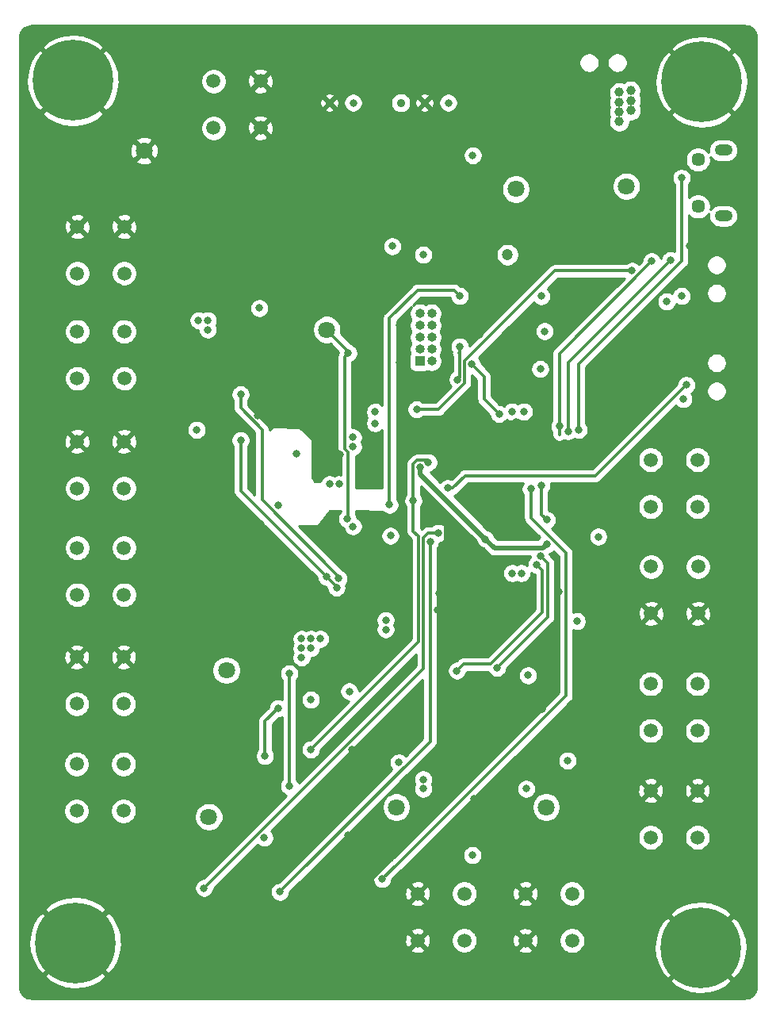
<source format=gbr>
G04 #@! TF.GenerationSoftware,KiCad,Pcbnew,(5.1.5)-3*
G04 #@! TF.CreationDate,2021-02-22T14:13:44+02:00*
G04 #@! TF.ProjectId,Waveform Generator,57617665-666f-4726-9d20-47656e657261,rev?*
G04 #@! TF.SameCoordinates,Original*
G04 #@! TF.FileFunction,Copper,L4,Bot*
G04 #@! TF.FilePolarity,Positive*
%FSLAX46Y46*%
G04 Gerber Fmt 4.6, Leading zero omitted, Abs format (unit mm)*
G04 Created by KiCad (PCBNEW (5.1.5)-3) date 2021-02-22 14:13:44*
%MOMM*%
%LPD*%
G04 APERTURE LIST*
%ADD10C,1.500000*%
%ADD11C,0.800000*%
%ADD12C,0.900000*%
%ADD13C,1.800000*%
%ADD14C,8.600000*%
%ADD15C,1.450000*%
%ADD16O,1.900000X1.200000*%
%ADD17R,1.000000X1.000000*%
%ADD18O,1.000000X1.000000*%
%ADD19C,1.000000*%
%ADD20C,1.200000*%
%ADD21C,0.300000*%
%ADD22C,0.500000*%
%ADD23C,0.254000*%
G04 APERTURE END LIST*
D10*
X22050000Y-36000000D03*
X22050000Y-31000000D03*
X27050000Y-36000000D03*
X27050000Y-31000000D03*
X22039999Y-70300000D03*
X22039999Y-65300000D03*
X27039999Y-70300000D03*
X27039999Y-65300000D03*
D11*
X48991000Y-17780000D03*
X51531000Y-17780000D03*
X61691000Y-17780000D03*
X59151000Y-17780000D03*
D12*
X56611000Y-17780000D03*
D13*
X48700000Y-42000000D03*
D10*
X88300000Y-79800000D03*
X88300000Y-84800000D03*
X83300000Y-79800000D03*
X83300000Y-84800000D03*
X27050000Y-42200000D03*
X27050000Y-47200000D03*
X22050000Y-42200000D03*
X22050000Y-47200000D03*
X63400000Y-107200000D03*
X58400000Y-107200000D03*
X63400000Y-102200000D03*
X58400000Y-102200000D03*
X27039999Y-53930001D03*
X27039999Y-58930001D03*
X22039999Y-53930001D03*
X22039999Y-58930001D03*
X27000000Y-76950000D03*
X27000000Y-81950000D03*
X22000000Y-76950000D03*
X22000000Y-81950000D03*
X88350000Y-67300000D03*
X88350000Y-72300000D03*
X83350000Y-67300000D03*
X83350000Y-72300000D03*
D14*
X21590000Y-15400000D03*
D12*
X24815000Y-15400000D03*
X23870419Y-17680419D03*
X21590000Y-18625000D03*
X19309581Y-17680419D03*
X18365000Y-15400000D03*
X19309581Y-13119581D03*
X21590000Y-12175000D03*
X23870419Y-13119581D03*
X91010419Y-13269581D03*
X88730000Y-12325000D03*
X86449581Y-13269581D03*
X85505000Y-15550000D03*
X86449581Y-17830419D03*
X88730000Y-18775000D03*
X91010419Y-17830419D03*
X91955000Y-15550000D03*
D14*
X88730000Y-15550000D03*
D12*
X24124419Y-105161581D03*
X21844000Y-104217000D03*
X19563581Y-105161581D03*
X18619000Y-107442000D03*
X19563581Y-109722419D03*
X21844000Y-110667000D03*
X24124419Y-109722419D03*
X25069000Y-107442000D03*
D14*
X21844000Y-107442000D03*
D12*
X90926419Y-105669581D03*
X88646000Y-104725000D03*
X86365581Y-105669581D03*
X85421000Y-107950000D03*
X86365581Y-110230419D03*
X88646000Y-111175000D03*
X90926419Y-110230419D03*
X91871000Y-107950000D03*
D14*
X88646000Y-107950000D03*
D15*
X88367500Y-28850000D03*
X88367500Y-23850000D03*
D16*
X91067500Y-29850000D03*
X91067500Y-22850000D03*
D17*
X58630000Y-45360000D03*
D18*
X59900000Y-45360000D03*
X58630000Y-44090000D03*
X59900000Y-44090000D03*
X58630000Y-42820000D03*
X59900000Y-42820000D03*
X58630000Y-41550000D03*
X59900000Y-41550000D03*
X58630000Y-40280000D03*
X59900000Y-40280000D03*
D13*
X36100000Y-94000000D03*
X37973000Y-78359000D03*
X68900000Y-27000000D03*
X80700000Y-26700000D03*
X29200000Y-22900000D03*
X56134000Y-92966000D03*
X72136000Y-92964000D03*
D10*
X83300000Y-96200000D03*
X83300000Y-91200000D03*
X88300000Y-96200000D03*
X88300000Y-91200000D03*
X21989999Y-93360001D03*
X21989999Y-88360001D03*
X26989999Y-93360001D03*
X26989999Y-88360001D03*
X69910001Y-102210001D03*
X74910001Y-102210001D03*
X69910001Y-107210001D03*
X74910001Y-107210001D03*
X41616000Y-20467000D03*
X36616000Y-20467000D03*
X41616000Y-15467000D03*
X36616000Y-15467000D03*
X88300000Y-55900000D03*
X88300000Y-60900000D03*
X83300000Y-55900000D03*
X83300000Y-60900000D03*
D11*
X61560000Y-70180000D03*
X60730993Y-70180000D03*
D19*
X81200000Y-18600000D03*
X81170000Y-17540000D03*
X81160000Y-16470000D03*
X79940000Y-19780000D03*
X79930000Y-16660000D03*
X79940000Y-17700000D03*
D11*
X65300993Y-70050000D03*
X48700000Y-68400000D03*
X53000000Y-68500000D03*
X43500000Y-60750000D03*
X45500000Y-55250000D03*
X29000000Y-109000000D03*
X29000000Y-103000000D03*
X37000000Y-103000000D03*
X38000000Y-109000000D03*
X46000000Y-109000000D03*
X46000000Y-103000000D03*
X51000000Y-96000000D03*
X68233747Y-95318335D03*
X35650000Y-82000000D03*
X43700000Y-84900000D03*
X51430331Y-86830331D03*
X53000000Y-79100000D03*
X63300000Y-81600000D03*
X70400000Y-89600000D03*
X71700000Y-82500000D03*
X68200000Y-81900000D03*
X76262241Y-67083754D03*
X42700000Y-72200000D03*
X53800000Y-71650000D03*
X48700000Y-64700000D03*
X50100000Y-55300000D03*
X53600000Y-49600000D03*
X56500000Y-41542463D03*
X41800000Y-35500000D03*
X44700000Y-43700000D03*
X46200000Y-38100000D03*
X62100000Y-41600000D03*
X41350330Y-51149670D03*
X36800000Y-34000000D03*
X78700000Y-50900000D03*
X79551041Y-45551041D03*
X75989338Y-40500000D03*
X87050001Y-44500000D03*
X87450000Y-33100000D03*
X86000000Y-24100000D03*
X78000000Y-29000000D03*
X78000000Y-27100000D03*
X78300000Y-19200000D03*
X62000000Y-23400000D03*
X58000000Y-23500000D03*
X51600000Y-26400000D03*
X67200000Y-55600000D03*
X71000000Y-51500000D03*
X29900000Y-58900000D03*
X69200000Y-22500000D03*
X63200000Y-56700000D03*
X57500000Y-66100000D03*
X57000000Y-55300000D03*
X66300000Y-62000000D03*
X63800000Y-50000000D03*
X65700000Y-28400000D03*
X24900000Y-33000000D03*
X64300000Y-23400000D03*
X70200000Y-78900000D03*
X51100000Y-80600000D03*
X55700000Y-33100000D03*
X41500000Y-39700000D03*
X34800000Y-52700000D03*
X42030331Y-96230331D03*
X56400000Y-88200000D03*
X64250000Y-98100000D03*
X74400000Y-88000000D03*
X75412241Y-73114323D03*
X77700000Y-64100000D03*
X52400000Y-101800000D03*
X60100000Y-61500000D03*
X43700000Y-102000000D03*
X59750000Y-64613814D03*
D19*
X79940000Y-18750000D03*
D11*
X86800000Y-49400000D03*
X71619669Y-38419669D03*
X71969669Y-42169669D03*
X71500000Y-46200000D03*
X73500000Y-70000000D03*
X48000000Y-79700000D03*
X49600000Y-81800000D03*
X64400000Y-92100000D03*
X40600000Y-74900000D03*
X30300000Y-45600000D03*
X35000000Y-42820010D03*
D20*
X68000000Y-34000000D03*
D11*
X55400000Y-60700000D03*
X62900000Y-38400000D03*
X75600000Y-52700000D03*
X86600000Y-25800000D03*
X72200000Y-64900000D03*
X58700000Y-56700000D03*
X65650000Y-64350000D03*
X72200000Y-62300000D03*
X71619669Y-58619669D03*
X49967302Y-68567302D03*
X39500000Y-48900000D03*
X39500000Y-53800000D03*
X49744694Y-69542213D03*
X48000000Y-13000000D03*
X50000000Y-13000000D03*
X52000000Y-13000000D03*
X54000000Y-13000000D03*
X56000000Y-13000000D03*
X58000000Y-13000000D03*
X60000000Y-13000000D03*
X62000000Y-13000000D03*
X48000000Y-15000000D03*
X50000000Y-15000000D03*
X52000000Y-15000000D03*
X54000000Y-15000000D03*
X56000000Y-15000000D03*
X58000000Y-15000000D03*
X60000000Y-15000000D03*
X62000000Y-15000000D03*
X35000000Y-12000000D03*
X37000000Y-12000000D03*
X39000000Y-12000000D03*
X41000000Y-12000000D03*
X43000000Y-12000000D03*
X35000000Y-14000000D03*
X39000000Y-14000000D03*
X43000000Y-14000000D03*
X43000000Y-18000000D03*
X35000000Y-18000000D03*
X39000000Y-16000000D03*
X39000000Y-18000000D03*
X39000000Y-20000000D03*
X35000000Y-20000000D03*
X35000000Y-22000000D03*
X35000000Y-24000000D03*
X39000000Y-22000000D03*
X39000000Y-24000000D03*
X42000000Y-24000000D03*
X41000000Y-18000000D03*
X54000000Y-17000000D03*
X23250000Y-33000000D03*
X26500000Y-33000000D03*
X23250000Y-56000000D03*
X26500000Y-56000000D03*
X26500000Y-57000000D03*
X23250000Y-57000000D03*
X24900000Y-56000000D03*
X24900000Y-57000000D03*
X24650000Y-62750000D03*
X23000000Y-62750000D03*
X26250000Y-62750000D03*
X24400000Y-68250000D03*
X22750000Y-68250000D03*
X26000000Y-67250000D03*
X26000000Y-68250000D03*
X22750000Y-67250000D03*
X24400000Y-67250000D03*
X23000000Y-74250000D03*
X24650000Y-74250000D03*
X26250000Y-74250000D03*
X26250000Y-79000000D03*
X24650000Y-79000000D03*
X24650000Y-80000000D03*
X23000000Y-79000000D03*
X23000000Y-80000000D03*
X26250000Y-80000000D03*
X24650000Y-85750000D03*
X23000000Y-85750000D03*
X26250000Y-85750000D03*
X24650000Y-91250000D03*
X23000000Y-91250000D03*
X24650000Y-90250000D03*
X26250000Y-91250000D03*
X23000000Y-90250000D03*
X26250000Y-90250000D03*
X61500000Y-104000000D03*
X61500000Y-105000000D03*
X59900000Y-104000000D03*
X58250000Y-104000000D03*
X59900000Y-105000000D03*
X58250000Y-105000000D03*
X71650000Y-105250000D03*
X70000000Y-105250000D03*
X73250000Y-104250000D03*
X73250000Y-105250000D03*
X71650000Y-104250000D03*
X70000000Y-104250000D03*
X66900000Y-105250000D03*
X66900000Y-104250000D03*
X68500000Y-104250000D03*
X68500000Y-105250000D03*
X85900000Y-93250000D03*
X85900000Y-94250000D03*
X87500000Y-93250000D03*
X84250000Y-93250000D03*
X84250000Y-94250000D03*
X87500000Y-94250000D03*
X87500000Y-87280000D03*
X87530000Y-88980000D03*
X84280000Y-88980000D03*
X85900000Y-87280000D03*
X85930000Y-88980000D03*
X84250000Y-87280000D03*
X84000000Y-81750000D03*
X85650000Y-82750000D03*
X87250000Y-82750000D03*
X84000000Y-82750000D03*
X85650000Y-81750000D03*
X85650000Y-74500000D03*
X87250000Y-74500000D03*
X84000000Y-74500000D03*
X85650000Y-77500000D03*
X85650000Y-76500000D03*
X84000000Y-76500000D03*
X87250000Y-76500000D03*
X84000000Y-77500000D03*
X87250000Y-77500000D03*
X85650000Y-69250000D03*
X87250000Y-69250000D03*
X84000000Y-70250000D03*
X84000000Y-69250000D03*
X87250000Y-70250000D03*
X85650000Y-70250000D03*
X87290000Y-65190000D03*
X84050000Y-63590000D03*
X85700000Y-63590000D03*
X87300000Y-63590000D03*
X84040000Y-65190000D03*
X85690000Y-65190000D03*
X85650000Y-58750000D03*
X84000000Y-57750000D03*
X85650000Y-57750000D03*
X87250000Y-57750000D03*
X87250000Y-58750000D03*
X84000000Y-58750000D03*
X24900000Y-48750000D03*
X23250000Y-48750000D03*
X26500000Y-48750000D03*
X23250000Y-49750000D03*
X24900000Y-49750000D03*
X26500000Y-49750000D03*
X26500000Y-52000000D03*
X23250000Y-52000000D03*
X24900000Y-52000000D03*
X24900000Y-51000000D03*
X26500000Y-51000000D03*
X23250000Y-51000000D03*
X68890000Y-51890000D03*
X44700000Y-90700000D03*
X44700000Y-78700000D03*
X58300000Y-50500000D03*
X81319669Y-35719669D03*
X61619669Y-58919669D03*
X87100000Y-47900000D03*
X66900000Y-78100000D03*
X71500000Y-66149999D03*
X62600000Y-78400000D03*
X71128609Y-67078478D03*
X64200000Y-45700000D03*
X67100000Y-51000000D03*
X62900000Y-43800000D03*
X62675262Y-47328387D03*
X42100000Y-87500000D03*
X43500000Y-82400000D03*
X85400000Y-34600000D03*
X74485140Y-52834547D03*
X83400000Y-34700000D03*
X73552543Y-52313824D03*
X60600000Y-63700000D03*
X35600000Y-101600000D03*
X62280000Y-71040000D03*
X61370000Y-71880000D03*
X63020000Y-71880000D03*
X62180000Y-72740000D03*
X63830000Y-72740000D03*
X63000993Y-72740000D03*
X61350993Y-72740000D03*
X61450993Y-71040000D03*
X62190993Y-71880000D03*
X60540993Y-71880000D03*
X85110993Y-40850000D03*
X84290000Y-40850000D03*
X85940000Y-40850000D03*
X85940000Y-41850000D03*
X85110993Y-41850000D03*
X84290000Y-41850000D03*
X83460993Y-41850000D03*
X84290000Y-42850000D03*
X85110993Y-42850000D03*
X85940000Y-42850000D03*
X83460993Y-42850000D03*
X84290000Y-43850000D03*
X85110993Y-43850000D03*
X83460993Y-43850000D03*
X85940000Y-43850000D03*
X85110993Y-44850000D03*
X85940000Y-44850000D03*
X84290000Y-44850000D03*
X83460993Y-44850000D03*
X85940000Y-50850000D03*
X85110993Y-51850000D03*
X85940000Y-51850000D03*
X26250000Y-95250000D03*
X24650000Y-95250000D03*
X23000000Y-95250000D03*
X23000000Y-86750000D03*
X24650000Y-86750000D03*
X26250000Y-86750000D03*
X26250000Y-83750000D03*
X24650000Y-83750000D03*
X23000000Y-83750000D03*
X24650000Y-75250000D03*
X26250000Y-75250000D03*
X23000000Y-75250000D03*
X23000000Y-72250000D03*
X26250000Y-72250000D03*
X24650000Y-72250000D03*
X23000000Y-63750000D03*
X26250000Y-63750000D03*
X24650000Y-63750000D03*
X24650000Y-60750000D03*
X26250000Y-60750000D03*
X23000000Y-60750000D03*
X24900000Y-45500000D03*
X23250000Y-45500000D03*
X26500000Y-45500000D03*
X24900000Y-44500000D03*
X26500000Y-44500000D03*
X23250000Y-44500000D03*
X24900000Y-40500000D03*
X23250000Y-40500000D03*
X26500000Y-40500000D03*
X26500000Y-39500000D03*
X23250000Y-39500000D03*
X24900000Y-39500000D03*
X23250000Y-38500000D03*
X24900000Y-38500000D03*
X26500000Y-38500000D03*
X26500000Y-37500000D03*
X23250000Y-37500000D03*
X24900000Y-37500000D03*
X23250000Y-34000000D03*
X26500000Y-34000000D03*
X24900000Y-34000000D03*
X23250000Y-29000000D03*
X26500000Y-29000000D03*
X24900000Y-29000000D03*
X49000000Y-74000000D03*
X70000000Y-70000000D03*
X70000000Y-71000000D03*
X87250000Y-81750000D03*
X53800000Y-72500000D03*
X54000000Y-41500000D03*
X54000000Y-42500000D03*
X54000000Y-43500000D03*
X54000000Y-44500000D03*
X54000000Y-45500000D03*
X56500000Y-45500000D03*
X65000000Y-42500000D03*
X64000000Y-42500000D03*
X65000000Y-41600000D03*
X64000000Y-41600000D03*
X57500000Y-36000000D03*
X58500000Y-36000000D03*
X59500000Y-36000000D03*
X60500000Y-36000000D03*
X83100000Y-111450000D03*
X83100000Y-112450000D03*
X79850000Y-112450000D03*
X81500000Y-111450000D03*
X81500000Y-112450000D03*
X79850000Y-111450000D03*
X83100000Y-109450000D03*
X81500000Y-110450000D03*
X81500000Y-109450000D03*
X79850000Y-110450000D03*
X83100000Y-110450000D03*
X79850000Y-109450000D03*
X79850000Y-107450000D03*
X81500000Y-108450000D03*
X83100000Y-108450000D03*
X83100000Y-107450000D03*
X79850000Y-108450000D03*
X81500000Y-107450000D03*
X79850000Y-105450000D03*
X81500000Y-105450000D03*
X83100000Y-105450000D03*
X79850000Y-106450000D03*
X83100000Y-106450000D03*
X81500000Y-106450000D03*
X79850000Y-103450000D03*
X79850000Y-104450000D03*
X81500000Y-103450000D03*
X83100000Y-104450000D03*
X81500000Y-104450000D03*
X83100000Y-103450000D03*
X81500000Y-102450000D03*
X83100000Y-102450000D03*
X79850000Y-101450000D03*
X81500000Y-101450000D03*
X79850000Y-102450000D03*
X83100000Y-101450000D03*
X20300000Y-97550000D03*
X18700000Y-98550000D03*
X18700000Y-97550000D03*
X17050000Y-98550000D03*
X20300000Y-98550000D03*
X17050000Y-97550000D03*
X25000000Y-98550000D03*
X21750000Y-98550000D03*
X25000000Y-97550000D03*
X23400000Y-98550000D03*
X21750000Y-97550000D03*
X23400000Y-97550000D03*
X20300000Y-100550000D03*
X18700000Y-100550000D03*
X17050000Y-99550000D03*
X20300000Y-99550000D03*
X18700000Y-99550000D03*
X17050000Y-100550000D03*
X21750000Y-100550000D03*
X25000000Y-99550000D03*
X23400000Y-99550000D03*
X25000000Y-100550000D03*
X21750000Y-99550000D03*
X23400000Y-100550000D03*
X29600000Y-98550000D03*
X28000000Y-98550000D03*
X29600000Y-97550000D03*
X26350000Y-97550000D03*
X26350000Y-98550000D03*
X28000000Y-97550000D03*
X26350000Y-100650000D03*
X29600000Y-99650000D03*
X28000000Y-99650000D03*
X29600000Y-100650000D03*
X28000000Y-100650000D03*
X26350000Y-99650000D03*
X18150000Y-92800000D03*
X18150000Y-94400000D03*
X20150000Y-94400000D03*
X19150000Y-92800000D03*
X20150000Y-92800000D03*
X19150000Y-94400000D03*
X20130000Y-88180000D03*
X20130000Y-89780000D03*
X19130000Y-91430000D03*
X19130000Y-88180000D03*
X19130000Y-89780000D03*
X20130000Y-91430000D03*
X18130000Y-91430000D03*
X18130000Y-89780000D03*
X18130000Y-88180000D03*
X20130000Y-86620000D03*
X19130000Y-86620000D03*
X19130000Y-83370000D03*
X18130000Y-83370000D03*
X20130000Y-83370000D03*
X18130000Y-86620000D03*
X20110000Y-78810000D03*
X20110000Y-80410000D03*
X19110000Y-82060000D03*
X19110000Y-78810000D03*
X19110000Y-80410000D03*
X20110000Y-82060000D03*
X20090000Y-77440000D03*
X19090000Y-77440000D03*
X18090000Y-77440000D03*
X18110000Y-82060000D03*
X18110000Y-80410000D03*
X18110000Y-78810000D03*
X20110000Y-75960000D03*
X18110000Y-74310000D03*
X19110000Y-72710000D03*
X20110000Y-72710000D03*
X18110000Y-72710000D03*
X20090000Y-71340000D03*
X20110000Y-74310000D03*
X19110000Y-75960000D03*
X18110000Y-75960000D03*
X19110000Y-74310000D03*
X18090000Y-71340000D03*
X19090000Y-71340000D03*
X19060000Y-68160000D03*
X20040000Y-65190000D03*
X20060000Y-69810000D03*
X18060000Y-66560000D03*
X18060000Y-68160000D03*
X19060000Y-66560000D03*
X20060000Y-66560000D03*
X20060000Y-68160000D03*
X18060000Y-69810000D03*
X19040000Y-65190000D03*
X18040000Y-65190000D03*
X19060000Y-69810000D03*
X18060000Y-60570000D03*
X20060000Y-60570000D03*
X19040000Y-59200000D03*
X18040000Y-59200000D03*
X20040000Y-59200000D03*
X20060000Y-63820000D03*
X19060000Y-63820000D03*
X18060000Y-63820000D03*
X19060000Y-60570000D03*
X20010000Y-56070000D03*
X18990000Y-53100000D03*
X19990000Y-53100000D03*
X19010000Y-56070000D03*
X19010000Y-54470000D03*
X20010000Y-54470000D03*
X18010000Y-54470000D03*
X18010000Y-57720000D03*
X17990000Y-53100000D03*
X19010000Y-57720000D03*
X18010000Y-56070000D03*
X20010000Y-57720000D03*
X19010000Y-48380000D03*
X17990000Y-47010000D03*
X19010000Y-51630000D03*
X18010000Y-48380000D03*
X19990000Y-47010000D03*
X20010000Y-48380000D03*
X18990000Y-47010000D03*
X20010000Y-51630000D03*
X18010000Y-51630000D03*
X20010000Y-45630000D03*
X20010000Y-42380000D03*
X20010000Y-43980000D03*
X19010000Y-43980000D03*
X18990000Y-41010000D03*
X18010000Y-45630000D03*
X19010000Y-42380000D03*
X17990000Y-41010000D03*
X19010000Y-45630000D03*
X18010000Y-43980000D03*
X18010000Y-42380000D03*
X19990000Y-41010000D03*
X19010000Y-39740000D03*
X20010000Y-39740000D03*
X19010000Y-38090000D03*
X18010000Y-39740000D03*
X18010000Y-38090000D03*
X18990000Y-35120000D03*
X19010000Y-36490000D03*
X20010000Y-36490000D03*
X17990000Y-35120000D03*
X19990000Y-35120000D03*
X18010000Y-36490000D03*
X20010000Y-38090000D03*
X19010000Y-33810000D03*
X20010000Y-33810000D03*
X19990000Y-30840000D03*
X18010000Y-33810000D03*
X20010000Y-32210000D03*
X17990000Y-30840000D03*
X18990000Y-30840000D03*
X19010000Y-32210000D03*
X18010000Y-32210000D03*
X16990000Y-26620000D03*
X18010000Y-29590000D03*
X17990000Y-26620000D03*
X19010000Y-29590000D03*
X20010000Y-29590000D03*
X19990000Y-26620000D03*
X18990000Y-26620000D03*
X17010000Y-25250000D03*
X16990000Y-22280000D03*
X18010000Y-25250000D03*
X20010000Y-25250000D03*
X17010000Y-23650000D03*
X20010000Y-23650000D03*
X19010000Y-25250000D03*
X19990000Y-22280000D03*
X18010000Y-23650000D03*
X19010000Y-23650000D03*
X18990000Y-22280000D03*
X17990000Y-22280000D03*
X22170000Y-25250000D03*
X23170000Y-25250000D03*
X21150000Y-22280000D03*
X24150000Y-22280000D03*
X21170000Y-25250000D03*
X23150000Y-22280000D03*
X22170000Y-23650000D03*
X22150000Y-22280000D03*
X24170000Y-25250000D03*
X21170000Y-23650000D03*
X24170000Y-23650000D03*
X23170000Y-23650000D03*
X31360000Y-14310000D03*
X31340000Y-11340000D03*
X31360000Y-12710000D03*
X28340000Y-11340000D03*
X30340000Y-11340000D03*
X28360000Y-14310000D03*
X30360000Y-14310000D03*
X29360000Y-12710000D03*
X28360000Y-12710000D03*
X29340000Y-11340000D03*
X29360000Y-14310000D03*
X30360000Y-12710000D03*
X31340000Y-15680000D03*
X29360000Y-17050000D03*
X29340000Y-15680000D03*
X30360000Y-17050000D03*
X31360000Y-17050000D03*
X30340000Y-15680000D03*
X28340000Y-15680000D03*
X31360000Y-18650000D03*
X28360000Y-17050000D03*
X30360000Y-18650000D03*
X29360000Y-18650000D03*
X28360000Y-18650000D03*
X31060000Y-25140000D03*
X33060000Y-25140000D03*
X30080000Y-26510000D03*
X31080000Y-26510000D03*
X32080000Y-26510000D03*
X32060000Y-25140000D03*
X33080000Y-26510000D03*
X33080000Y-28110000D03*
X31080000Y-32390000D03*
X33080000Y-30790000D03*
X30080000Y-32390000D03*
X30080000Y-30790000D03*
X30060000Y-29420000D03*
X31080000Y-30790000D03*
X33060000Y-29420000D03*
X31060000Y-29420000D03*
X33080000Y-32390000D03*
X29460000Y-38280000D03*
X29480000Y-41250000D03*
X31480000Y-39650000D03*
X30480000Y-41250000D03*
X29480000Y-39650000D03*
X30460000Y-38280000D03*
X32480000Y-39650000D03*
X31460000Y-38280000D03*
X30480000Y-39650000D03*
X31480000Y-41250000D03*
X32460000Y-38280000D03*
X32480000Y-41250000D03*
X30080000Y-48900000D03*
X33060000Y-47530000D03*
X31060000Y-47530000D03*
X33080000Y-48900000D03*
X30060000Y-47530000D03*
X31080000Y-48900000D03*
X32600000Y-66400000D03*
X32620000Y-67770000D03*
X30600000Y-66400000D03*
X33620000Y-67770000D03*
X32620000Y-69370000D03*
X33600000Y-66400000D03*
X30620000Y-67770000D03*
X33620000Y-69370000D03*
X30620000Y-69370000D03*
X31620000Y-67770000D03*
X31600000Y-66400000D03*
X31620000Y-69370000D03*
X30600000Y-70680000D03*
X33620000Y-72050000D03*
X32620000Y-72050000D03*
X32620000Y-73650000D03*
X33600000Y-70680000D03*
X33620000Y-73650000D03*
X31600000Y-70680000D03*
X30620000Y-72050000D03*
X32600000Y-70680000D03*
X31620000Y-72050000D03*
X69750000Y-50750000D03*
X70500000Y-59000000D03*
X54630331Y-100630331D03*
X35000000Y-41000000D03*
X36000000Y-41000000D03*
X36000000Y-42000000D03*
X53870000Y-50760008D03*
X53870000Y-52000000D03*
X51500000Y-54500000D03*
X51500000Y-53500000D03*
X55500000Y-64000000D03*
X55000000Y-73000000D03*
X46000000Y-75000000D03*
X47000000Y-75000000D03*
X48000000Y-75000000D03*
X46000000Y-76000000D03*
X47000000Y-76000000D03*
X46000000Y-77000000D03*
X47000000Y-81500000D03*
X59000000Y-90000000D03*
X59000000Y-91000000D03*
X70000000Y-91000000D03*
X68500000Y-50750000D03*
X86600000Y-38400000D03*
X85000000Y-39000000D03*
X50000000Y-58500000D03*
X49000000Y-58500000D03*
X68500000Y-68000000D03*
X69500000Y-68000000D03*
X55000000Y-74000000D03*
X51500000Y-63000000D03*
X59000000Y-34000000D03*
X51000000Y-44500000D03*
X50890379Y-62207305D03*
X47000000Y-86800000D03*
X59548000Y-56170000D03*
X57949999Y-60250001D03*
D21*
X52400000Y-101800000D02*
X61350001Y-92849999D01*
X61350001Y-62750001D02*
X60100000Y-61500000D01*
X61350001Y-92849999D02*
X61350001Y-62750001D01*
X43700000Y-102000000D02*
X59750000Y-85950000D01*
X59750000Y-85950000D02*
X59750000Y-64613814D01*
X55400000Y-60700000D02*
X55400000Y-40800000D01*
X55400000Y-40800000D02*
X58400000Y-37800000D01*
X58400000Y-37800000D02*
X61500000Y-37800000D01*
X61500000Y-37800000D02*
X62300000Y-37800000D01*
X62300000Y-37800000D02*
X62900000Y-38400000D01*
X75600000Y-52700000D02*
X75600000Y-47100000D01*
X75600000Y-47100000D02*
X75600000Y-45800000D01*
X75600000Y-45800000D02*
X75600000Y-45700000D01*
X75600000Y-45700000D02*
X86600000Y-34700000D01*
X86600000Y-34700000D02*
X86600000Y-25800000D01*
D22*
X71800001Y-65299999D02*
X66599999Y-65299999D01*
X72200000Y-64900000D02*
X71800001Y-65299999D01*
X66599999Y-65299999D02*
X65650000Y-64350000D01*
X58700000Y-57400000D02*
X58700000Y-56700000D01*
X65650000Y-64350000D02*
X58700000Y-57400000D01*
D21*
X72200000Y-62300000D02*
X71619669Y-61719669D01*
X71619669Y-61719669D02*
X71619669Y-58619669D01*
X41800000Y-52660002D02*
X41800000Y-60160002D01*
X49967302Y-68327304D02*
X49967302Y-68567302D01*
X41800000Y-60160002D02*
X49967302Y-68327304D01*
X39500000Y-50360002D02*
X41800000Y-52660002D01*
X39500000Y-48900000D02*
X39500000Y-50360002D01*
X49744694Y-69454696D02*
X49744694Y-69542213D01*
X39500000Y-53800000D02*
X39500000Y-59210002D01*
X39500000Y-59210002D02*
X49744694Y-69454696D01*
X44700000Y-90700000D02*
X44700000Y-78700000D01*
X58300000Y-50500000D02*
X60613651Y-50500000D01*
X63425263Y-47688388D02*
X63425263Y-45374737D01*
X60613651Y-50500000D02*
X63425263Y-47688388D01*
X73080331Y-35719669D02*
X81319669Y-35719669D01*
X63425263Y-45374737D02*
X73080331Y-35719669D01*
X62185354Y-58919669D02*
X63505023Y-57600000D01*
X61619669Y-58919669D02*
X62185354Y-58919669D01*
X63505023Y-57600000D02*
X77400000Y-57600000D01*
X77400000Y-57600000D02*
X87100000Y-47900000D01*
X66900000Y-78100000D02*
X72300000Y-72700000D01*
X72300000Y-72700000D02*
X72300000Y-66949999D01*
X72300000Y-66949999D02*
X71500000Y-66149999D01*
X62600000Y-78400000D02*
X63300000Y-77700000D01*
X63300000Y-77700000D02*
X66200000Y-77700000D01*
X66200000Y-77700000D02*
X71700000Y-72200000D01*
X71700000Y-72200000D02*
X71700000Y-67649869D01*
X71700000Y-67649869D02*
X71128609Y-67078478D01*
X64200000Y-45700000D02*
X65500000Y-47000000D01*
X65500000Y-47000000D02*
X65500000Y-49400000D01*
X65500000Y-49400000D02*
X67100000Y-51000000D01*
X62900000Y-44365685D02*
X62800000Y-44465685D01*
X62900000Y-43800000D02*
X62900000Y-44365685D01*
X62900000Y-44365685D02*
X62900000Y-47103649D01*
X62900000Y-47103649D02*
X62675262Y-47328387D01*
X42100000Y-87500000D02*
X42100000Y-86934315D01*
X42100000Y-86934315D02*
X42100000Y-83800000D01*
X42100000Y-83800000D02*
X43500000Y-82400000D01*
X74485140Y-45514860D02*
X85400000Y-34600000D01*
X74485140Y-52834547D02*
X74485140Y-45514860D01*
X73542323Y-44557677D02*
X83400000Y-34700000D01*
X73542323Y-53167863D02*
X73542323Y-44557677D01*
X60034315Y-63700000D02*
X60600000Y-63700000D01*
X59553812Y-63700000D02*
X60034315Y-63700000D01*
X58999999Y-64253813D02*
X59553812Y-63700000D01*
X58999999Y-78200001D02*
X58999999Y-64253813D01*
X35600000Y-101600000D02*
X58999999Y-78200001D01*
X85650000Y-57184315D02*
X85500000Y-57034315D01*
X85650000Y-57750000D02*
X85650000Y-57184315D01*
X86534315Y-57034315D02*
X87250000Y-57750000D01*
X85500000Y-57034315D02*
X86534315Y-57034315D01*
X74250001Y-65839999D02*
X74250001Y-81060001D01*
X74250001Y-81060001D02*
X56310002Y-99000000D01*
X70500000Y-59000000D02*
X70500000Y-62089998D01*
X70500000Y-62089998D02*
X74250001Y-65839999D01*
X56310002Y-99000000D02*
X56260662Y-99000000D01*
X56260662Y-99000000D02*
X54630331Y-100630331D01*
X51000000Y-44300000D02*
X48700000Y-42000000D01*
X51000000Y-55110002D02*
X51000000Y-62100000D01*
X50600001Y-54710003D02*
X51000000Y-55110002D01*
X51000000Y-44500000D02*
X50600001Y-44899999D01*
X50600001Y-44899999D02*
X50600001Y-54710003D01*
X51000000Y-62100000D02*
X51000000Y-61500000D01*
X47000000Y-86800000D02*
X58499989Y-75300011D01*
X58499989Y-64046703D02*
X58500000Y-64046692D01*
X58499989Y-75300011D02*
X58499989Y-64046703D01*
X57949999Y-63496691D02*
X57949999Y-60250001D01*
X58339999Y-55949999D02*
X59327999Y-55949999D01*
X57949999Y-56339999D02*
X58339999Y-55949999D01*
X58500000Y-64046692D02*
X57949999Y-63496691D01*
X59327999Y-55949999D02*
X59548000Y-56170000D01*
X57949999Y-60250001D02*
X57949999Y-56339999D01*
D23*
G36*
X93586204Y-9576815D02*
G01*
X93818226Y-9646867D01*
X94032222Y-9760650D01*
X94220041Y-9913832D01*
X94374530Y-10100577D01*
X94489801Y-10313769D01*
X94561472Y-10545300D01*
X94590000Y-10816725D01*
X94590001Y-110457572D01*
X94590000Y-110457582D01*
X94590001Y-112108713D01*
X94563185Y-112382205D01*
X94493133Y-112614226D01*
X94379350Y-112828222D01*
X94226169Y-113016039D01*
X94039424Y-113170529D01*
X93826231Y-113285802D01*
X93594701Y-113357472D01*
X93323276Y-113386000D01*
X17177277Y-113386000D01*
X16903795Y-113359185D01*
X16671774Y-113289133D01*
X16457778Y-113175350D01*
X16269961Y-113022169D01*
X16115471Y-112835424D01*
X16000198Y-112622231D01*
X15928528Y-112390701D01*
X15900000Y-112119276D01*
X15900000Y-110924818D01*
X18540787Y-110924818D01*
X19032946Y-111527149D01*
X19883933Y-111997063D01*
X20810243Y-112291929D01*
X21776281Y-112400414D01*
X22744921Y-112318351D01*
X23678938Y-112048893D01*
X24542440Y-111602394D01*
X24655054Y-111527149D01*
X24732130Y-111432818D01*
X85342787Y-111432818D01*
X85834946Y-112035149D01*
X86685933Y-112505063D01*
X87612243Y-112799929D01*
X88578281Y-112908414D01*
X89546921Y-112826351D01*
X90480938Y-112556893D01*
X91344440Y-112110394D01*
X91457054Y-112035149D01*
X91949213Y-111432818D01*
X88646000Y-108129605D01*
X85342787Y-111432818D01*
X24732130Y-111432818D01*
X25147213Y-110924818D01*
X21844000Y-107621605D01*
X18540787Y-110924818D01*
X15900000Y-110924818D01*
X15900000Y-107374281D01*
X16885586Y-107374281D01*
X16967649Y-108342921D01*
X17237107Y-109276938D01*
X17683606Y-110140440D01*
X17758851Y-110253054D01*
X18361182Y-110745213D01*
X21664395Y-107442000D01*
X22023605Y-107442000D01*
X25326818Y-110745213D01*
X25929149Y-110253054D01*
X26399063Y-109402067D01*
X26693929Y-108475757D01*
X26729725Y-108156993D01*
X57622612Y-108156993D01*
X57688137Y-108395860D01*
X57935116Y-108511760D01*
X58199960Y-108577250D01*
X58472492Y-108589812D01*
X58742238Y-108548965D01*
X58998832Y-108456277D01*
X59111863Y-108395860D01*
X59177388Y-108156993D01*
X58400000Y-107379605D01*
X57622612Y-108156993D01*
X26729725Y-108156993D01*
X26802414Y-107509719D01*
X26782317Y-107272492D01*
X57010188Y-107272492D01*
X57051035Y-107542238D01*
X57143723Y-107798832D01*
X57204140Y-107911863D01*
X57443007Y-107977388D01*
X58220395Y-107200000D01*
X58579605Y-107200000D01*
X59356993Y-107977388D01*
X59595860Y-107911863D01*
X59711760Y-107664884D01*
X59777250Y-107400040D01*
X59789812Y-107127508D01*
X59780133Y-107063589D01*
X62015000Y-107063589D01*
X62015000Y-107336411D01*
X62068225Y-107603989D01*
X62172629Y-107856043D01*
X62324201Y-108082886D01*
X62517114Y-108275799D01*
X62743957Y-108427371D01*
X62996011Y-108531775D01*
X63263589Y-108585000D01*
X63536411Y-108585000D01*
X63803989Y-108531775D01*
X64056043Y-108427371D01*
X64282886Y-108275799D01*
X64391691Y-108166994D01*
X69132613Y-108166994D01*
X69198138Y-108405861D01*
X69445117Y-108521761D01*
X69709961Y-108587251D01*
X69982493Y-108599813D01*
X70252239Y-108558966D01*
X70508833Y-108466278D01*
X70621864Y-108405861D01*
X70687389Y-108166994D01*
X69910001Y-107389606D01*
X69132613Y-108166994D01*
X64391691Y-108166994D01*
X64475799Y-108082886D01*
X64627371Y-107856043D01*
X64731775Y-107603989D01*
X64785000Y-107336411D01*
X64785000Y-107282493D01*
X68520189Y-107282493D01*
X68561036Y-107552239D01*
X68653724Y-107808833D01*
X68714141Y-107921864D01*
X68953008Y-107987389D01*
X69730396Y-107210001D01*
X70089606Y-107210001D01*
X70866994Y-107987389D01*
X71105861Y-107921864D01*
X71221761Y-107674885D01*
X71287251Y-107410041D01*
X71299813Y-107137509D01*
X71290134Y-107073590D01*
X73525001Y-107073590D01*
X73525001Y-107346412D01*
X73578226Y-107613990D01*
X73682630Y-107866044D01*
X73834202Y-108092887D01*
X74027115Y-108285800D01*
X74253958Y-108437372D01*
X74506012Y-108541776D01*
X74773590Y-108595001D01*
X75046412Y-108595001D01*
X75313990Y-108541776D01*
X75566044Y-108437372D01*
X75792887Y-108285800D01*
X75985800Y-108092887D01*
X76126522Y-107882281D01*
X83687586Y-107882281D01*
X83769649Y-108850921D01*
X84039107Y-109784938D01*
X84485606Y-110648440D01*
X84560851Y-110761054D01*
X85163182Y-111253213D01*
X88466395Y-107950000D01*
X88825605Y-107950000D01*
X92128818Y-111253213D01*
X92731149Y-110761054D01*
X93201063Y-109910067D01*
X93495929Y-108983757D01*
X93604414Y-108017719D01*
X93522351Y-107049079D01*
X93252893Y-106115062D01*
X92806394Y-105251560D01*
X92731149Y-105138946D01*
X92128818Y-104646787D01*
X88825605Y-107950000D01*
X88466395Y-107950000D01*
X85163182Y-104646787D01*
X84560851Y-105138946D01*
X84090937Y-105989933D01*
X83796071Y-106916243D01*
X83687586Y-107882281D01*
X76126522Y-107882281D01*
X76137372Y-107866044D01*
X76241776Y-107613990D01*
X76295001Y-107346412D01*
X76295001Y-107073590D01*
X76241776Y-106806012D01*
X76137372Y-106553958D01*
X75985800Y-106327115D01*
X75792887Y-106134202D01*
X75566044Y-105982630D01*
X75313990Y-105878226D01*
X75046412Y-105825001D01*
X74773590Y-105825001D01*
X74506012Y-105878226D01*
X74253958Y-105982630D01*
X74027115Y-106134202D01*
X73834202Y-106327115D01*
X73682630Y-106553958D01*
X73578226Y-106806012D01*
X73525001Y-107073590D01*
X71290134Y-107073590D01*
X71258966Y-106867763D01*
X71166278Y-106611169D01*
X71105861Y-106498138D01*
X70866994Y-106432613D01*
X70089606Y-107210001D01*
X69730396Y-107210001D01*
X68953008Y-106432613D01*
X68714141Y-106498138D01*
X68598241Y-106745117D01*
X68532751Y-107009961D01*
X68520189Y-107282493D01*
X64785000Y-107282493D01*
X64785000Y-107063589D01*
X64731775Y-106796011D01*
X64627371Y-106543957D01*
X64475799Y-106317114D01*
X64411693Y-106253008D01*
X69132613Y-106253008D01*
X69910001Y-107030396D01*
X70687389Y-106253008D01*
X70621864Y-106014141D01*
X70374885Y-105898241D01*
X70110041Y-105832751D01*
X69837509Y-105820189D01*
X69567763Y-105861036D01*
X69311169Y-105953724D01*
X69198138Y-106014141D01*
X69132613Y-106253008D01*
X64411693Y-106253008D01*
X64282886Y-106124201D01*
X64056043Y-105972629D01*
X63803989Y-105868225D01*
X63536411Y-105815000D01*
X63263589Y-105815000D01*
X62996011Y-105868225D01*
X62743957Y-105972629D01*
X62517114Y-106124201D01*
X62324201Y-106317114D01*
X62172629Y-106543957D01*
X62068225Y-106796011D01*
X62015000Y-107063589D01*
X59780133Y-107063589D01*
X59748965Y-106857762D01*
X59656277Y-106601168D01*
X59595860Y-106488137D01*
X59356993Y-106422612D01*
X58579605Y-107200000D01*
X58220395Y-107200000D01*
X57443007Y-106422612D01*
X57204140Y-106488137D01*
X57088240Y-106735116D01*
X57022750Y-106999960D01*
X57010188Y-107272492D01*
X26782317Y-107272492D01*
X26720351Y-106541079D01*
X26634360Y-106243007D01*
X57622612Y-106243007D01*
X58400000Y-107020395D01*
X59177388Y-106243007D01*
X59111863Y-106004140D01*
X58864884Y-105888240D01*
X58600040Y-105822750D01*
X58327508Y-105810188D01*
X58057762Y-105851035D01*
X57801168Y-105943723D01*
X57688137Y-106004140D01*
X57622612Y-106243007D01*
X26634360Y-106243007D01*
X26450893Y-105607062D01*
X26004394Y-104743560D01*
X25929149Y-104630946D01*
X25728726Y-104467182D01*
X85342787Y-104467182D01*
X88646000Y-107770395D01*
X91949213Y-104467182D01*
X91457054Y-103864851D01*
X90606067Y-103394937D01*
X89679757Y-103100071D01*
X88713719Y-102991586D01*
X87745079Y-103073649D01*
X86811062Y-103343107D01*
X85947560Y-103789606D01*
X85834946Y-103864851D01*
X85342787Y-104467182D01*
X25728726Y-104467182D01*
X25326818Y-104138787D01*
X22023605Y-107442000D01*
X21664395Y-107442000D01*
X18361182Y-104138787D01*
X17758851Y-104630946D01*
X17288937Y-105481933D01*
X16994071Y-106408243D01*
X16885586Y-107374281D01*
X15900000Y-107374281D01*
X15900000Y-103959182D01*
X18540787Y-103959182D01*
X21844000Y-107262395D01*
X25147213Y-103959182D01*
X24655054Y-103356851D01*
X24293123Y-103156993D01*
X57622612Y-103156993D01*
X57688137Y-103395860D01*
X57935116Y-103511760D01*
X58199960Y-103577250D01*
X58472492Y-103589812D01*
X58742238Y-103548965D01*
X58998832Y-103456277D01*
X59111863Y-103395860D01*
X59177388Y-103156993D01*
X58400000Y-102379605D01*
X57622612Y-103156993D01*
X24293123Y-103156993D01*
X23804067Y-102886937D01*
X22877757Y-102592071D01*
X21911719Y-102483586D01*
X20943079Y-102565649D01*
X20009062Y-102835107D01*
X19145560Y-103281606D01*
X19032946Y-103356851D01*
X18540787Y-103959182D01*
X15900000Y-103959182D01*
X15900000Y-101498061D01*
X34565000Y-101498061D01*
X34565000Y-101701939D01*
X34604774Y-101901898D01*
X34682795Y-102090256D01*
X34796063Y-102259774D01*
X34940226Y-102403937D01*
X35109744Y-102517205D01*
X35298102Y-102595226D01*
X35498061Y-102635000D01*
X35701939Y-102635000D01*
X35901898Y-102595226D01*
X36090256Y-102517205D01*
X36259774Y-102403937D01*
X36403937Y-102259774D01*
X36517205Y-102090256D01*
X36595226Y-101901898D01*
X36635000Y-101701939D01*
X36635000Y-101675157D01*
X41323223Y-96986934D01*
X41370557Y-97034268D01*
X41540075Y-97147536D01*
X41728433Y-97225557D01*
X41928392Y-97265331D01*
X42132270Y-97265331D01*
X42332229Y-97225557D01*
X42520587Y-97147536D01*
X42690105Y-97034268D01*
X42834268Y-96890105D01*
X42947536Y-96720587D01*
X43025557Y-96532229D01*
X43065331Y-96332270D01*
X43065331Y-96128392D01*
X43025557Y-95928433D01*
X42947536Y-95740075D01*
X42834268Y-95570557D01*
X42786934Y-95523223D01*
X58965000Y-79345158D01*
X58965000Y-85624843D01*
X57126777Y-87463066D01*
X57059774Y-87396063D01*
X56890256Y-87282795D01*
X56701898Y-87204774D01*
X56501939Y-87165000D01*
X56298061Y-87165000D01*
X56098102Y-87204774D01*
X55909744Y-87282795D01*
X55740226Y-87396063D01*
X55596063Y-87540226D01*
X55482795Y-87709744D01*
X55404774Y-87898102D01*
X55365000Y-88098061D01*
X55365000Y-88301939D01*
X55404774Y-88501898D01*
X55482795Y-88690256D01*
X55596063Y-88859774D01*
X55663066Y-88926777D01*
X43624843Y-100965000D01*
X43598061Y-100965000D01*
X43398102Y-101004774D01*
X43209744Y-101082795D01*
X43040226Y-101196063D01*
X42896063Y-101340226D01*
X42782795Y-101509744D01*
X42704774Y-101698102D01*
X42665000Y-101898061D01*
X42665000Y-102101939D01*
X42704774Y-102301898D01*
X42782795Y-102490256D01*
X42896063Y-102659774D01*
X43040226Y-102803937D01*
X43209744Y-102917205D01*
X43398102Y-102995226D01*
X43598061Y-103035000D01*
X43801939Y-103035000D01*
X44001898Y-102995226D01*
X44190256Y-102917205D01*
X44359774Y-102803937D01*
X44503937Y-102659774D01*
X44617205Y-102490256D01*
X44695226Y-102301898D01*
X44701075Y-102272492D01*
X57010188Y-102272492D01*
X57051035Y-102542238D01*
X57143723Y-102798832D01*
X57204140Y-102911863D01*
X57443007Y-102977388D01*
X58220395Y-102200000D01*
X58579605Y-102200000D01*
X59356993Y-102977388D01*
X59595860Y-102911863D01*
X59711760Y-102664884D01*
X59777250Y-102400040D01*
X59789812Y-102127508D01*
X59780133Y-102063589D01*
X62015000Y-102063589D01*
X62015000Y-102336411D01*
X62068225Y-102603989D01*
X62172629Y-102856043D01*
X62324201Y-103082886D01*
X62517114Y-103275799D01*
X62743957Y-103427371D01*
X62996011Y-103531775D01*
X63263589Y-103585000D01*
X63536411Y-103585000D01*
X63803989Y-103531775D01*
X64056043Y-103427371D01*
X64282886Y-103275799D01*
X64391691Y-103166994D01*
X69132613Y-103166994D01*
X69198138Y-103405861D01*
X69445117Y-103521761D01*
X69709961Y-103587251D01*
X69982493Y-103599813D01*
X70252239Y-103558966D01*
X70508833Y-103466278D01*
X70621864Y-103405861D01*
X70687389Y-103166994D01*
X69910001Y-102389606D01*
X69132613Y-103166994D01*
X64391691Y-103166994D01*
X64475799Y-103082886D01*
X64627371Y-102856043D01*
X64731775Y-102603989D01*
X64785000Y-102336411D01*
X64785000Y-102282493D01*
X68520189Y-102282493D01*
X68561036Y-102552239D01*
X68653724Y-102808833D01*
X68714141Y-102921864D01*
X68953008Y-102987389D01*
X69730396Y-102210001D01*
X70089606Y-102210001D01*
X70866994Y-102987389D01*
X71105861Y-102921864D01*
X71221761Y-102674885D01*
X71287251Y-102410041D01*
X71299813Y-102137509D01*
X71290134Y-102073590D01*
X73525001Y-102073590D01*
X73525001Y-102346412D01*
X73578226Y-102613990D01*
X73682630Y-102866044D01*
X73834202Y-103092887D01*
X74027115Y-103285800D01*
X74253958Y-103437372D01*
X74506012Y-103541776D01*
X74773590Y-103595001D01*
X75046412Y-103595001D01*
X75313990Y-103541776D01*
X75566044Y-103437372D01*
X75792887Y-103285800D01*
X75985800Y-103092887D01*
X76137372Y-102866044D01*
X76241776Y-102613990D01*
X76295001Y-102346412D01*
X76295001Y-102073590D01*
X76241776Y-101806012D01*
X76137372Y-101553958D01*
X75985800Y-101327115D01*
X75792887Y-101134202D01*
X75566044Y-100982630D01*
X75313990Y-100878226D01*
X75046412Y-100825001D01*
X74773590Y-100825001D01*
X74506012Y-100878226D01*
X74253958Y-100982630D01*
X74027115Y-101134202D01*
X73834202Y-101327115D01*
X73682630Y-101553958D01*
X73578226Y-101806012D01*
X73525001Y-102073590D01*
X71290134Y-102073590D01*
X71258966Y-101867763D01*
X71166278Y-101611169D01*
X71105861Y-101498138D01*
X70866994Y-101432613D01*
X70089606Y-102210001D01*
X69730396Y-102210001D01*
X68953008Y-101432613D01*
X68714141Y-101498138D01*
X68598241Y-101745117D01*
X68532751Y-102009961D01*
X68520189Y-102282493D01*
X64785000Y-102282493D01*
X64785000Y-102063589D01*
X64731775Y-101796011D01*
X64627371Y-101543957D01*
X64475799Y-101317114D01*
X64411693Y-101253008D01*
X69132613Y-101253008D01*
X69910001Y-102030396D01*
X70687389Y-101253008D01*
X70621864Y-101014141D01*
X70374885Y-100898241D01*
X70110041Y-100832751D01*
X69837509Y-100820189D01*
X69567763Y-100861036D01*
X69311169Y-100953724D01*
X69198138Y-101014141D01*
X69132613Y-101253008D01*
X64411693Y-101253008D01*
X64282886Y-101124201D01*
X64056043Y-100972629D01*
X63803989Y-100868225D01*
X63536411Y-100815000D01*
X63263589Y-100815000D01*
X62996011Y-100868225D01*
X62743957Y-100972629D01*
X62517114Y-101124201D01*
X62324201Y-101317114D01*
X62172629Y-101543957D01*
X62068225Y-101796011D01*
X62015000Y-102063589D01*
X59780133Y-102063589D01*
X59748965Y-101857762D01*
X59656277Y-101601168D01*
X59595860Y-101488137D01*
X59356993Y-101422612D01*
X58579605Y-102200000D01*
X58220395Y-102200000D01*
X57443007Y-101422612D01*
X57204140Y-101488137D01*
X57088240Y-101735116D01*
X57022750Y-101999960D01*
X57010188Y-102272492D01*
X44701075Y-102272492D01*
X44735000Y-102101939D01*
X44735000Y-102075157D01*
X53995341Y-92814816D01*
X54599000Y-92814816D01*
X54599000Y-93117184D01*
X54657989Y-93413743D01*
X54773701Y-93693095D01*
X54941688Y-93944505D01*
X55155495Y-94158312D01*
X55406905Y-94326299D01*
X55686257Y-94442011D01*
X55982816Y-94501000D01*
X56285184Y-94501000D01*
X56581743Y-94442011D01*
X56861095Y-94326299D01*
X57112505Y-94158312D01*
X57326312Y-93944505D01*
X57494299Y-93693095D01*
X57610011Y-93413743D01*
X57669000Y-93117184D01*
X57669000Y-92814816D01*
X57610011Y-92518257D01*
X57494299Y-92238905D01*
X57326312Y-91987495D01*
X57112505Y-91773688D01*
X56861095Y-91605701D01*
X56581743Y-91489989D01*
X56285184Y-91431000D01*
X55982816Y-91431000D01*
X55686257Y-91489989D01*
X55406905Y-91605701D01*
X55155495Y-91773688D01*
X54941688Y-91987495D01*
X54773701Y-92238905D01*
X54657989Y-92518257D01*
X54599000Y-92814816D01*
X53995341Y-92814816D01*
X56912096Y-89898061D01*
X57965000Y-89898061D01*
X57965000Y-90101939D01*
X58004774Y-90301898D01*
X58082795Y-90490256D01*
X58089306Y-90500000D01*
X58082795Y-90509744D01*
X58004774Y-90698102D01*
X57965000Y-90898061D01*
X57965000Y-91101939D01*
X58004774Y-91301898D01*
X58082795Y-91490256D01*
X58196063Y-91659774D01*
X58340226Y-91803937D01*
X58509744Y-91917205D01*
X58698102Y-91995226D01*
X58898061Y-92035000D01*
X59101939Y-92035000D01*
X59301898Y-91995226D01*
X59490256Y-91917205D01*
X59659774Y-91803937D01*
X59803937Y-91659774D01*
X59917205Y-91490256D01*
X59995226Y-91301898D01*
X60035000Y-91101939D01*
X60035000Y-90898061D01*
X59995226Y-90698102D01*
X59917205Y-90509744D01*
X59910694Y-90500000D01*
X59917205Y-90490256D01*
X59995226Y-90301898D01*
X60035000Y-90101939D01*
X60035000Y-89898061D01*
X59995226Y-89698102D01*
X59917205Y-89509744D01*
X59803937Y-89340226D01*
X59659774Y-89196063D01*
X59490256Y-89082795D01*
X59301898Y-89004774D01*
X59101939Y-88965000D01*
X58898061Y-88965000D01*
X58698102Y-89004774D01*
X58509744Y-89082795D01*
X58340226Y-89196063D01*
X58196063Y-89340226D01*
X58082795Y-89509744D01*
X58004774Y-89698102D01*
X57965000Y-89898061D01*
X56912096Y-89898061D01*
X60277811Y-86532346D01*
X60307764Y-86507764D01*
X60405862Y-86388233D01*
X60478754Y-86251860D01*
X60499036Y-86185000D01*
X60523642Y-86103887D01*
X60534261Y-85996063D01*
X60535000Y-85988561D01*
X60535000Y-85988556D01*
X60538797Y-85950000D01*
X60535000Y-85911444D01*
X60535000Y-65292525D01*
X60553937Y-65273588D01*
X60667205Y-65104070D01*
X60745226Y-64915712D01*
X60784436Y-64718591D01*
X60901898Y-64695226D01*
X61090256Y-64617205D01*
X61259774Y-64503937D01*
X61403937Y-64359774D01*
X61517205Y-64190256D01*
X61595226Y-64001898D01*
X61635000Y-63801939D01*
X61635000Y-63598061D01*
X61595226Y-63398102D01*
X61517205Y-63209744D01*
X61403937Y-63040226D01*
X61259774Y-62896063D01*
X61090256Y-62782795D01*
X60901898Y-62704774D01*
X60701939Y-62665000D01*
X60498061Y-62665000D01*
X60298102Y-62704774D01*
X60109744Y-62782795D01*
X59940226Y-62896063D01*
X59921289Y-62915000D01*
X59592368Y-62915000D01*
X59553812Y-62911203D01*
X59515256Y-62915000D01*
X59515251Y-62915000D01*
X59474838Y-62918980D01*
X59399925Y-62926358D01*
X59272542Y-62965000D01*
X59251952Y-62971246D01*
X59115579Y-63044138D01*
X58996048Y-63142236D01*
X58971465Y-63172190D01*
X58853560Y-63290095D01*
X58734999Y-63171534D01*
X58734999Y-60928712D01*
X58753936Y-60909775D01*
X58867204Y-60740257D01*
X58945225Y-60551899D01*
X58984999Y-60351940D01*
X58984999Y-60148062D01*
X58945225Y-59948103D01*
X58867204Y-59759745D01*
X58753936Y-59590227D01*
X58734999Y-59571290D01*
X58734999Y-58686577D01*
X64643465Y-64595044D01*
X64654774Y-64651898D01*
X64732795Y-64840256D01*
X64846063Y-65009774D01*
X64990226Y-65153937D01*
X65159744Y-65267205D01*
X65348102Y-65345226D01*
X65404957Y-65356535D01*
X65943469Y-65895048D01*
X65971182Y-65928816D01*
X66004950Y-65956529D01*
X66004952Y-65956531D01*
X66050468Y-65993885D01*
X66105940Y-66039410D01*
X66259686Y-66121588D01*
X66426509Y-66172194D01*
X66556522Y-66184999D01*
X66556532Y-66184999D01*
X66599998Y-66189280D01*
X66643464Y-66184999D01*
X70465000Y-66184999D01*
X70465000Y-66251938D01*
X70469418Y-66274151D01*
X70468835Y-66274541D01*
X70324672Y-66418704D01*
X70211404Y-66588222D01*
X70133383Y-66776580D01*
X70093609Y-66976539D01*
X70093609Y-67151853D01*
X69990256Y-67082795D01*
X69801898Y-67004774D01*
X69601939Y-66965000D01*
X69398061Y-66965000D01*
X69198102Y-67004774D01*
X69009744Y-67082795D01*
X69000000Y-67089306D01*
X68990256Y-67082795D01*
X68801898Y-67004774D01*
X68601939Y-66965000D01*
X68398061Y-66965000D01*
X68198102Y-67004774D01*
X68009744Y-67082795D01*
X67840226Y-67196063D01*
X67696063Y-67340226D01*
X67582795Y-67509744D01*
X67504774Y-67698102D01*
X67465000Y-67898061D01*
X67465000Y-68101939D01*
X67504774Y-68301898D01*
X67582795Y-68490256D01*
X67696063Y-68659774D01*
X67840226Y-68803937D01*
X68009744Y-68917205D01*
X68198102Y-68995226D01*
X68398061Y-69035000D01*
X68601939Y-69035000D01*
X68801898Y-68995226D01*
X68990256Y-68917205D01*
X69000000Y-68910694D01*
X69009744Y-68917205D01*
X69198102Y-68995226D01*
X69398061Y-69035000D01*
X69601939Y-69035000D01*
X69801898Y-68995226D01*
X69990256Y-68917205D01*
X70159774Y-68803937D01*
X70303937Y-68659774D01*
X70417205Y-68490256D01*
X70495226Y-68301898D01*
X70535000Y-68101939D01*
X70535000Y-67926625D01*
X70638353Y-67995683D01*
X70826711Y-68073704D01*
X70915001Y-68091266D01*
X70915000Y-71874843D01*
X65874843Y-76915000D01*
X63338552Y-76915000D01*
X63299999Y-76911203D01*
X63261446Y-76915000D01*
X63261439Y-76915000D01*
X63160490Y-76924943D01*
X63146112Y-76926359D01*
X63111672Y-76936806D01*
X62998140Y-76971246D01*
X62861767Y-77044138D01*
X62791337Y-77101939D01*
X62772187Y-77117655D01*
X62772184Y-77117658D01*
X62742236Y-77142236D01*
X62717657Y-77172185D01*
X62524842Y-77365000D01*
X62498061Y-77365000D01*
X62298102Y-77404774D01*
X62109744Y-77482795D01*
X61940226Y-77596063D01*
X61796063Y-77740226D01*
X61682795Y-77909744D01*
X61604774Y-78098102D01*
X61565000Y-78298061D01*
X61565000Y-78501939D01*
X61604774Y-78701898D01*
X61682795Y-78890256D01*
X61796063Y-79059774D01*
X61940226Y-79203937D01*
X62109744Y-79317205D01*
X62298102Y-79395226D01*
X62498061Y-79435000D01*
X62701939Y-79435000D01*
X62901898Y-79395226D01*
X63090256Y-79317205D01*
X63259774Y-79203937D01*
X63403937Y-79059774D01*
X63517205Y-78890256D01*
X63595226Y-78701898D01*
X63635000Y-78501939D01*
X63635000Y-78485000D01*
X65939196Y-78485000D01*
X65982795Y-78590256D01*
X66096063Y-78759774D01*
X66240226Y-78903937D01*
X66409744Y-79017205D01*
X66598102Y-79095226D01*
X66798061Y-79135000D01*
X67001939Y-79135000D01*
X67201898Y-79095226D01*
X67390256Y-79017205D01*
X67559774Y-78903937D01*
X67665650Y-78798061D01*
X69165000Y-78798061D01*
X69165000Y-79001939D01*
X69204774Y-79201898D01*
X69282795Y-79390256D01*
X69396063Y-79559774D01*
X69540226Y-79703937D01*
X69709744Y-79817205D01*
X69898102Y-79895226D01*
X70098061Y-79935000D01*
X70301939Y-79935000D01*
X70501898Y-79895226D01*
X70690256Y-79817205D01*
X70859774Y-79703937D01*
X71003937Y-79559774D01*
X71117205Y-79390256D01*
X71195226Y-79201898D01*
X71235000Y-79001939D01*
X71235000Y-78798061D01*
X71195226Y-78598102D01*
X71117205Y-78409744D01*
X71003937Y-78240226D01*
X70859774Y-78096063D01*
X70690256Y-77982795D01*
X70501898Y-77904774D01*
X70301939Y-77865000D01*
X70098061Y-77865000D01*
X69898102Y-77904774D01*
X69709744Y-77982795D01*
X69540226Y-78096063D01*
X69396063Y-78240226D01*
X69282795Y-78409744D01*
X69204774Y-78598102D01*
X69165000Y-78798061D01*
X67665650Y-78798061D01*
X67703937Y-78759774D01*
X67817205Y-78590256D01*
X67895226Y-78401898D01*
X67935000Y-78201939D01*
X67935000Y-78175157D01*
X72827817Y-73282341D01*
X72857764Y-73257764D01*
X72891825Y-73216262D01*
X72908401Y-73196063D01*
X72955862Y-73138233D01*
X73028754Y-73001860D01*
X73073641Y-72853887D01*
X73085000Y-72738561D01*
X73085000Y-72738554D01*
X73088797Y-72700001D01*
X73085000Y-72661448D01*
X73085000Y-66988555D01*
X73088797Y-66949999D01*
X73085000Y-66911443D01*
X73085000Y-66911438D01*
X73074987Y-66809773D01*
X73073642Y-66796112D01*
X73028754Y-66648139D01*
X73010314Y-66613640D01*
X72955862Y-66511766D01*
X72857764Y-66392235D01*
X72827810Y-66367652D01*
X72535000Y-66074842D01*
X72535000Y-66048060D01*
X72504394Y-65894192D01*
X72690256Y-65817205D01*
X72859774Y-65703937D01*
X72931778Y-65631933D01*
X73465001Y-66165157D01*
X73465002Y-80734842D01*
X55893918Y-98305927D01*
X55822429Y-98344138D01*
X55762221Y-98393550D01*
X55732849Y-98417655D01*
X55732846Y-98417658D01*
X55702898Y-98442236D01*
X55678320Y-98472184D01*
X54555174Y-99595331D01*
X54528392Y-99595331D01*
X54328433Y-99635105D01*
X54140075Y-99713126D01*
X53970557Y-99826394D01*
X53826394Y-99970557D01*
X53713126Y-100140075D01*
X53635105Y-100328433D01*
X53595331Y-100528392D01*
X53595331Y-100732270D01*
X53635105Y-100932229D01*
X53713126Y-101120587D01*
X53826394Y-101290105D01*
X53970557Y-101434268D01*
X54140075Y-101547536D01*
X54328433Y-101625557D01*
X54528392Y-101665331D01*
X54732270Y-101665331D01*
X54932229Y-101625557D01*
X55120587Y-101547536D01*
X55290105Y-101434268D01*
X55434268Y-101290105D01*
X55465737Y-101243007D01*
X57622612Y-101243007D01*
X58400000Y-102020395D01*
X59177388Y-101243007D01*
X59111863Y-101004140D01*
X58864884Y-100888240D01*
X58600040Y-100822750D01*
X58327508Y-100810188D01*
X58057762Y-100851035D01*
X57801168Y-100943723D01*
X57688137Y-101004140D01*
X57622612Y-101243007D01*
X55465737Y-101243007D01*
X55547536Y-101120587D01*
X55625557Y-100932229D01*
X55665331Y-100732270D01*
X55665331Y-100705488D01*
X56676748Y-99694072D01*
X56748235Y-99655862D01*
X56867766Y-99557764D01*
X56892349Y-99527810D01*
X58422098Y-97998061D01*
X63215000Y-97998061D01*
X63215000Y-98201939D01*
X63254774Y-98401898D01*
X63332795Y-98590256D01*
X63446063Y-98759774D01*
X63590226Y-98903937D01*
X63759744Y-99017205D01*
X63948102Y-99095226D01*
X64148061Y-99135000D01*
X64351939Y-99135000D01*
X64551898Y-99095226D01*
X64740256Y-99017205D01*
X64909774Y-98903937D01*
X65053937Y-98759774D01*
X65167205Y-98590256D01*
X65245226Y-98401898D01*
X65285000Y-98201939D01*
X65285000Y-97998061D01*
X65245226Y-97798102D01*
X65167205Y-97609744D01*
X65053937Y-97440226D01*
X64909774Y-97296063D01*
X64740256Y-97182795D01*
X64551898Y-97104774D01*
X64351939Y-97065000D01*
X64148061Y-97065000D01*
X63948102Y-97104774D01*
X63759744Y-97182795D01*
X63590226Y-97296063D01*
X63446063Y-97440226D01*
X63332795Y-97609744D01*
X63254774Y-97798102D01*
X63215000Y-97998061D01*
X58422098Y-97998061D01*
X60356570Y-96063589D01*
X81915000Y-96063589D01*
X81915000Y-96336411D01*
X81968225Y-96603989D01*
X82072629Y-96856043D01*
X82224201Y-97082886D01*
X82417114Y-97275799D01*
X82643957Y-97427371D01*
X82896011Y-97531775D01*
X83163589Y-97585000D01*
X83436411Y-97585000D01*
X83703989Y-97531775D01*
X83956043Y-97427371D01*
X84182886Y-97275799D01*
X84375799Y-97082886D01*
X84527371Y-96856043D01*
X84631775Y-96603989D01*
X84685000Y-96336411D01*
X84685000Y-96063589D01*
X86915000Y-96063589D01*
X86915000Y-96336411D01*
X86968225Y-96603989D01*
X87072629Y-96856043D01*
X87224201Y-97082886D01*
X87417114Y-97275799D01*
X87643957Y-97427371D01*
X87896011Y-97531775D01*
X88163589Y-97585000D01*
X88436411Y-97585000D01*
X88703989Y-97531775D01*
X88956043Y-97427371D01*
X89182886Y-97275799D01*
X89375799Y-97082886D01*
X89527371Y-96856043D01*
X89631775Y-96603989D01*
X89685000Y-96336411D01*
X89685000Y-96063589D01*
X89631775Y-95796011D01*
X89527371Y-95543957D01*
X89375799Y-95317114D01*
X89182886Y-95124201D01*
X88956043Y-94972629D01*
X88703989Y-94868225D01*
X88436411Y-94815000D01*
X88163589Y-94815000D01*
X87896011Y-94868225D01*
X87643957Y-94972629D01*
X87417114Y-95124201D01*
X87224201Y-95317114D01*
X87072629Y-95543957D01*
X86968225Y-95796011D01*
X86915000Y-96063589D01*
X84685000Y-96063589D01*
X84631775Y-95796011D01*
X84527371Y-95543957D01*
X84375799Y-95317114D01*
X84182886Y-95124201D01*
X83956043Y-94972629D01*
X83703989Y-94868225D01*
X83436411Y-94815000D01*
X83163589Y-94815000D01*
X82896011Y-94868225D01*
X82643957Y-94972629D01*
X82417114Y-95124201D01*
X82224201Y-95317114D01*
X82072629Y-95543957D01*
X81968225Y-95796011D01*
X81915000Y-96063589D01*
X60356570Y-96063589D01*
X63607343Y-92812816D01*
X70601000Y-92812816D01*
X70601000Y-93115184D01*
X70659989Y-93411743D01*
X70775701Y-93691095D01*
X70943688Y-93942505D01*
X71157495Y-94156312D01*
X71408905Y-94324299D01*
X71688257Y-94440011D01*
X71984816Y-94499000D01*
X72287184Y-94499000D01*
X72583743Y-94440011D01*
X72863095Y-94324299D01*
X73114505Y-94156312D01*
X73328312Y-93942505D01*
X73496299Y-93691095D01*
X73612011Y-93411743D01*
X73671000Y-93115184D01*
X73671000Y-92812816D01*
X73612011Y-92516257D01*
X73496299Y-92236905D01*
X73442904Y-92156993D01*
X82522612Y-92156993D01*
X82588137Y-92395860D01*
X82835116Y-92511760D01*
X83099960Y-92577250D01*
X83372492Y-92589812D01*
X83642238Y-92548965D01*
X83898832Y-92456277D01*
X84011863Y-92395860D01*
X84077388Y-92156993D01*
X87522612Y-92156993D01*
X87588137Y-92395860D01*
X87835116Y-92511760D01*
X88099960Y-92577250D01*
X88372492Y-92589812D01*
X88642238Y-92548965D01*
X88898832Y-92456277D01*
X89011863Y-92395860D01*
X89077388Y-92156993D01*
X88300000Y-91379605D01*
X87522612Y-92156993D01*
X84077388Y-92156993D01*
X83300000Y-91379605D01*
X82522612Y-92156993D01*
X73442904Y-92156993D01*
X73328312Y-91985495D01*
X73114505Y-91771688D01*
X72863095Y-91603701D01*
X72583743Y-91487989D01*
X72287184Y-91429000D01*
X71984816Y-91429000D01*
X71688257Y-91487989D01*
X71408905Y-91603701D01*
X71157495Y-91771688D01*
X70943688Y-91985495D01*
X70775701Y-92236905D01*
X70659989Y-92516257D01*
X70601000Y-92812816D01*
X63607343Y-92812816D01*
X65522098Y-90898061D01*
X68965000Y-90898061D01*
X68965000Y-91101939D01*
X69004774Y-91301898D01*
X69082795Y-91490256D01*
X69196063Y-91659774D01*
X69340226Y-91803937D01*
X69509744Y-91917205D01*
X69698102Y-91995226D01*
X69898061Y-92035000D01*
X70101939Y-92035000D01*
X70301898Y-91995226D01*
X70490256Y-91917205D01*
X70659774Y-91803937D01*
X70803937Y-91659774D01*
X70917205Y-91490256D01*
X70995226Y-91301898D01*
X71001075Y-91272492D01*
X81910188Y-91272492D01*
X81951035Y-91542238D01*
X82043723Y-91798832D01*
X82104140Y-91911863D01*
X82343007Y-91977388D01*
X83120395Y-91200000D01*
X83479605Y-91200000D01*
X84256993Y-91977388D01*
X84495860Y-91911863D01*
X84611760Y-91664884D01*
X84677250Y-91400040D01*
X84683129Y-91272492D01*
X86910188Y-91272492D01*
X86951035Y-91542238D01*
X87043723Y-91798832D01*
X87104140Y-91911863D01*
X87343007Y-91977388D01*
X88120395Y-91200000D01*
X88479605Y-91200000D01*
X89256993Y-91977388D01*
X89495860Y-91911863D01*
X89611760Y-91664884D01*
X89677250Y-91400040D01*
X89689812Y-91127508D01*
X89648965Y-90857762D01*
X89556277Y-90601168D01*
X89495860Y-90488137D01*
X89256993Y-90422612D01*
X88479605Y-91200000D01*
X88120395Y-91200000D01*
X87343007Y-90422612D01*
X87104140Y-90488137D01*
X86988240Y-90735116D01*
X86922750Y-90999960D01*
X86910188Y-91272492D01*
X84683129Y-91272492D01*
X84689812Y-91127508D01*
X84648965Y-90857762D01*
X84556277Y-90601168D01*
X84495860Y-90488137D01*
X84256993Y-90422612D01*
X83479605Y-91200000D01*
X83120395Y-91200000D01*
X82343007Y-90422612D01*
X82104140Y-90488137D01*
X81988240Y-90735116D01*
X81922750Y-90999960D01*
X81910188Y-91272492D01*
X71001075Y-91272492D01*
X71035000Y-91101939D01*
X71035000Y-90898061D01*
X70995226Y-90698102D01*
X70917205Y-90509744D01*
X70803937Y-90340226D01*
X70706718Y-90243007D01*
X82522612Y-90243007D01*
X83300000Y-91020395D01*
X84077388Y-90243007D01*
X87522612Y-90243007D01*
X88300000Y-91020395D01*
X89077388Y-90243007D01*
X89011863Y-90004140D01*
X88764884Y-89888240D01*
X88500040Y-89822750D01*
X88227508Y-89810188D01*
X87957762Y-89851035D01*
X87701168Y-89943723D01*
X87588137Y-90004140D01*
X87522612Y-90243007D01*
X84077388Y-90243007D01*
X84011863Y-90004140D01*
X83764884Y-89888240D01*
X83500040Y-89822750D01*
X83227508Y-89810188D01*
X82957762Y-89851035D01*
X82701168Y-89943723D01*
X82588137Y-90004140D01*
X82522612Y-90243007D01*
X70706718Y-90243007D01*
X70659774Y-90196063D01*
X70490256Y-90082795D01*
X70301898Y-90004774D01*
X70101939Y-89965000D01*
X69898061Y-89965000D01*
X69698102Y-90004774D01*
X69509744Y-90082795D01*
X69340226Y-90196063D01*
X69196063Y-90340226D01*
X69082795Y-90509744D01*
X69004774Y-90698102D01*
X68965000Y-90898061D01*
X65522098Y-90898061D01*
X68522098Y-87898061D01*
X73365000Y-87898061D01*
X73365000Y-88101939D01*
X73404774Y-88301898D01*
X73482795Y-88490256D01*
X73596063Y-88659774D01*
X73740226Y-88803937D01*
X73909744Y-88917205D01*
X74098102Y-88995226D01*
X74298061Y-89035000D01*
X74501939Y-89035000D01*
X74701898Y-88995226D01*
X74890256Y-88917205D01*
X75059774Y-88803937D01*
X75203937Y-88659774D01*
X75317205Y-88490256D01*
X75395226Y-88301898D01*
X75435000Y-88101939D01*
X75435000Y-87898061D01*
X75395226Y-87698102D01*
X75317205Y-87509744D01*
X75203937Y-87340226D01*
X75059774Y-87196063D01*
X74890256Y-87082795D01*
X74701898Y-87004774D01*
X74501939Y-86965000D01*
X74298061Y-86965000D01*
X74098102Y-87004774D01*
X73909744Y-87082795D01*
X73740226Y-87196063D01*
X73596063Y-87340226D01*
X73482795Y-87509744D01*
X73404774Y-87698102D01*
X73365000Y-87898061D01*
X68522098Y-87898061D01*
X71756570Y-84663589D01*
X81915000Y-84663589D01*
X81915000Y-84936411D01*
X81968225Y-85203989D01*
X82072629Y-85456043D01*
X82224201Y-85682886D01*
X82417114Y-85875799D01*
X82643957Y-86027371D01*
X82896011Y-86131775D01*
X83163589Y-86185000D01*
X83436411Y-86185000D01*
X83703989Y-86131775D01*
X83956043Y-86027371D01*
X84182886Y-85875799D01*
X84375799Y-85682886D01*
X84527371Y-85456043D01*
X84631775Y-85203989D01*
X84685000Y-84936411D01*
X84685000Y-84663589D01*
X86915000Y-84663589D01*
X86915000Y-84936411D01*
X86968225Y-85203989D01*
X87072629Y-85456043D01*
X87224201Y-85682886D01*
X87417114Y-85875799D01*
X87643957Y-86027371D01*
X87896011Y-86131775D01*
X88163589Y-86185000D01*
X88436411Y-86185000D01*
X88703989Y-86131775D01*
X88956043Y-86027371D01*
X89182886Y-85875799D01*
X89375799Y-85682886D01*
X89527371Y-85456043D01*
X89631775Y-85203989D01*
X89685000Y-84936411D01*
X89685000Y-84663589D01*
X89631775Y-84396011D01*
X89527371Y-84143957D01*
X89375799Y-83917114D01*
X89182886Y-83724201D01*
X88956043Y-83572629D01*
X88703989Y-83468225D01*
X88436411Y-83415000D01*
X88163589Y-83415000D01*
X87896011Y-83468225D01*
X87643957Y-83572629D01*
X87417114Y-83724201D01*
X87224201Y-83917114D01*
X87072629Y-84143957D01*
X86968225Y-84396011D01*
X86915000Y-84663589D01*
X84685000Y-84663589D01*
X84631775Y-84396011D01*
X84527371Y-84143957D01*
X84375799Y-83917114D01*
X84182886Y-83724201D01*
X83956043Y-83572629D01*
X83703989Y-83468225D01*
X83436411Y-83415000D01*
X83163589Y-83415000D01*
X82896011Y-83468225D01*
X82643957Y-83572629D01*
X82417114Y-83724201D01*
X82224201Y-83917114D01*
X82072629Y-84143957D01*
X81968225Y-84396011D01*
X81915000Y-84663589D01*
X71756570Y-84663589D01*
X74777817Y-81642343D01*
X74807765Y-81617765D01*
X74905863Y-81498234D01*
X74978755Y-81361861D01*
X75023643Y-81213888D01*
X75031730Y-81131775D01*
X75035001Y-81098562D01*
X75035001Y-81098557D01*
X75038798Y-81060001D01*
X75035001Y-81021445D01*
X75035001Y-79663589D01*
X81915000Y-79663589D01*
X81915000Y-79936411D01*
X81968225Y-80203989D01*
X82072629Y-80456043D01*
X82224201Y-80682886D01*
X82417114Y-80875799D01*
X82643957Y-81027371D01*
X82896011Y-81131775D01*
X83163589Y-81185000D01*
X83436411Y-81185000D01*
X83703989Y-81131775D01*
X83956043Y-81027371D01*
X84182886Y-80875799D01*
X84375799Y-80682886D01*
X84527371Y-80456043D01*
X84631775Y-80203989D01*
X84685000Y-79936411D01*
X84685000Y-79663589D01*
X86915000Y-79663589D01*
X86915000Y-79936411D01*
X86968225Y-80203989D01*
X87072629Y-80456043D01*
X87224201Y-80682886D01*
X87417114Y-80875799D01*
X87643957Y-81027371D01*
X87896011Y-81131775D01*
X88163589Y-81185000D01*
X88436411Y-81185000D01*
X88703989Y-81131775D01*
X88956043Y-81027371D01*
X89182886Y-80875799D01*
X89375799Y-80682886D01*
X89527371Y-80456043D01*
X89631775Y-80203989D01*
X89685000Y-79936411D01*
X89685000Y-79663589D01*
X89631775Y-79396011D01*
X89527371Y-79143957D01*
X89375799Y-78917114D01*
X89182886Y-78724201D01*
X88956043Y-78572629D01*
X88703989Y-78468225D01*
X88436411Y-78415000D01*
X88163589Y-78415000D01*
X87896011Y-78468225D01*
X87643957Y-78572629D01*
X87417114Y-78724201D01*
X87224201Y-78917114D01*
X87072629Y-79143957D01*
X86968225Y-79396011D01*
X86915000Y-79663589D01*
X84685000Y-79663589D01*
X84631775Y-79396011D01*
X84527371Y-79143957D01*
X84375799Y-78917114D01*
X84182886Y-78724201D01*
X83956043Y-78572629D01*
X83703989Y-78468225D01*
X83436411Y-78415000D01*
X83163589Y-78415000D01*
X82896011Y-78468225D01*
X82643957Y-78572629D01*
X82417114Y-78724201D01*
X82224201Y-78917114D01*
X82072629Y-79143957D01*
X81968225Y-79396011D01*
X81915000Y-79663589D01*
X75035001Y-79663589D01*
X75035001Y-74078341D01*
X75110343Y-74109549D01*
X75310302Y-74149323D01*
X75514180Y-74149323D01*
X75714139Y-74109549D01*
X75902497Y-74031528D01*
X76072015Y-73918260D01*
X76216178Y-73774097D01*
X76329446Y-73604579D01*
X76407467Y-73416221D01*
X76439139Y-73256993D01*
X82572612Y-73256993D01*
X82638137Y-73495860D01*
X82885116Y-73611760D01*
X83149960Y-73677250D01*
X83422492Y-73689812D01*
X83692238Y-73648965D01*
X83948832Y-73556277D01*
X84061863Y-73495860D01*
X84127388Y-73256993D01*
X87572612Y-73256993D01*
X87638137Y-73495860D01*
X87885116Y-73611760D01*
X88149960Y-73677250D01*
X88422492Y-73689812D01*
X88692238Y-73648965D01*
X88948832Y-73556277D01*
X89061863Y-73495860D01*
X89127388Y-73256993D01*
X88350000Y-72479605D01*
X87572612Y-73256993D01*
X84127388Y-73256993D01*
X83350000Y-72479605D01*
X82572612Y-73256993D01*
X76439139Y-73256993D01*
X76447241Y-73216262D01*
X76447241Y-73012384D01*
X76407467Y-72812425D01*
X76329446Y-72624067D01*
X76216178Y-72454549D01*
X76134121Y-72372492D01*
X81960188Y-72372492D01*
X82001035Y-72642238D01*
X82093723Y-72898832D01*
X82154140Y-73011863D01*
X82393007Y-73077388D01*
X83170395Y-72300000D01*
X83529605Y-72300000D01*
X84306993Y-73077388D01*
X84545860Y-73011863D01*
X84661760Y-72764884D01*
X84727250Y-72500040D01*
X84733129Y-72372492D01*
X86960188Y-72372492D01*
X87001035Y-72642238D01*
X87093723Y-72898832D01*
X87154140Y-73011863D01*
X87393007Y-73077388D01*
X88170395Y-72300000D01*
X88529605Y-72300000D01*
X89306993Y-73077388D01*
X89545860Y-73011863D01*
X89661760Y-72764884D01*
X89727250Y-72500040D01*
X89739812Y-72227508D01*
X89698965Y-71957762D01*
X89606277Y-71701168D01*
X89545860Y-71588137D01*
X89306993Y-71522612D01*
X88529605Y-72300000D01*
X88170395Y-72300000D01*
X87393007Y-71522612D01*
X87154140Y-71588137D01*
X87038240Y-71835116D01*
X86972750Y-72099960D01*
X86960188Y-72372492D01*
X84733129Y-72372492D01*
X84739812Y-72227508D01*
X84698965Y-71957762D01*
X84606277Y-71701168D01*
X84545860Y-71588137D01*
X84306993Y-71522612D01*
X83529605Y-72300000D01*
X83170395Y-72300000D01*
X82393007Y-71522612D01*
X82154140Y-71588137D01*
X82038240Y-71835116D01*
X81972750Y-72099960D01*
X81960188Y-72372492D01*
X76134121Y-72372492D01*
X76072015Y-72310386D01*
X75902497Y-72197118D01*
X75714139Y-72119097D01*
X75514180Y-72079323D01*
X75310302Y-72079323D01*
X75110343Y-72119097D01*
X75035001Y-72150305D01*
X75035001Y-71343007D01*
X82572612Y-71343007D01*
X83350000Y-72120395D01*
X84127388Y-71343007D01*
X87572612Y-71343007D01*
X88350000Y-72120395D01*
X89127388Y-71343007D01*
X89061863Y-71104140D01*
X88814884Y-70988240D01*
X88550040Y-70922750D01*
X88277508Y-70910188D01*
X88007762Y-70951035D01*
X87751168Y-71043723D01*
X87638137Y-71104140D01*
X87572612Y-71343007D01*
X84127388Y-71343007D01*
X84061863Y-71104140D01*
X83814884Y-70988240D01*
X83550040Y-70922750D01*
X83277508Y-70910188D01*
X83007762Y-70951035D01*
X82751168Y-71043723D01*
X82638137Y-71104140D01*
X82572612Y-71343007D01*
X75035001Y-71343007D01*
X75035001Y-67163589D01*
X81965000Y-67163589D01*
X81965000Y-67436411D01*
X82018225Y-67703989D01*
X82122629Y-67956043D01*
X82274201Y-68182886D01*
X82467114Y-68375799D01*
X82693957Y-68527371D01*
X82946011Y-68631775D01*
X83213589Y-68685000D01*
X83486411Y-68685000D01*
X83753989Y-68631775D01*
X84006043Y-68527371D01*
X84232886Y-68375799D01*
X84425799Y-68182886D01*
X84577371Y-67956043D01*
X84681775Y-67703989D01*
X84735000Y-67436411D01*
X84735000Y-67163589D01*
X86965000Y-67163589D01*
X86965000Y-67436411D01*
X87018225Y-67703989D01*
X87122629Y-67956043D01*
X87274201Y-68182886D01*
X87467114Y-68375799D01*
X87693957Y-68527371D01*
X87946011Y-68631775D01*
X88213589Y-68685000D01*
X88486411Y-68685000D01*
X88753989Y-68631775D01*
X89006043Y-68527371D01*
X89232886Y-68375799D01*
X89425799Y-68182886D01*
X89577371Y-67956043D01*
X89681775Y-67703989D01*
X89735000Y-67436411D01*
X89735000Y-67163589D01*
X89681775Y-66896011D01*
X89577371Y-66643957D01*
X89425799Y-66417114D01*
X89232886Y-66224201D01*
X89006043Y-66072629D01*
X88753989Y-65968225D01*
X88486411Y-65915000D01*
X88213589Y-65915000D01*
X87946011Y-65968225D01*
X87693957Y-66072629D01*
X87467114Y-66224201D01*
X87274201Y-66417114D01*
X87122629Y-66643957D01*
X87018225Y-66896011D01*
X86965000Y-67163589D01*
X84735000Y-67163589D01*
X84681775Y-66896011D01*
X84577371Y-66643957D01*
X84425799Y-66417114D01*
X84232886Y-66224201D01*
X84006043Y-66072629D01*
X83753989Y-65968225D01*
X83486411Y-65915000D01*
X83213589Y-65915000D01*
X82946011Y-65968225D01*
X82693957Y-66072629D01*
X82467114Y-66224201D01*
X82274201Y-66417114D01*
X82122629Y-66643957D01*
X82018225Y-66896011D01*
X81965000Y-67163589D01*
X75035001Y-67163589D01*
X75035001Y-65878551D01*
X75038798Y-65839998D01*
X75035001Y-65801445D01*
X75035001Y-65801438D01*
X75023642Y-65686112D01*
X74978755Y-65538139D01*
X74905863Y-65401766D01*
X74807765Y-65282235D01*
X74777818Y-65257658D01*
X73518221Y-63998061D01*
X76665000Y-63998061D01*
X76665000Y-64201939D01*
X76704774Y-64401898D01*
X76782795Y-64590256D01*
X76896063Y-64759774D01*
X77040226Y-64903937D01*
X77209744Y-65017205D01*
X77398102Y-65095226D01*
X77598061Y-65135000D01*
X77801939Y-65135000D01*
X78001898Y-65095226D01*
X78190256Y-65017205D01*
X78359774Y-64903937D01*
X78503937Y-64759774D01*
X78617205Y-64590256D01*
X78695226Y-64401898D01*
X78735000Y-64201939D01*
X78735000Y-63998061D01*
X78695226Y-63798102D01*
X78617205Y-63609744D01*
X78503937Y-63440226D01*
X78359774Y-63296063D01*
X78190256Y-63182795D01*
X78001898Y-63104774D01*
X77801939Y-63065000D01*
X77598061Y-63065000D01*
X77398102Y-63104774D01*
X77209744Y-63182795D01*
X77040226Y-63296063D01*
X76896063Y-63440226D01*
X76782795Y-63609744D01*
X76704774Y-63798102D01*
X76665000Y-63998061D01*
X73518221Y-63998061D01*
X72718495Y-63198336D01*
X72859774Y-63103937D01*
X73003937Y-62959774D01*
X73117205Y-62790256D01*
X73195226Y-62601898D01*
X73235000Y-62401939D01*
X73235000Y-62198061D01*
X73195226Y-61998102D01*
X73117205Y-61809744D01*
X73003937Y-61640226D01*
X72859774Y-61496063D01*
X72690256Y-61382795D01*
X72501898Y-61304774D01*
X72404669Y-61285434D01*
X72404669Y-60763589D01*
X81915000Y-60763589D01*
X81915000Y-61036411D01*
X81968225Y-61303989D01*
X82072629Y-61556043D01*
X82224201Y-61782886D01*
X82417114Y-61975799D01*
X82643957Y-62127371D01*
X82896011Y-62231775D01*
X83163589Y-62285000D01*
X83436411Y-62285000D01*
X83703989Y-62231775D01*
X83956043Y-62127371D01*
X84182886Y-61975799D01*
X84375799Y-61782886D01*
X84527371Y-61556043D01*
X84631775Y-61303989D01*
X84685000Y-61036411D01*
X84685000Y-60763589D01*
X86915000Y-60763589D01*
X86915000Y-61036411D01*
X86968225Y-61303989D01*
X87072629Y-61556043D01*
X87224201Y-61782886D01*
X87417114Y-61975799D01*
X87643957Y-62127371D01*
X87896011Y-62231775D01*
X88163589Y-62285000D01*
X88436411Y-62285000D01*
X88703989Y-62231775D01*
X88956043Y-62127371D01*
X89182886Y-61975799D01*
X89375799Y-61782886D01*
X89527371Y-61556043D01*
X89631775Y-61303989D01*
X89685000Y-61036411D01*
X89685000Y-60763589D01*
X89631775Y-60496011D01*
X89527371Y-60243957D01*
X89375799Y-60017114D01*
X89182886Y-59824201D01*
X88956043Y-59672629D01*
X88703989Y-59568225D01*
X88436411Y-59515000D01*
X88163589Y-59515000D01*
X87896011Y-59568225D01*
X87643957Y-59672629D01*
X87417114Y-59824201D01*
X87224201Y-60017114D01*
X87072629Y-60243957D01*
X86968225Y-60496011D01*
X86915000Y-60763589D01*
X84685000Y-60763589D01*
X84631775Y-60496011D01*
X84527371Y-60243957D01*
X84375799Y-60017114D01*
X84182886Y-59824201D01*
X83956043Y-59672629D01*
X83703989Y-59568225D01*
X83436411Y-59515000D01*
X83163589Y-59515000D01*
X82896011Y-59568225D01*
X82643957Y-59672629D01*
X82417114Y-59824201D01*
X82224201Y-60017114D01*
X82072629Y-60243957D01*
X81968225Y-60496011D01*
X81915000Y-60763589D01*
X72404669Y-60763589D01*
X72404669Y-59298380D01*
X72423606Y-59279443D01*
X72536874Y-59109925D01*
X72614895Y-58921567D01*
X72654669Y-58721608D01*
X72654669Y-58517730D01*
X72628268Y-58385000D01*
X77361447Y-58385000D01*
X77400000Y-58388797D01*
X77438553Y-58385000D01*
X77438561Y-58385000D01*
X77553887Y-58373641D01*
X77701860Y-58328754D01*
X77838233Y-58255862D01*
X77957764Y-58157764D01*
X77982347Y-58127810D01*
X80346568Y-55763589D01*
X81915000Y-55763589D01*
X81915000Y-56036411D01*
X81968225Y-56303989D01*
X82072629Y-56556043D01*
X82224201Y-56782886D01*
X82417114Y-56975799D01*
X82643957Y-57127371D01*
X82896011Y-57231775D01*
X83163589Y-57285000D01*
X83436411Y-57285000D01*
X83703989Y-57231775D01*
X83956043Y-57127371D01*
X84182886Y-56975799D01*
X84375799Y-56782886D01*
X84527371Y-56556043D01*
X84631775Y-56303989D01*
X84685000Y-56036411D01*
X84685000Y-55763589D01*
X86915000Y-55763589D01*
X86915000Y-56036411D01*
X86968225Y-56303989D01*
X87072629Y-56556043D01*
X87224201Y-56782886D01*
X87417114Y-56975799D01*
X87643957Y-57127371D01*
X87896011Y-57231775D01*
X88163589Y-57285000D01*
X88436411Y-57285000D01*
X88703989Y-57231775D01*
X88956043Y-57127371D01*
X89182886Y-56975799D01*
X89375799Y-56782886D01*
X89527371Y-56556043D01*
X89631775Y-56303989D01*
X89685000Y-56036411D01*
X89685000Y-55763589D01*
X89631775Y-55496011D01*
X89527371Y-55243957D01*
X89375799Y-55017114D01*
X89182886Y-54824201D01*
X88956043Y-54672629D01*
X88703989Y-54568225D01*
X88436411Y-54515000D01*
X88163589Y-54515000D01*
X87896011Y-54568225D01*
X87643957Y-54672629D01*
X87417114Y-54824201D01*
X87224201Y-55017114D01*
X87072629Y-55243957D01*
X86968225Y-55496011D01*
X86915000Y-55763589D01*
X84685000Y-55763589D01*
X84631775Y-55496011D01*
X84527371Y-55243957D01*
X84375799Y-55017114D01*
X84182886Y-54824201D01*
X83956043Y-54672629D01*
X83703989Y-54568225D01*
X83436411Y-54515000D01*
X83163589Y-54515000D01*
X82896011Y-54568225D01*
X82643957Y-54672629D01*
X82417114Y-54824201D01*
X82224201Y-55017114D01*
X82072629Y-55243957D01*
X81968225Y-55496011D01*
X81915000Y-55763589D01*
X80346568Y-55763589D01*
X86023223Y-50086934D01*
X86140226Y-50203937D01*
X86309744Y-50317205D01*
X86498102Y-50395226D01*
X86698061Y-50435000D01*
X86901939Y-50435000D01*
X87101898Y-50395226D01*
X87290256Y-50317205D01*
X87459774Y-50203937D01*
X87603937Y-50059774D01*
X87717205Y-49890256D01*
X87795226Y-49701898D01*
X87835000Y-49501939D01*
X87835000Y-49298061D01*
X87795226Y-49098102D01*
X87717205Y-48909744D01*
X87635274Y-48787125D01*
X87759774Y-48703937D01*
X87903937Y-48559774D01*
X87981871Y-48443137D01*
X89245000Y-48443137D01*
X89245000Y-48656863D01*
X89286696Y-48866483D01*
X89368485Y-49063940D01*
X89487225Y-49241647D01*
X89638353Y-49392775D01*
X89816060Y-49511515D01*
X90013517Y-49593304D01*
X90223137Y-49635000D01*
X90436863Y-49635000D01*
X90646483Y-49593304D01*
X90843940Y-49511515D01*
X91021647Y-49392775D01*
X91172775Y-49241647D01*
X91291515Y-49063940D01*
X91373304Y-48866483D01*
X91415000Y-48656863D01*
X91415000Y-48443137D01*
X91373304Y-48233517D01*
X91291515Y-48036060D01*
X91172775Y-47858353D01*
X91021647Y-47707225D01*
X90843940Y-47588485D01*
X90646483Y-47506696D01*
X90436863Y-47465000D01*
X90223137Y-47465000D01*
X90013517Y-47506696D01*
X89816060Y-47588485D01*
X89638353Y-47707225D01*
X89487225Y-47858353D01*
X89368485Y-48036060D01*
X89286696Y-48233517D01*
X89245000Y-48443137D01*
X87981871Y-48443137D01*
X88017205Y-48390256D01*
X88095226Y-48201898D01*
X88135000Y-48001939D01*
X88135000Y-47798061D01*
X88095226Y-47598102D01*
X88017205Y-47409744D01*
X87903937Y-47240226D01*
X87759774Y-47096063D01*
X87590256Y-46982795D01*
X87401898Y-46904774D01*
X87201939Y-46865000D01*
X86998061Y-46865000D01*
X86798102Y-46904774D01*
X86609744Y-46982795D01*
X86440226Y-47096063D01*
X86296063Y-47240226D01*
X86182795Y-47409744D01*
X86104774Y-47598102D01*
X86065000Y-47798061D01*
X86065000Y-47824843D01*
X77074843Y-56815000D01*
X63543579Y-56815000D01*
X63505023Y-56811203D01*
X63466467Y-56815000D01*
X63466462Y-56815000D01*
X63426049Y-56818980D01*
X63351136Y-56826358D01*
X63203163Y-56871246D01*
X63066790Y-56944138D01*
X62947259Y-57042236D01*
X62922678Y-57072188D01*
X62026824Y-57968042D01*
X61921567Y-57924443D01*
X61721608Y-57884669D01*
X61517730Y-57884669D01*
X61317771Y-57924443D01*
X61129413Y-58002464D01*
X60959895Y-58115732D01*
X60815732Y-58259895D01*
X60814026Y-58262448D01*
X59738886Y-57187308D01*
X59849898Y-57165226D01*
X60038256Y-57087205D01*
X60207774Y-56973937D01*
X60351937Y-56829774D01*
X60465205Y-56660256D01*
X60543226Y-56471898D01*
X60583000Y-56271939D01*
X60583000Y-56068061D01*
X60543226Y-55868102D01*
X60465205Y-55679744D01*
X60351937Y-55510226D01*
X60207774Y-55366063D01*
X60038256Y-55252795D01*
X59849898Y-55174774D01*
X59649939Y-55135000D01*
X59446061Y-55135000D01*
X59300931Y-55163868D01*
X59289446Y-55164999D01*
X58378551Y-55164999D01*
X58339998Y-55161202D01*
X58301445Y-55164999D01*
X58301438Y-55164999D01*
X58202194Y-55174774D01*
X58186111Y-55176358D01*
X58153410Y-55186278D01*
X58038139Y-55221245D01*
X57901766Y-55294137D01*
X57782235Y-55392235D01*
X57757652Y-55422189D01*
X57422184Y-55757657D01*
X57392236Y-55782235D01*
X57367658Y-55812183D01*
X57367654Y-55812187D01*
X57354837Y-55827805D01*
X57294138Y-55901766D01*
X57268357Y-55949999D01*
X57221245Y-56038140D01*
X57176358Y-56186113D01*
X57161202Y-56339999D01*
X57165000Y-56378562D01*
X57164999Y-59571290D01*
X57146062Y-59590227D01*
X57032794Y-59759745D01*
X56954773Y-59948103D01*
X56914999Y-60148062D01*
X56914999Y-60351940D01*
X56954773Y-60551899D01*
X57032794Y-60740257D01*
X57146062Y-60909775D01*
X57165000Y-60928713D01*
X57164999Y-63458138D01*
X57161202Y-63496691D01*
X57164999Y-63535244D01*
X57164999Y-63535251D01*
X57176358Y-63650577D01*
X57221245Y-63798550D01*
X57294137Y-63934923D01*
X57392235Y-64054455D01*
X57422189Y-64079038D01*
X57714990Y-64371839D01*
X57714989Y-74974853D01*
X52135000Y-80554843D01*
X52135000Y-80498061D01*
X52095226Y-80298102D01*
X52017205Y-80109744D01*
X51903937Y-79940226D01*
X51759774Y-79796063D01*
X51590256Y-79682795D01*
X51401898Y-79604774D01*
X51201939Y-79565000D01*
X50998061Y-79565000D01*
X50798102Y-79604774D01*
X50609744Y-79682795D01*
X50440226Y-79796063D01*
X50296063Y-79940226D01*
X50182795Y-80109744D01*
X50104774Y-80298102D01*
X50065000Y-80498061D01*
X50065000Y-80701939D01*
X50104774Y-80901898D01*
X50182795Y-81090256D01*
X50296063Y-81259774D01*
X50440226Y-81403937D01*
X50609744Y-81517205D01*
X50798102Y-81595226D01*
X50998061Y-81635000D01*
X51054843Y-81635000D01*
X46924843Y-85765000D01*
X46898061Y-85765000D01*
X46698102Y-85804774D01*
X46509744Y-85882795D01*
X46340226Y-85996063D01*
X46196063Y-86140226D01*
X46082795Y-86309744D01*
X46004774Y-86498102D01*
X45965000Y-86698061D01*
X45965000Y-86901939D01*
X46004774Y-87101898D01*
X46082795Y-87290256D01*
X46196063Y-87459774D01*
X46340226Y-87603937D01*
X46509744Y-87717205D01*
X46698102Y-87795226D01*
X46898061Y-87835000D01*
X47101939Y-87835000D01*
X47301898Y-87795226D01*
X47490256Y-87717205D01*
X47659774Y-87603937D01*
X47803937Y-87459774D01*
X47917205Y-87290256D01*
X47995226Y-87101898D01*
X48035000Y-86901939D01*
X48035000Y-86875157D01*
X58214999Y-76695159D01*
X58214999Y-77874843D01*
X45694205Y-90395637D01*
X45617205Y-90209744D01*
X45503937Y-90040226D01*
X45485000Y-90021289D01*
X45485000Y-81398061D01*
X45965000Y-81398061D01*
X45965000Y-81601939D01*
X46004774Y-81801898D01*
X46082795Y-81990256D01*
X46196063Y-82159774D01*
X46340226Y-82303937D01*
X46509744Y-82417205D01*
X46698102Y-82495226D01*
X46898061Y-82535000D01*
X47101939Y-82535000D01*
X47301898Y-82495226D01*
X47490256Y-82417205D01*
X47659774Y-82303937D01*
X47803937Y-82159774D01*
X47917205Y-81990256D01*
X47995226Y-81801898D01*
X48035000Y-81601939D01*
X48035000Y-81398061D01*
X47995226Y-81198102D01*
X47917205Y-81009744D01*
X47803937Y-80840226D01*
X47659774Y-80696063D01*
X47490256Y-80582795D01*
X47301898Y-80504774D01*
X47101939Y-80465000D01*
X46898061Y-80465000D01*
X46698102Y-80504774D01*
X46509744Y-80582795D01*
X46340226Y-80696063D01*
X46196063Y-80840226D01*
X46082795Y-81009744D01*
X46004774Y-81198102D01*
X45965000Y-81398061D01*
X45485000Y-81398061D01*
X45485000Y-79378711D01*
X45503937Y-79359774D01*
X45617205Y-79190256D01*
X45695226Y-79001898D01*
X45735000Y-78801939D01*
X45735000Y-78598061D01*
X45695226Y-78398102D01*
X45617205Y-78209744D01*
X45503937Y-78040226D01*
X45359774Y-77896063D01*
X45190256Y-77782795D01*
X45001898Y-77704774D01*
X44801939Y-77665000D01*
X44598061Y-77665000D01*
X44398102Y-77704774D01*
X44209744Y-77782795D01*
X44040226Y-77896063D01*
X43896063Y-78040226D01*
X43782795Y-78209744D01*
X43704774Y-78398102D01*
X43665000Y-78598061D01*
X43665000Y-78801939D01*
X43704774Y-79001898D01*
X43782795Y-79190256D01*
X43896063Y-79359774D01*
X43915001Y-79378712D01*
X43915001Y-81451623D01*
X43801898Y-81404774D01*
X43601939Y-81365000D01*
X43398061Y-81365000D01*
X43198102Y-81404774D01*
X43009744Y-81482795D01*
X42840226Y-81596063D01*
X42696063Y-81740226D01*
X42582795Y-81909744D01*
X42504774Y-82098102D01*
X42465000Y-82298061D01*
X42465000Y-82324842D01*
X41572185Y-83217658D01*
X41542237Y-83242236D01*
X41517659Y-83272184D01*
X41517655Y-83272188D01*
X41484690Y-83312356D01*
X41444139Y-83361767D01*
X41426255Y-83395226D01*
X41371246Y-83498141D01*
X41326359Y-83646114D01*
X41311203Y-83800000D01*
X41315001Y-83838563D01*
X41315000Y-86821289D01*
X41296063Y-86840226D01*
X41182795Y-87009744D01*
X41104774Y-87198102D01*
X41065000Y-87398061D01*
X41065000Y-87601939D01*
X41104774Y-87801898D01*
X41182795Y-87990256D01*
X41296063Y-88159774D01*
X41440226Y-88303937D01*
X41609744Y-88417205D01*
X41798102Y-88495226D01*
X41998061Y-88535000D01*
X42201939Y-88535000D01*
X42401898Y-88495226D01*
X42590256Y-88417205D01*
X42759774Y-88303937D01*
X42903937Y-88159774D01*
X43017205Y-87990256D01*
X43095226Y-87801898D01*
X43135000Y-87601939D01*
X43135000Y-87398061D01*
X43095226Y-87198102D01*
X43017205Y-87009744D01*
X42903937Y-86840226D01*
X42885000Y-86821289D01*
X42885000Y-84125157D01*
X43575158Y-83435000D01*
X43601939Y-83435000D01*
X43801898Y-83395226D01*
X43915001Y-83348377D01*
X43915000Y-90021289D01*
X43896063Y-90040226D01*
X43782795Y-90209744D01*
X43704774Y-90398102D01*
X43665000Y-90598061D01*
X43665000Y-90801939D01*
X43704774Y-91001898D01*
X43782795Y-91190256D01*
X43896063Y-91359774D01*
X44040226Y-91503937D01*
X44209744Y-91617205D01*
X44395637Y-91694205D01*
X35524843Y-100565000D01*
X35498061Y-100565000D01*
X35298102Y-100604774D01*
X35109744Y-100682795D01*
X34940226Y-100796063D01*
X34796063Y-100940226D01*
X34682795Y-101109744D01*
X34604774Y-101298102D01*
X34565000Y-101498061D01*
X15900000Y-101498061D01*
X15900000Y-93223590D01*
X20604999Y-93223590D01*
X20604999Y-93496412D01*
X20658224Y-93763990D01*
X20762628Y-94016044D01*
X20914200Y-94242887D01*
X21107113Y-94435800D01*
X21333956Y-94587372D01*
X21586010Y-94691776D01*
X21853588Y-94745001D01*
X22126410Y-94745001D01*
X22393988Y-94691776D01*
X22646042Y-94587372D01*
X22872885Y-94435800D01*
X23065798Y-94242887D01*
X23217370Y-94016044D01*
X23321774Y-93763990D01*
X23374999Y-93496412D01*
X23374999Y-93223590D01*
X25604999Y-93223590D01*
X25604999Y-93496412D01*
X25658224Y-93763990D01*
X25762628Y-94016044D01*
X25914200Y-94242887D01*
X26107113Y-94435800D01*
X26333956Y-94587372D01*
X26586010Y-94691776D01*
X26853588Y-94745001D01*
X27126410Y-94745001D01*
X27393988Y-94691776D01*
X27646042Y-94587372D01*
X27872885Y-94435800D01*
X28065798Y-94242887D01*
X28217370Y-94016044D01*
X28286637Y-93848816D01*
X34565000Y-93848816D01*
X34565000Y-94151184D01*
X34623989Y-94447743D01*
X34739701Y-94727095D01*
X34907688Y-94978505D01*
X35121495Y-95192312D01*
X35372905Y-95360299D01*
X35652257Y-95476011D01*
X35948816Y-95535000D01*
X36251184Y-95535000D01*
X36547743Y-95476011D01*
X36827095Y-95360299D01*
X37078505Y-95192312D01*
X37292312Y-94978505D01*
X37460299Y-94727095D01*
X37576011Y-94447743D01*
X37635000Y-94151184D01*
X37635000Y-93848816D01*
X37576011Y-93552257D01*
X37460299Y-93272905D01*
X37292312Y-93021495D01*
X37078505Y-92807688D01*
X36827095Y-92639701D01*
X36547743Y-92523989D01*
X36251184Y-92465000D01*
X35948816Y-92465000D01*
X35652257Y-92523989D01*
X35372905Y-92639701D01*
X35121495Y-92807688D01*
X34907688Y-93021495D01*
X34739701Y-93272905D01*
X34623989Y-93552257D01*
X34565000Y-93848816D01*
X28286637Y-93848816D01*
X28321774Y-93763990D01*
X28374999Y-93496412D01*
X28374999Y-93223590D01*
X28321774Y-92956012D01*
X28217370Y-92703958D01*
X28065798Y-92477115D01*
X27872885Y-92284202D01*
X27646042Y-92132630D01*
X27393988Y-92028226D01*
X27126410Y-91975001D01*
X26853588Y-91975001D01*
X26586010Y-92028226D01*
X26333956Y-92132630D01*
X26107113Y-92284202D01*
X25914200Y-92477115D01*
X25762628Y-92703958D01*
X25658224Y-92956012D01*
X25604999Y-93223590D01*
X23374999Y-93223590D01*
X23321774Y-92956012D01*
X23217370Y-92703958D01*
X23065798Y-92477115D01*
X22872885Y-92284202D01*
X22646042Y-92132630D01*
X22393988Y-92028226D01*
X22126410Y-91975001D01*
X21853588Y-91975001D01*
X21586010Y-92028226D01*
X21333956Y-92132630D01*
X21107113Y-92284202D01*
X20914200Y-92477115D01*
X20762628Y-92703958D01*
X20658224Y-92956012D01*
X20604999Y-93223590D01*
X15900000Y-93223590D01*
X15900000Y-88223590D01*
X20604999Y-88223590D01*
X20604999Y-88496412D01*
X20658224Y-88763990D01*
X20762628Y-89016044D01*
X20914200Y-89242887D01*
X21107113Y-89435800D01*
X21333956Y-89587372D01*
X21586010Y-89691776D01*
X21853588Y-89745001D01*
X22126410Y-89745001D01*
X22393988Y-89691776D01*
X22646042Y-89587372D01*
X22872885Y-89435800D01*
X23065798Y-89242887D01*
X23217370Y-89016044D01*
X23321774Y-88763990D01*
X23374999Y-88496412D01*
X23374999Y-88223590D01*
X25604999Y-88223590D01*
X25604999Y-88496412D01*
X25658224Y-88763990D01*
X25762628Y-89016044D01*
X25914200Y-89242887D01*
X26107113Y-89435800D01*
X26333956Y-89587372D01*
X26586010Y-89691776D01*
X26853588Y-89745001D01*
X27126410Y-89745001D01*
X27393988Y-89691776D01*
X27646042Y-89587372D01*
X27872885Y-89435800D01*
X28065798Y-89242887D01*
X28217370Y-89016044D01*
X28321774Y-88763990D01*
X28374999Y-88496412D01*
X28374999Y-88223590D01*
X28321774Y-87956012D01*
X28217370Y-87703958D01*
X28065798Y-87477115D01*
X27872885Y-87284202D01*
X27646042Y-87132630D01*
X27393988Y-87028226D01*
X27126410Y-86975001D01*
X26853588Y-86975001D01*
X26586010Y-87028226D01*
X26333956Y-87132630D01*
X26107113Y-87284202D01*
X25914200Y-87477115D01*
X25762628Y-87703958D01*
X25658224Y-87956012D01*
X25604999Y-88223590D01*
X23374999Y-88223590D01*
X23321774Y-87956012D01*
X23217370Y-87703958D01*
X23065798Y-87477115D01*
X22872885Y-87284202D01*
X22646042Y-87132630D01*
X22393988Y-87028226D01*
X22126410Y-86975001D01*
X21853588Y-86975001D01*
X21586010Y-87028226D01*
X21333956Y-87132630D01*
X21107113Y-87284202D01*
X20914200Y-87477115D01*
X20762628Y-87703958D01*
X20658224Y-87956012D01*
X20604999Y-88223590D01*
X15900000Y-88223590D01*
X15900000Y-81813589D01*
X20615000Y-81813589D01*
X20615000Y-82086411D01*
X20668225Y-82353989D01*
X20772629Y-82606043D01*
X20924201Y-82832886D01*
X21117114Y-83025799D01*
X21343957Y-83177371D01*
X21596011Y-83281775D01*
X21863589Y-83335000D01*
X22136411Y-83335000D01*
X22403989Y-83281775D01*
X22656043Y-83177371D01*
X22882886Y-83025799D01*
X23075799Y-82832886D01*
X23227371Y-82606043D01*
X23331775Y-82353989D01*
X23385000Y-82086411D01*
X23385000Y-81813589D01*
X25615000Y-81813589D01*
X25615000Y-82086411D01*
X25668225Y-82353989D01*
X25772629Y-82606043D01*
X25924201Y-82832886D01*
X26117114Y-83025799D01*
X26343957Y-83177371D01*
X26596011Y-83281775D01*
X26863589Y-83335000D01*
X27136411Y-83335000D01*
X27403989Y-83281775D01*
X27656043Y-83177371D01*
X27882886Y-83025799D01*
X28075799Y-82832886D01*
X28227371Y-82606043D01*
X28331775Y-82353989D01*
X28385000Y-82086411D01*
X28385000Y-81813589D01*
X28331775Y-81546011D01*
X28227371Y-81293957D01*
X28075799Y-81067114D01*
X27882886Y-80874201D01*
X27656043Y-80722629D01*
X27403989Y-80618225D01*
X27136411Y-80565000D01*
X26863589Y-80565000D01*
X26596011Y-80618225D01*
X26343957Y-80722629D01*
X26117114Y-80874201D01*
X25924201Y-81067114D01*
X25772629Y-81293957D01*
X25668225Y-81546011D01*
X25615000Y-81813589D01*
X23385000Y-81813589D01*
X23331775Y-81546011D01*
X23227371Y-81293957D01*
X23075799Y-81067114D01*
X22882886Y-80874201D01*
X22656043Y-80722629D01*
X22403989Y-80618225D01*
X22136411Y-80565000D01*
X21863589Y-80565000D01*
X21596011Y-80618225D01*
X21343957Y-80722629D01*
X21117114Y-80874201D01*
X20924201Y-81067114D01*
X20772629Y-81293957D01*
X20668225Y-81546011D01*
X20615000Y-81813589D01*
X15900000Y-81813589D01*
X15900000Y-77906993D01*
X21222612Y-77906993D01*
X21288137Y-78145860D01*
X21535116Y-78261760D01*
X21799960Y-78327250D01*
X22072492Y-78339812D01*
X22342238Y-78298965D01*
X22598832Y-78206277D01*
X22711863Y-78145860D01*
X22777388Y-77906993D01*
X26222612Y-77906993D01*
X26288137Y-78145860D01*
X26535116Y-78261760D01*
X26799960Y-78327250D01*
X27072492Y-78339812D01*
X27342238Y-78298965D01*
X27594571Y-78207816D01*
X36438000Y-78207816D01*
X36438000Y-78510184D01*
X36496989Y-78806743D01*
X36612701Y-79086095D01*
X36780688Y-79337505D01*
X36994495Y-79551312D01*
X37245905Y-79719299D01*
X37525257Y-79835011D01*
X37821816Y-79894000D01*
X38124184Y-79894000D01*
X38420743Y-79835011D01*
X38700095Y-79719299D01*
X38951505Y-79551312D01*
X39165312Y-79337505D01*
X39333299Y-79086095D01*
X39449011Y-78806743D01*
X39508000Y-78510184D01*
X39508000Y-78207816D01*
X39449011Y-77911257D01*
X39333299Y-77631905D01*
X39165312Y-77380495D01*
X38951505Y-77166688D01*
X38700095Y-76998701D01*
X38420743Y-76882989D01*
X38124184Y-76824000D01*
X37821816Y-76824000D01*
X37525257Y-76882989D01*
X37245905Y-76998701D01*
X36994495Y-77166688D01*
X36780688Y-77380495D01*
X36612701Y-77631905D01*
X36496989Y-77911257D01*
X36438000Y-78207816D01*
X27594571Y-78207816D01*
X27598832Y-78206277D01*
X27711863Y-78145860D01*
X27777388Y-77906993D01*
X27000000Y-77129605D01*
X26222612Y-77906993D01*
X22777388Y-77906993D01*
X22000000Y-77129605D01*
X21222612Y-77906993D01*
X15900000Y-77906993D01*
X15900000Y-77022492D01*
X20610188Y-77022492D01*
X20651035Y-77292238D01*
X20743723Y-77548832D01*
X20804140Y-77661863D01*
X21043007Y-77727388D01*
X21820395Y-76950000D01*
X22179605Y-76950000D01*
X22956993Y-77727388D01*
X23195860Y-77661863D01*
X23311760Y-77414884D01*
X23377250Y-77150040D01*
X23383129Y-77022492D01*
X25610188Y-77022492D01*
X25651035Y-77292238D01*
X25743723Y-77548832D01*
X25804140Y-77661863D01*
X26043007Y-77727388D01*
X26820395Y-76950000D01*
X27179605Y-76950000D01*
X27956993Y-77727388D01*
X28195860Y-77661863D01*
X28311760Y-77414884D01*
X28377250Y-77150040D01*
X28389812Y-76877508D01*
X28348965Y-76607762D01*
X28256277Y-76351168D01*
X28195860Y-76238137D01*
X27956993Y-76172612D01*
X27179605Y-76950000D01*
X26820395Y-76950000D01*
X26043007Y-76172612D01*
X25804140Y-76238137D01*
X25688240Y-76485116D01*
X25622750Y-76749960D01*
X25610188Y-77022492D01*
X23383129Y-77022492D01*
X23389812Y-76877508D01*
X23348965Y-76607762D01*
X23256277Y-76351168D01*
X23195860Y-76238137D01*
X22956993Y-76172612D01*
X22179605Y-76950000D01*
X21820395Y-76950000D01*
X21043007Y-76172612D01*
X20804140Y-76238137D01*
X20688240Y-76485116D01*
X20622750Y-76749960D01*
X20610188Y-77022492D01*
X15900000Y-77022492D01*
X15900000Y-75993007D01*
X21222612Y-75993007D01*
X22000000Y-76770395D01*
X22777388Y-75993007D01*
X26222612Y-75993007D01*
X27000000Y-76770395D01*
X27777388Y-75993007D01*
X27711863Y-75754140D01*
X27464884Y-75638240D01*
X27200040Y-75572750D01*
X26927508Y-75560188D01*
X26657762Y-75601035D01*
X26401168Y-75693723D01*
X26288137Y-75754140D01*
X26222612Y-75993007D01*
X22777388Y-75993007D01*
X22711863Y-75754140D01*
X22464884Y-75638240D01*
X22200040Y-75572750D01*
X21927508Y-75560188D01*
X21657762Y-75601035D01*
X21401168Y-75693723D01*
X21288137Y-75754140D01*
X21222612Y-75993007D01*
X15900000Y-75993007D01*
X15900000Y-74898061D01*
X44965000Y-74898061D01*
X44965000Y-75101939D01*
X45004774Y-75301898D01*
X45082795Y-75490256D01*
X45089306Y-75500000D01*
X45082795Y-75509744D01*
X45004774Y-75698102D01*
X44965000Y-75898061D01*
X44965000Y-76101939D01*
X45004774Y-76301898D01*
X45082795Y-76490256D01*
X45089306Y-76500000D01*
X45082795Y-76509744D01*
X45004774Y-76698102D01*
X44965000Y-76898061D01*
X44965000Y-77101939D01*
X45004774Y-77301898D01*
X45082795Y-77490256D01*
X45196063Y-77659774D01*
X45340226Y-77803937D01*
X45509744Y-77917205D01*
X45698102Y-77995226D01*
X45898061Y-78035000D01*
X46101939Y-78035000D01*
X46301898Y-77995226D01*
X46490256Y-77917205D01*
X46659774Y-77803937D01*
X46803937Y-77659774D01*
X46917205Y-77490256D01*
X46995226Y-77301898D01*
X47035000Y-77101939D01*
X47035000Y-77035000D01*
X47101939Y-77035000D01*
X47301898Y-76995226D01*
X47490256Y-76917205D01*
X47659774Y-76803937D01*
X47803937Y-76659774D01*
X47917205Y-76490256D01*
X47995226Y-76301898D01*
X48035000Y-76101939D01*
X48035000Y-76035000D01*
X48101939Y-76035000D01*
X48301898Y-75995226D01*
X48490256Y-75917205D01*
X48659774Y-75803937D01*
X48803937Y-75659774D01*
X48917205Y-75490256D01*
X48995226Y-75301898D01*
X49035000Y-75101939D01*
X49035000Y-74898061D01*
X48995226Y-74698102D01*
X48917205Y-74509744D01*
X48803937Y-74340226D01*
X48659774Y-74196063D01*
X48490256Y-74082795D01*
X48301898Y-74004774D01*
X48101939Y-73965000D01*
X47898061Y-73965000D01*
X47698102Y-74004774D01*
X47509744Y-74082795D01*
X47500000Y-74089306D01*
X47490256Y-74082795D01*
X47301898Y-74004774D01*
X47101939Y-73965000D01*
X46898061Y-73965000D01*
X46698102Y-74004774D01*
X46509744Y-74082795D01*
X46500000Y-74089306D01*
X46490256Y-74082795D01*
X46301898Y-74004774D01*
X46101939Y-73965000D01*
X45898061Y-73965000D01*
X45698102Y-74004774D01*
X45509744Y-74082795D01*
X45340226Y-74196063D01*
X45196063Y-74340226D01*
X45082795Y-74509744D01*
X45004774Y-74698102D01*
X44965000Y-74898061D01*
X15900000Y-74898061D01*
X15900000Y-72898061D01*
X53965000Y-72898061D01*
X53965000Y-73101939D01*
X54004774Y-73301898D01*
X54082795Y-73490256D01*
X54089306Y-73500000D01*
X54082795Y-73509744D01*
X54004774Y-73698102D01*
X53965000Y-73898061D01*
X53965000Y-74101939D01*
X54004774Y-74301898D01*
X54082795Y-74490256D01*
X54196063Y-74659774D01*
X54340226Y-74803937D01*
X54509744Y-74917205D01*
X54698102Y-74995226D01*
X54898061Y-75035000D01*
X55101939Y-75035000D01*
X55301898Y-74995226D01*
X55490256Y-74917205D01*
X55659774Y-74803937D01*
X55803937Y-74659774D01*
X55917205Y-74490256D01*
X55995226Y-74301898D01*
X56035000Y-74101939D01*
X56035000Y-73898061D01*
X55995226Y-73698102D01*
X55917205Y-73509744D01*
X55910694Y-73500000D01*
X55917205Y-73490256D01*
X55995226Y-73301898D01*
X56035000Y-73101939D01*
X56035000Y-72898061D01*
X55995226Y-72698102D01*
X55917205Y-72509744D01*
X55803937Y-72340226D01*
X55659774Y-72196063D01*
X55490256Y-72082795D01*
X55301898Y-72004774D01*
X55101939Y-71965000D01*
X54898061Y-71965000D01*
X54698102Y-72004774D01*
X54509744Y-72082795D01*
X54340226Y-72196063D01*
X54196063Y-72340226D01*
X54082795Y-72509744D01*
X54004774Y-72698102D01*
X53965000Y-72898061D01*
X15900000Y-72898061D01*
X15900000Y-70163589D01*
X20654999Y-70163589D01*
X20654999Y-70436411D01*
X20708224Y-70703989D01*
X20812628Y-70956043D01*
X20964200Y-71182886D01*
X21157113Y-71375799D01*
X21383956Y-71527371D01*
X21636010Y-71631775D01*
X21903588Y-71685000D01*
X22176410Y-71685000D01*
X22443988Y-71631775D01*
X22696042Y-71527371D01*
X22922885Y-71375799D01*
X23115798Y-71182886D01*
X23267370Y-70956043D01*
X23371774Y-70703989D01*
X23424999Y-70436411D01*
X23424999Y-70163589D01*
X25654999Y-70163589D01*
X25654999Y-70436411D01*
X25708224Y-70703989D01*
X25812628Y-70956043D01*
X25964200Y-71182886D01*
X26157113Y-71375799D01*
X26383956Y-71527371D01*
X26636010Y-71631775D01*
X26903588Y-71685000D01*
X27176410Y-71685000D01*
X27443988Y-71631775D01*
X27696042Y-71527371D01*
X27922885Y-71375799D01*
X28115798Y-71182886D01*
X28267370Y-70956043D01*
X28371774Y-70703989D01*
X28424999Y-70436411D01*
X28424999Y-70163589D01*
X28371774Y-69896011D01*
X28267370Y-69643957D01*
X28115798Y-69417114D01*
X27922885Y-69224201D01*
X27696042Y-69072629D01*
X27443988Y-68968225D01*
X27176410Y-68915000D01*
X26903588Y-68915000D01*
X26636010Y-68968225D01*
X26383956Y-69072629D01*
X26157113Y-69224201D01*
X25964200Y-69417114D01*
X25812628Y-69643957D01*
X25708224Y-69896011D01*
X25654999Y-70163589D01*
X23424999Y-70163589D01*
X23371774Y-69896011D01*
X23267370Y-69643957D01*
X23115798Y-69417114D01*
X22922885Y-69224201D01*
X22696042Y-69072629D01*
X22443988Y-68968225D01*
X22176410Y-68915000D01*
X21903588Y-68915000D01*
X21636010Y-68968225D01*
X21383956Y-69072629D01*
X21157113Y-69224201D01*
X20964200Y-69417114D01*
X20812628Y-69643957D01*
X20708224Y-69896011D01*
X20654999Y-70163589D01*
X15900000Y-70163589D01*
X15900000Y-65163589D01*
X20654999Y-65163589D01*
X20654999Y-65436411D01*
X20708224Y-65703989D01*
X20812628Y-65956043D01*
X20964200Y-66182886D01*
X21157113Y-66375799D01*
X21383956Y-66527371D01*
X21636010Y-66631775D01*
X21903588Y-66685000D01*
X22176410Y-66685000D01*
X22443988Y-66631775D01*
X22696042Y-66527371D01*
X22922885Y-66375799D01*
X23115798Y-66182886D01*
X23267370Y-65956043D01*
X23371774Y-65703989D01*
X23424999Y-65436411D01*
X23424999Y-65163589D01*
X25654999Y-65163589D01*
X25654999Y-65436411D01*
X25708224Y-65703989D01*
X25812628Y-65956043D01*
X25964200Y-66182886D01*
X26157113Y-66375799D01*
X26383956Y-66527371D01*
X26636010Y-66631775D01*
X26903588Y-66685000D01*
X27176410Y-66685000D01*
X27443988Y-66631775D01*
X27696042Y-66527371D01*
X27922885Y-66375799D01*
X28115798Y-66182886D01*
X28267370Y-65956043D01*
X28371774Y-65703989D01*
X28424999Y-65436411D01*
X28424999Y-65163589D01*
X28371774Y-64896011D01*
X28267370Y-64643957D01*
X28115798Y-64417114D01*
X27922885Y-64224201D01*
X27696042Y-64072629D01*
X27443988Y-63968225D01*
X27176410Y-63915000D01*
X26903588Y-63915000D01*
X26636010Y-63968225D01*
X26383956Y-64072629D01*
X26157113Y-64224201D01*
X25964200Y-64417114D01*
X25812628Y-64643957D01*
X25708224Y-64896011D01*
X25654999Y-65163589D01*
X23424999Y-65163589D01*
X23371774Y-64896011D01*
X23267370Y-64643957D01*
X23115798Y-64417114D01*
X22922885Y-64224201D01*
X22696042Y-64072629D01*
X22443988Y-63968225D01*
X22176410Y-63915000D01*
X21903588Y-63915000D01*
X21636010Y-63968225D01*
X21383956Y-64072629D01*
X21157113Y-64224201D01*
X20964200Y-64417114D01*
X20812628Y-64643957D01*
X20708224Y-64896011D01*
X20654999Y-65163589D01*
X15900000Y-65163589D01*
X15900000Y-58793590D01*
X20654999Y-58793590D01*
X20654999Y-59066412D01*
X20708224Y-59333990D01*
X20812628Y-59586044D01*
X20964200Y-59812887D01*
X21157113Y-60005800D01*
X21383956Y-60157372D01*
X21636010Y-60261776D01*
X21903588Y-60315001D01*
X22176410Y-60315001D01*
X22443988Y-60261776D01*
X22696042Y-60157372D01*
X22922885Y-60005800D01*
X23115798Y-59812887D01*
X23267370Y-59586044D01*
X23371774Y-59333990D01*
X23424999Y-59066412D01*
X23424999Y-58793590D01*
X25654999Y-58793590D01*
X25654999Y-59066412D01*
X25708224Y-59333990D01*
X25812628Y-59586044D01*
X25964200Y-59812887D01*
X26157113Y-60005800D01*
X26383956Y-60157372D01*
X26636010Y-60261776D01*
X26903588Y-60315001D01*
X27176410Y-60315001D01*
X27443988Y-60261776D01*
X27696042Y-60157372D01*
X27922885Y-60005800D01*
X28115798Y-59812887D01*
X28267370Y-59586044D01*
X28371774Y-59333990D01*
X28424999Y-59066412D01*
X28424999Y-58793590D01*
X28371774Y-58526012D01*
X28267370Y-58273958D01*
X28115798Y-58047115D01*
X27922885Y-57854202D01*
X27696042Y-57702630D01*
X27443988Y-57598226D01*
X27176410Y-57545001D01*
X26903588Y-57545001D01*
X26636010Y-57598226D01*
X26383956Y-57702630D01*
X26157113Y-57854202D01*
X25964200Y-58047115D01*
X25812628Y-58273958D01*
X25708224Y-58526012D01*
X25654999Y-58793590D01*
X23424999Y-58793590D01*
X23371774Y-58526012D01*
X23267370Y-58273958D01*
X23115798Y-58047115D01*
X22922885Y-57854202D01*
X22696042Y-57702630D01*
X22443988Y-57598226D01*
X22176410Y-57545001D01*
X21903588Y-57545001D01*
X21636010Y-57598226D01*
X21383956Y-57702630D01*
X21157113Y-57854202D01*
X20964200Y-58047115D01*
X20812628Y-58273958D01*
X20708224Y-58526012D01*
X20654999Y-58793590D01*
X15900000Y-58793590D01*
X15900000Y-54886994D01*
X21262611Y-54886994D01*
X21328136Y-55125861D01*
X21575115Y-55241761D01*
X21839959Y-55307251D01*
X22112491Y-55319813D01*
X22382237Y-55278966D01*
X22638831Y-55186278D01*
X22751862Y-55125861D01*
X22817387Y-54886994D01*
X26262611Y-54886994D01*
X26328136Y-55125861D01*
X26575115Y-55241761D01*
X26839959Y-55307251D01*
X27112491Y-55319813D01*
X27382237Y-55278966D01*
X27638831Y-55186278D01*
X27751862Y-55125861D01*
X27817387Y-54886994D01*
X27039999Y-54109606D01*
X26262611Y-54886994D01*
X22817387Y-54886994D01*
X22039999Y-54109606D01*
X21262611Y-54886994D01*
X15900000Y-54886994D01*
X15900000Y-54002493D01*
X20650187Y-54002493D01*
X20691034Y-54272239D01*
X20783722Y-54528833D01*
X20844139Y-54641864D01*
X21083006Y-54707389D01*
X21860394Y-53930001D01*
X22219604Y-53930001D01*
X22996992Y-54707389D01*
X23235859Y-54641864D01*
X23351759Y-54394885D01*
X23417249Y-54130041D01*
X23423128Y-54002493D01*
X25650187Y-54002493D01*
X25691034Y-54272239D01*
X25783722Y-54528833D01*
X25844139Y-54641864D01*
X26083006Y-54707389D01*
X26860394Y-53930001D01*
X27219604Y-53930001D01*
X27996992Y-54707389D01*
X28235859Y-54641864D01*
X28351759Y-54394885D01*
X28417249Y-54130041D01*
X28429811Y-53857509D01*
X28388964Y-53587763D01*
X28296276Y-53331169D01*
X28235859Y-53218138D01*
X27996992Y-53152613D01*
X27219604Y-53930001D01*
X26860394Y-53930001D01*
X26083006Y-53152613D01*
X25844139Y-53218138D01*
X25728239Y-53465117D01*
X25662749Y-53729961D01*
X25650187Y-54002493D01*
X23423128Y-54002493D01*
X23429811Y-53857509D01*
X23388964Y-53587763D01*
X23296276Y-53331169D01*
X23235859Y-53218138D01*
X22996992Y-53152613D01*
X22219604Y-53930001D01*
X21860394Y-53930001D01*
X21083006Y-53152613D01*
X20844139Y-53218138D01*
X20728239Y-53465117D01*
X20662749Y-53729961D01*
X20650187Y-54002493D01*
X15900000Y-54002493D01*
X15900000Y-52973008D01*
X21262611Y-52973008D01*
X22039999Y-53750396D01*
X22817387Y-52973008D01*
X26262611Y-52973008D01*
X27039999Y-53750396D01*
X27817387Y-52973008D01*
X27751862Y-52734141D01*
X27504883Y-52618241D01*
X27423275Y-52598061D01*
X33765000Y-52598061D01*
X33765000Y-52801939D01*
X33804774Y-53001898D01*
X33882795Y-53190256D01*
X33996063Y-53359774D01*
X34140226Y-53503937D01*
X34309744Y-53617205D01*
X34498102Y-53695226D01*
X34698061Y-53735000D01*
X34901939Y-53735000D01*
X35101898Y-53695226D01*
X35290256Y-53617205D01*
X35459774Y-53503937D01*
X35603937Y-53359774D01*
X35717205Y-53190256D01*
X35795226Y-53001898D01*
X35835000Y-52801939D01*
X35835000Y-52598061D01*
X35795226Y-52398102D01*
X35717205Y-52209744D01*
X35603937Y-52040226D01*
X35459774Y-51896063D01*
X35290256Y-51782795D01*
X35101898Y-51704774D01*
X34901939Y-51665000D01*
X34698061Y-51665000D01*
X34498102Y-51704774D01*
X34309744Y-51782795D01*
X34140226Y-51896063D01*
X33996063Y-52040226D01*
X33882795Y-52209744D01*
X33804774Y-52398102D01*
X33765000Y-52598061D01*
X27423275Y-52598061D01*
X27240039Y-52552751D01*
X26967507Y-52540189D01*
X26697761Y-52581036D01*
X26441167Y-52673724D01*
X26328136Y-52734141D01*
X26262611Y-52973008D01*
X22817387Y-52973008D01*
X22751862Y-52734141D01*
X22504883Y-52618241D01*
X22240039Y-52552751D01*
X21967507Y-52540189D01*
X21697761Y-52581036D01*
X21441167Y-52673724D01*
X21328136Y-52734141D01*
X21262611Y-52973008D01*
X15900000Y-52973008D01*
X15900000Y-48798061D01*
X38465000Y-48798061D01*
X38465000Y-49001939D01*
X38504774Y-49201898D01*
X38582795Y-49390256D01*
X38696063Y-49559774D01*
X38715000Y-49578711D01*
X38715001Y-50321440D01*
X38711203Y-50360002D01*
X38726359Y-50513888D01*
X38771246Y-50661861D01*
X38771247Y-50661862D01*
X38844139Y-50798235D01*
X38883432Y-50846113D01*
X38917655Y-50887814D01*
X38917659Y-50887818D01*
X38942237Y-50917766D01*
X38972185Y-50942344D01*
X41015000Y-52985160D01*
X41015001Y-59614846D01*
X40285000Y-58884845D01*
X40285000Y-54478711D01*
X40303937Y-54459774D01*
X40417205Y-54290256D01*
X40495226Y-54101898D01*
X40535000Y-53901939D01*
X40535000Y-53698061D01*
X40495226Y-53498102D01*
X40417205Y-53309744D01*
X40303937Y-53140226D01*
X40159774Y-52996063D01*
X39990256Y-52882795D01*
X39801898Y-52804774D01*
X39601939Y-52765000D01*
X39398061Y-52765000D01*
X39198102Y-52804774D01*
X39009744Y-52882795D01*
X38840226Y-52996063D01*
X38696063Y-53140226D01*
X38582795Y-53309744D01*
X38504774Y-53498102D01*
X38465000Y-53698061D01*
X38465000Y-53901939D01*
X38504774Y-54101898D01*
X38582795Y-54290256D01*
X38696063Y-54459774D01*
X38715000Y-54478711D01*
X38715001Y-59171439D01*
X38711203Y-59210002D01*
X38726359Y-59363888D01*
X38771246Y-59511861D01*
X38771247Y-59511862D01*
X38844139Y-59648235D01*
X38857898Y-59665000D01*
X38917655Y-59737814D01*
X38917659Y-59737818D01*
X38942237Y-59767766D01*
X38972185Y-59792344D01*
X41901110Y-62721270D01*
X41894403Y-62729443D01*
X41882667Y-62751399D01*
X41875440Y-62775224D01*
X41873000Y-62800000D01*
X41875440Y-62824776D01*
X41882667Y-62848601D01*
X41894403Y-62870557D01*
X41910197Y-62889803D01*
X41929443Y-62905597D01*
X41951399Y-62917333D01*
X41975224Y-62924560D01*
X42000000Y-62927000D01*
X42106841Y-62927000D01*
X47665000Y-68485160D01*
X47665000Y-68501939D01*
X47704774Y-68701898D01*
X47782795Y-68890256D01*
X47896063Y-69059774D01*
X48040226Y-69203937D01*
X48209744Y-69317205D01*
X48398102Y-69395226D01*
X48598061Y-69435000D01*
X48614840Y-69435000D01*
X48709694Y-69529854D01*
X48709694Y-69644152D01*
X48749468Y-69844111D01*
X48827489Y-70032469D01*
X48940757Y-70201987D01*
X49084920Y-70346150D01*
X49254438Y-70459418D01*
X49442796Y-70537439D01*
X49642755Y-70577213D01*
X49846633Y-70577213D01*
X50046592Y-70537439D01*
X50234950Y-70459418D01*
X50404468Y-70346150D01*
X50548631Y-70201987D01*
X50661899Y-70032469D01*
X50739920Y-69844111D01*
X50779694Y-69644152D01*
X50779694Y-69440274D01*
X50742920Y-69255395D01*
X50771239Y-69227076D01*
X50884507Y-69057558D01*
X50962528Y-68869200D01*
X51002302Y-68669241D01*
X51002302Y-68465363D01*
X50962528Y-68265404D01*
X50884507Y-68077046D01*
X50771239Y-67907528D01*
X50627076Y-67763365D01*
X50457558Y-67650097D01*
X50359732Y-67609576D01*
X45677155Y-62927000D01*
X47700000Y-62927000D01*
X47724776Y-62924560D01*
X47748601Y-62917333D01*
X47770557Y-62905597D01*
X47789803Y-62889803D01*
X47798566Y-62880085D01*
X49059701Y-61327919D01*
X50215001Y-61345423D01*
X50215001Y-61418972D01*
X50086442Y-61547531D01*
X49973174Y-61717049D01*
X49895153Y-61905407D01*
X49855379Y-62105366D01*
X49855379Y-62309244D01*
X49895153Y-62509203D01*
X49973174Y-62697561D01*
X50086442Y-62867079D01*
X50230605Y-63011242D01*
X50400123Y-63124510D01*
X50475718Y-63155823D01*
X50504774Y-63301898D01*
X50582795Y-63490256D01*
X50696063Y-63659774D01*
X50840226Y-63803937D01*
X51009744Y-63917205D01*
X51198102Y-63995226D01*
X51398061Y-64035000D01*
X51601939Y-64035000D01*
X51801898Y-63995226D01*
X51990256Y-63917205D01*
X52018907Y-63898061D01*
X54465000Y-63898061D01*
X54465000Y-64101939D01*
X54504774Y-64301898D01*
X54582795Y-64490256D01*
X54696063Y-64659774D01*
X54840226Y-64803937D01*
X55009744Y-64917205D01*
X55198102Y-64995226D01*
X55398061Y-65035000D01*
X55601939Y-65035000D01*
X55801898Y-64995226D01*
X55990256Y-64917205D01*
X56159774Y-64803937D01*
X56303937Y-64659774D01*
X56417205Y-64490256D01*
X56495226Y-64301898D01*
X56535000Y-64101939D01*
X56535000Y-63898061D01*
X56495226Y-63698102D01*
X56417205Y-63509744D01*
X56303937Y-63340226D01*
X56159774Y-63196063D01*
X55990256Y-63082795D01*
X55801898Y-63004774D01*
X55601939Y-62965000D01*
X55398061Y-62965000D01*
X55198102Y-63004774D01*
X55009744Y-63082795D01*
X54840226Y-63196063D01*
X54696063Y-63340226D01*
X54582795Y-63509744D01*
X54504774Y-63698102D01*
X54465000Y-63898061D01*
X52018907Y-63898061D01*
X52159774Y-63803937D01*
X52303937Y-63659774D01*
X52417205Y-63490256D01*
X52495226Y-63301898D01*
X52535000Y-63101939D01*
X52535000Y-62898061D01*
X52495226Y-62698102D01*
X52417205Y-62509744D01*
X52303937Y-62340226D01*
X52159774Y-62196063D01*
X51990256Y-62082795D01*
X51914661Y-62051482D01*
X51885605Y-61905407D01*
X51807584Y-61717049D01*
X51785000Y-61683250D01*
X51785000Y-61369211D01*
X54648892Y-61412603D01*
X54740226Y-61503937D01*
X54909744Y-61617205D01*
X55098102Y-61695226D01*
X55298061Y-61735000D01*
X55501939Y-61735000D01*
X55701898Y-61695226D01*
X55890256Y-61617205D01*
X56059774Y-61503937D01*
X56203937Y-61359774D01*
X56317205Y-61190256D01*
X56395226Y-61001898D01*
X56435000Y-60801939D01*
X56435000Y-60598061D01*
X56395226Y-60398102D01*
X56317205Y-60209744D01*
X56203937Y-60040226D01*
X56185000Y-60021289D01*
X56185000Y-50398061D01*
X57265000Y-50398061D01*
X57265000Y-50601939D01*
X57304774Y-50801898D01*
X57382795Y-50990256D01*
X57496063Y-51159774D01*
X57640226Y-51303937D01*
X57809744Y-51417205D01*
X57998102Y-51495226D01*
X58198061Y-51535000D01*
X58401939Y-51535000D01*
X58601898Y-51495226D01*
X58790256Y-51417205D01*
X58959774Y-51303937D01*
X58978711Y-51285000D01*
X60575098Y-51285000D01*
X60613651Y-51288797D01*
X60652204Y-51285000D01*
X60652212Y-51285000D01*
X60767538Y-51273641D01*
X60915511Y-51228754D01*
X61051884Y-51155862D01*
X61171415Y-51057764D01*
X61195998Y-51027810D01*
X63953074Y-48270734D01*
X63983027Y-48246152D01*
X64081125Y-48126621D01*
X64154017Y-47990248D01*
X64178138Y-47910732D01*
X64198905Y-47842275D01*
X64210085Y-47728754D01*
X64210263Y-47726949D01*
X64210263Y-47726944D01*
X64214060Y-47688388D01*
X64210263Y-47649832D01*
X64210263Y-46820420D01*
X64715000Y-47325157D01*
X64715001Y-49361437D01*
X64711203Y-49400000D01*
X64726359Y-49553886D01*
X64771246Y-49701859D01*
X64784342Y-49726359D01*
X64844139Y-49838233D01*
X64884690Y-49887644D01*
X64917655Y-49927812D01*
X64917659Y-49927816D01*
X64942237Y-49957764D01*
X64972185Y-49982342D01*
X66065000Y-51075157D01*
X66065000Y-51101939D01*
X66104774Y-51301898D01*
X66182795Y-51490256D01*
X66296063Y-51659774D01*
X66440226Y-51803937D01*
X66609744Y-51917205D01*
X66798102Y-51995226D01*
X66998061Y-52035000D01*
X67201939Y-52035000D01*
X67401898Y-51995226D01*
X67590256Y-51917205D01*
X67759774Y-51803937D01*
X67903937Y-51659774D01*
X67933162Y-51616035D01*
X68009744Y-51667205D01*
X68198102Y-51745226D01*
X68398061Y-51785000D01*
X68601939Y-51785000D01*
X68801898Y-51745226D01*
X68990256Y-51667205D01*
X69125000Y-51577172D01*
X69259744Y-51667205D01*
X69448102Y-51745226D01*
X69648061Y-51785000D01*
X69851939Y-51785000D01*
X70051898Y-51745226D01*
X70240256Y-51667205D01*
X70409774Y-51553937D01*
X70553937Y-51409774D01*
X70667205Y-51240256D01*
X70745226Y-51051898D01*
X70785000Y-50851939D01*
X70785000Y-50648061D01*
X70745226Y-50448102D01*
X70667205Y-50259744D01*
X70553937Y-50090226D01*
X70409774Y-49946063D01*
X70240256Y-49832795D01*
X70051898Y-49754774D01*
X69851939Y-49715000D01*
X69648061Y-49715000D01*
X69448102Y-49754774D01*
X69259744Y-49832795D01*
X69125000Y-49922828D01*
X68990256Y-49832795D01*
X68801898Y-49754774D01*
X68601939Y-49715000D01*
X68398061Y-49715000D01*
X68198102Y-49754774D01*
X68009744Y-49832795D01*
X67840226Y-49946063D01*
X67696063Y-50090226D01*
X67666838Y-50133965D01*
X67590256Y-50082795D01*
X67401898Y-50004774D01*
X67201939Y-49965000D01*
X67175157Y-49965000D01*
X66285000Y-49074843D01*
X66285000Y-47038556D01*
X66288797Y-47000000D01*
X66285000Y-46961440D01*
X66285000Y-46961439D01*
X66279419Y-46904774D01*
X66273642Y-46846113D01*
X66228754Y-46698140D01*
X66224540Y-46690256D01*
X66155862Y-46561767D01*
X66057764Y-46442236D01*
X66027811Y-46417654D01*
X65708218Y-46098061D01*
X70465000Y-46098061D01*
X70465000Y-46301939D01*
X70504774Y-46501898D01*
X70582795Y-46690256D01*
X70696063Y-46859774D01*
X70840226Y-47003937D01*
X71009744Y-47117205D01*
X71198102Y-47195226D01*
X71398061Y-47235000D01*
X71601939Y-47235000D01*
X71801898Y-47195226D01*
X71990256Y-47117205D01*
X72159774Y-47003937D01*
X72303937Y-46859774D01*
X72417205Y-46690256D01*
X72495226Y-46501898D01*
X72535000Y-46301939D01*
X72535000Y-46098061D01*
X72495226Y-45898102D01*
X72417205Y-45709744D01*
X72303937Y-45540226D01*
X72159774Y-45396063D01*
X71990256Y-45282795D01*
X71801898Y-45204774D01*
X71601939Y-45165000D01*
X71398061Y-45165000D01*
X71198102Y-45204774D01*
X71009744Y-45282795D01*
X70840226Y-45396063D01*
X70696063Y-45540226D01*
X70582795Y-45709744D01*
X70504774Y-45898102D01*
X70465000Y-46098061D01*
X65708218Y-46098061D01*
X65235000Y-45624843D01*
X65235000Y-45598061D01*
X65195226Y-45398102D01*
X65117205Y-45209744D01*
X65003937Y-45040226D01*
X64936934Y-44973223D01*
X67842427Y-42067730D01*
X70934669Y-42067730D01*
X70934669Y-42271608D01*
X70974443Y-42471567D01*
X71052464Y-42659925D01*
X71165732Y-42829443D01*
X71309895Y-42973606D01*
X71479413Y-43086874D01*
X71667771Y-43164895D01*
X71867730Y-43204669D01*
X72071608Y-43204669D01*
X72271567Y-43164895D01*
X72459925Y-43086874D01*
X72629443Y-42973606D01*
X72773606Y-42829443D01*
X72886874Y-42659925D01*
X72964895Y-42471567D01*
X73004669Y-42271608D01*
X73004669Y-42067730D01*
X72964895Y-41867771D01*
X72886874Y-41679413D01*
X72773606Y-41509895D01*
X72629443Y-41365732D01*
X72459925Y-41252464D01*
X72271567Y-41174443D01*
X72071608Y-41134669D01*
X71867730Y-41134669D01*
X71667771Y-41174443D01*
X71479413Y-41252464D01*
X71309895Y-41365732D01*
X71165732Y-41509895D01*
X71052464Y-41679413D01*
X70974443Y-41867771D01*
X70934669Y-42067730D01*
X67842427Y-42067730D01*
X70823223Y-39086934D01*
X70959895Y-39223606D01*
X71129413Y-39336874D01*
X71317771Y-39414895D01*
X71517730Y-39454669D01*
X71721608Y-39454669D01*
X71921567Y-39414895D01*
X72109925Y-39336874D01*
X72279443Y-39223606D01*
X72423606Y-39079443D01*
X72536874Y-38909925D01*
X72614895Y-38721567D01*
X72654669Y-38521608D01*
X72654669Y-38317730D01*
X72614895Y-38117771D01*
X72536874Y-37929413D01*
X72423606Y-37759895D01*
X72286934Y-37623223D01*
X73405489Y-36504669D01*
X80485174Y-36504669D01*
X73014508Y-43975335D01*
X72984560Y-43999913D01*
X72959982Y-44029861D01*
X72959978Y-44029865D01*
X72933796Y-44061768D01*
X72886462Y-44119444D01*
X72872208Y-44146112D01*
X72813569Y-44255818D01*
X72768682Y-44403791D01*
X72753526Y-44557677D01*
X72757324Y-44596240D01*
X72757323Y-51645333D01*
X72748606Y-51654050D01*
X72635338Y-51823568D01*
X72557317Y-52011926D01*
X72517543Y-52211885D01*
X72517543Y-52415763D01*
X72557317Y-52615722D01*
X72635338Y-52804080D01*
X72748606Y-52973598D01*
X72757323Y-52982315D01*
X72757323Y-53206423D01*
X72768682Y-53321749D01*
X72813569Y-53469722D01*
X72886461Y-53606095D01*
X72984559Y-53725627D01*
X73104090Y-53823725D01*
X73240463Y-53896617D01*
X73388436Y-53941504D01*
X73542323Y-53956661D01*
X73696209Y-53941504D01*
X73844182Y-53896617D01*
X73980555Y-53823725D01*
X74043644Y-53771949D01*
X74183242Y-53829773D01*
X74383201Y-53869547D01*
X74587079Y-53869547D01*
X74787038Y-53829773D01*
X74975396Y-53751752D01*
X75144914Y-53638484D01*
X75149659Y-53633739D01*
X75298102Y-53695226D01*
X75498061Y-53735000D01*
X75701939Y-53735000D01*
X75901898Y-53695226D01*
X76090256Y-53617205D01*
X76259774Y-53503937D01*
X76403937Y-53359774D01*
X76517205Y-53190256D01*
X76595226Y-53001898D01*
X76635000Y-52801939D01*
X76635000Y-52598061D01*
X76595226Y-52398102D01*
X76517205Y-52209744D01*
X76403937Y-52040226D01*
X76385000Y-52021289D01*
X76385000Y-46025157D01*
X76967020Y-45443137D01*
X89245000Y-45443137D01*
X89245000Y-45656863D01*
X89286696Y-45866483D01*
X89368485Y-46063940D01*
X89487225Y-46241647D01*
X89638353Y-46392775D01*
X89816060Y-46511515D01*
X90013517Y-46593304D01*
X90223137Y-46635000D01*
X90436863Y-46635000D01*
X90646483Y-46593304D01*
X90843940Y-46511515D01*
X91021647Y-46392775D01*
X91172775Y-46241647D01*
X91291515Y-46063940D01*
X91373304Y-45866483D01*
X91415000Y-45656863D01*
X91415000Y-45443137D01*
X91373304Y-45233517D01*
X91291515Y-45036060D01*
X91172775Y-44858353D01*
X91021647Y-44707225D01*
X90843940Y-44588485D01*
X90646483Y-44506696D01*
X90436863Y-44465000D01*
X90223137Y-44465000D01*
X90013517Y-44506696D01*
X89816060Y-44588485D01*
X89638353Y-44707225D01*
X89487225Y-44858353D01*
X89368485Y-45036060D01*
X89286696Y-45233517D01*
X89245000Y-45443137D01*
X76967020Y-45443137D01*
X83512096Y-38898061D01*
X83965000Y-38898061D01*
X83965000Y-39101939D01*
X84004774Y-39301898D01*
X84082795Y-39490256D01*
X84196063Y-39659774D01*
X84340226Y-39803937D01*
X84509744Y-39917205D01*
X84698102Y-39995226D01*
X84898061Y-40035000D01*
X85101939Y-40035000D01*
X85301898Y-39995226D01*
X85490256Y-39917205D01*
X85659774Y-39803937D01*
X85803937Y-39659774D01*
X85917205Y-39490256D01*
X85995226Y-39301898D01*
X86005973Y-39247868D01*
X86109744Y-39317205D01*
X86298102Y-39395226D01*
X86498061Y-39435000D01*
X86701939Y-39435000D01*
X86901898Y-39395226D01*
X87090256Y-39317205D01*
X87259774Y-39203937D01*
X87403937Y-39059774D01*
X87517205Y-38890256D01*
X87595226Y-38701898D01*
X87635000Y-38501939D01*
X87635000Y-38298061D01*
X87595226Y-38098102D01*
X87551748Y-37993137D01*
X89245000Y-37993137D01*
X89245000Y-38206863D01*
X89286696Y-38416483D01*
X89368485Y-38613940D01*
X89487225Y-38791647D01*
X89638353Y-38942775D01*
X89816060Y-39061515D01*
X90013517Y-39143304D01*
X90223137Y-39185000D01*
X90436863Y-39185000D01*
X90646483Y-39143304D01*
X90843940Y-39061515D01*
X91021647Y-38942775D01*
X91172775Y-38791647D01*
X91291515Y-38613940D01*
X91373304Y-38416483D01*
X91415000Y-38206863D01*
X91415000Y-37993137D01*
X91373304Y-37783517D01*
X91291515Y-37586060D01*
X91172775Y-37408353D01*
X91021647Y-37257225D01*
X90843940Y-37138485D01*
X90646483Y-37056696D01*
X90436863Y-37015000D01*
X90223137Y-37015000D01*
X90013517Y-37056696D01*
X89816060Y-37138485D01*
X89638353Y-37257225D01*
X89487225Y-37408353D01*
X89368485Y-37586060D01*
X89286696Y-37783517D01*
X89245000Y-37993137D01*
X87551748Y-37993137D01*
X87517205Y-37909744D01*
X87403937Y-37740226D01*
X87259774Y-37596063D01*
X87090256Y-37482795D01*
X86901898Y-37404774D01*
X86701939Y-37365000D01*
X86498061Y-37365000D01*
X86298102Y-37404774D01*
X86109744Y-37482795D01*
X85940226Y-37596063D01*
X85796063Y-37740226D01*
X85682795Y-37909744D01*
X85604774Y-38098102D01*
X85594027Y-38152132D01*
X85490256Y-38082795D01*
X85301898Y-38004774D01*
X85101939Y-37965000D01*
X84898061Y-37965000D01*
X84698102Y-38004774D01*
X84509744Y-38082795D01*
X84340226Y-38196063D01*
X84196063Y-38340226D01*
X84082795Y-38509744D01*
X84004774Y-38698102D01*
X83965000Y-38898061D01*
X83512096Y-38898061D01*
X87127817Y-35282341D01*
X87157764Y-35257764D01*
X87182346Y-35227812D01*
X87215396Y-35187540D01*
X87255862Y-35138233D01*
X87328754Y-35001860D01*
X87331400Y-34993137D01*
X89245000Y-34993137D01*
X89245000Y-35206863D01*
X89286696Y-35416483D01*
X89368485Y-35613940D01*
X89487225Y-35791647D01*
X89638353Y-35942775D01*
X89816060Y-36061515D01*
X90013517Y-36143304D01*
X90223137Y-36185000D01*
X90436863Y-36185000D01*
X90646483Y-36143304D01*
X90843940Y-36061515D01*
X91021647Y-35942775D01*
X91172775Y-35791647D01*
X91291515Y-35613940D01*
X91373304Y-35416483D01*
X91415000Y-35206863D01*
X91415000Y-34993137D01*
X91373304Y-34783517D01*
X91291515Y-34586060D01*
X91172775Y-34408353D01*
X91021647Y-34257225D01*
X90843940Y-34138485D01*
X90646483Y-34056696D01*
X90436863Y-34015000D01*
X90223137Y-34015000D01*
X90013517Y-34056696D01*
X89816060Y-34138485D01*
X89638353Y-34257225D01*
X89487225Y-34408353D01*
X89368485Y-34586060D01*
X89286696Y-34783517D01*
X89245000Y-34993137D01*
X87331400Y-34993137D01*
X87341668Y-34959287D01*
X87373641Y-34853888D01*
X87378706Y-34802464D01*
X87385000Y-34738561D01*
X87385000Y-34738554D01*
X87388797Y-34700001D01*
X87385000Y-34661448D01*
X87385000Y-29790830D01*
X87500551Y-29906381D01*
X87723299Y-30055216D01*
X87970803Y-30157736D01*
X88233552Y-30210000D01*
X88501448Y-30210000D01*
X88764197Y-30157736D01*
X89011701Y-30055216D01*
X89234449Y-29906381D01*
X89423881Y-29716949D01*
X89503383Y-29597965D01*
X89500370Y-29607898D01*
X89476525Y-29850000D01*
X89500370Y-30092102D01*
X89570989Y-30324901D01*
X89685667Y-30539449D01*
X89839998Y-30727502D01*
X90028051Y-30881833D01*
X90242599Y-30996511D01*
X90475398Y-31067130D01*
X90656835Y-31085000D01*
X91478165Y-31085000D01*
X91659602Y-31067130D01*
X91892401Y-30996511D01*
X92106949Y-30881833D01*
X92295002Y-30727502D01*
X92449333Y-30539449D01*
X92564011Y-30324901D01*
X92634630Y-30092102D01*
X92658475Y-29850000D01*
X92634630Y-29607898D01*
X92564011Y-29375099D01*
X92449333Y-29160551D01*
X92295002Y-28972498D01*
X92106949Y-28818167D01*
X91892401Y-28703489D01*
X91659602Y-28632870D01*
X91478165Y-28615000D01*
X90656835Y-28615000D01*
X90475398Y-28632870D01*
X90242599Y-28703489D01*
X90028051Y-28818167D01*
X89839998Y-28972498D01*
X89694516Y-29149768D01*
X89727500Y-28983948D01*
X89727500Y-28716052D01*
X89675236Y-28453303D01*
X89572716Y-28205799D01*
X89423881Y-27983051D01*
X89234449Y-27793619D01*
X89011701Y-27644784D01*
X88764197Y-27542264D01*
X88501448Y-27490000D01*
X88233552Y-27490000D01*
X87970803Y-27542264D01*
X87723299Y-27644784D01*
X87500551Y-27793619D01*
X87385000Y-27909170D01*
X87385000Y-26478711D01*
X87403937Y-26459774D01*
X87517205Y-26290256D01*
X87595226Y-26101898D01*
X87635000Y-25901939D01*
X87635000Y-25698061D01*
X87595226Y-25498102D01*
X87517205Y-25309744D01*
X87403937Y-25140226D01*
X87259774Y-24996063D01*
X87090256Y-24882795D01*
X86901898Y-24804774D01*
X86701939Y-24765000D01*
X86498061Y-24765000D01*
X86298102Y-24804774D01*
X86109744Y-24882795D01*
X85940226Y-24996063D01*
X85796063Y-25140226D01*
X85682795Y-25309744D01*
X85604774Y-25498102D01*
X85565000Y-25698061D01*
X85565000Y-25901939D01*
X85604774Y-26101898D01*
X85682795Y-26290256D01*
X85796063Y-26459774D01*
X85815001Y-26478712D01*
X85815000Y-33651623D01*
X85701898Y-33604774D01*
X85501939Y-33565000D01*
X85298061Y-33565000D01*
X85098102Y-33604774D01*
X84909744Y-33682795D01*
X84740226Y-33796063D01*
X84596063Y-33940226D01*
X84482795Y-34109744D01*
X84404774Y-34298102D01*
X84388238Y-34381233D01*
X84317205Y-34209744D01*
X84203937Y-34040226D01*
X84059774Y-33896063D01*
X83890256Y-33782795D01*
X83701898Y-33704774D01*
X83501939Y-33665000D01*
X83298061Y-33665000D01*
X83098102Y-33704774D01*
X82909744Y-33782795D01*
X82740226Y-33896063D01*
X82596063Y-34040226D01*
X82482795Y-34209744D01*
X82404774Y-34398102D01*
X82365000Y-34598061D01*
X82365000Y-34624843D01*
X82026777Y-34963066D01*
X81979443Y-34915732D01*
X81809925Y-34802464D01*
X81621567Y-34724443D01*
X81421608Y-34684669D01*
X81217730Y-34684669D01*
X81017771Y-34724443D01*
X80829413Y-34802464D01*
X80659895Y-34915732D01*
X80640958Y-34934669D01*
X73118883Y-34934669D01*
X73080330Y-34930872D01*
X73041777Y-34934669D01*
X73041770Y-34934669D01*
X72940821Y-34944612D01*
X72926443Y-34946028D01*
X72778471Y-34990915D01*
X72642098Y-35063807D01*
X72581890Y-35113219D01*
X72552518Y-35137324D01*
X72552515Y-35137327D01*
X72522567Y-35161905D01*
X72497989Y-35191853D01*
X63935000Y-43754843D01*
X63935000Y-43698061D01*
X63895226Y-43498102D01*
X63817205Y-43309744D01*
X63703937Y-43140226D01*
X63559774Y-42996063D01*
X63390256Y-42882795D01*
X63201898Y-42804774D01*
X63001939Y-42765000D01*
X62798061Y-42765000D01*
X62598102Y-42804774D01*
X62409744Y-42882795D01*
X62240226Y-42996063D01*
X62096063Y-43140226D01*
X61982795Y-43309744D01*
X61904774Y-43498102D01*
X61865000Y-43698061D01*
X61865000Y-43901939D01*
X61904774Y-44101898D01*
X61982795Y-44290256D01*
X62022612Y-44349846D01*
X62011203Y-44465685D01*
X62026359Y-44619571D01*
X62071246Y-44767544D01*
X62115000Y-44849402D01*
X62115001Y-46457958D01*
X62015488Y-46524450D01*
X61871325Y-46668613D01*
X61758057Y-46838131D01*
X61680036Y-47026489D01*
X61640262Y-47226448D01*
X61640262Y-47430326D01*
X61680036Y-47630285D01*
X61758057Y-47818643D01*
X61871325Y-47988161D01*
X61943329Y-48060165D01*
X60288494Y-49715000D01*
X58978711Y-49715000D01*
X58959774Y-49696063D01*
X58790256Y-49582795D01*
X58601898Y-49504774D01*
X58401939Y-49465000D01*
X58198061Y-49465000D01*
X57998102Y-49504774D01*
X57809744Y-49582795D01*
X57640226Y-49696063D01*
X57496063Y-49840226D01*
X57382795Y-50009744D01*
X57304774Y-50198102D01*
X57265000Y-50398061D01*
X56185000Y-50398061D01*
X56185000Y-41125157D01*
X57737738Y-39572419D01*
X57624176Y-39742376D01*
X57538617Y-39948933D01*
X57495000Y-40168212D01*
X57495000Y-40391788D01*
X57538617Y-40611067D01*
X57624176Y-40817624D01*
X57689241Y-40915000D01*
X57624176Y-41012376D01*
X57538617Y-41218933D01*
X57495000Y-41438212D01*
X57495000Y-41661788D01*
X57538617Y-41881067D01*
X57624176Y-42087624D01*
X57689241Y-42185000D01*
X57624176Y-42282376D01*
X57538617Y-42488933D01*
X57495000Y-42708212D01*
X57495000Y-42931788D01*
X57538617Y-43151067D01*
X57624176Y-43357624D01*
X57689241Y-43455000D01*
X57624176Y-43552376D01*
X57538617Y-43758933D01*
X57495000Y-43978212D01*
X57495000Y-44201788D01*
X57538617Y-44421067D01*
X57584888Y-44532774D01*
X57540498Y-44615820D01*
X57504188Y-44735518D01*
X57491928Y-44860000D01*
X57491928Y-45860000D01*
X57504188Y-45984482D01*
X57540498Y-46104180D01*
X57599463Y-46214494D01*
X57678815Y-46311185D01*
X57775506Y-46390537D01*
X57885820Y-46449502D01*
X58005518Y-46485812D01*
X58130000Y-46498072D01*
X59130000Y-46498072D01*
X59254482Y-46485812D01*
X59374180Y-46449502D01*
X59457226Y-46405112D01*
X59568933Y-46451383D01*
X59788212Y-46495000D01*
X60011788Y-46495000D01*
X60231067Y-46451383D01*
X60437624Y-46365824D01*
X60623520Y-46241612D01*
X60781612Y-46083520D01*
X60905824Y-45897624D01*
X60991383Y-45691067D01*
X61035000Y-45471788D01*
X61035000Y-45248212D01*
X60991383Y-45028933D01*
X60905824Y-44822376D01*
X60840759Y-44725000D01*
X60905824Y-44627624D01*
X60991383Y-44421067D01*
X61035000Y-44201788D01*
X61035000Y-43978212D01*
X60991383Y-43758933D01*
X60905824Y-43552376D01*
X60840759Y-43455000D01*
X60905824Y-43357624D01*
X60991383Y-43151067D01*
X61035000Y-42931788D01*
X61035000Y-42708212D01*
X60991383Y-42488933D01*
X60905824Y-42282376D01*
X60840759Y-42185000D01*
X60905824Y-42087624D01*
X60991383Y-41881067D01*
X61035000Y-41661788D01*
X61035000Y-41438212D01*
X60991383Y-41218933D01*
X60905824Y-41012376D01*
X60840759Y-40915000D01*
X60905824Y-40817624D01*
X60991383Y-40611067D01*
X61035000Y-40391788D01*
X61035000Y-40168212D01*
X60991383Y-39948933D01*
X60905824Y-39742376D01*
X60781612Y-39556480D01*
X60623520Y-39398388D01*
X60437624Y-39274176D01*
X60231067Y-39188617D01*
X60011788Y-39145000D01*
X59788212Y-39145000D01*
X59568933Y-39188617D01*
X59362376Y-39274176D01*
X59265000Y-39339241D01*
X59167624Y-39274176D01*
X58961067Y-39188617D01*
X58741788Y-39145000D01*
X58518212Y-39145000D01*
X58298933Y-39188617D01*
X58092376Y-39274176D01*
X57922419Y-39387738D01*
X58725157Y-38585000D01*
X61881522Y-38585000D01*
X61904774Y-38701898D01*
X61982795Y-38890256D01*
X62096063Y-39059774D01*
X62240226Y-39203937D01*
X62409744Y-39317205D01*
X62598102Y-39395226D01*
X62798061Y-39435000D01*
X63001939Y-39435000D01*
X63201898Y-39395226D01*
X63390256Y-39317205D01*
X63559774Y-39203937D01*
X63703937Y-39059774D01*
X63817205Y-38890256D01*
X63895226Y-38701898D01*
X63935000Y-38501939D01*
X63935000Y-38298061D01*
X63895226Y-38098102D01*
X63817205Y-37909744D01*
X63703937Y-37740226D01*
X63559774Y-37596063D01*
X63390256Y-37482795D01*
X63201898Y-37404774D01*
X63001939Y-37365000D01*
X62975157Y-37365000D01*
X62882346Y-37272189D01*
X62857764Y-37242236D01*
X62738233Y-37144138D01*
X62601860Y-37071246D01*
X62453887Y-37026359D01*
X62338561Y-37015000D01*
X62338553Y-37015000D01*
X62300000Y-37011203D01*
X62261447Y-37015000D01*
X58438556Y-37015000D01*
X58400000Y-37011203D01*
X58361444Y-37015000D01*
X58361439Y-37015000D01*
X58321026Y-37018980D01*
X58246113Y-37026358D01*
X58098140Y-37071246D01*
X57961767Y-37144138D01*
X57842236Y-37242236D01*
X57817653Y-37272190D01*
X54872185Y-40217658D01*
X54842237Y-40242236D01*
X54817659Y-40272184D01*
X54817655Y-40272188D01*
X54784690Y-40312356D01*
X54744139Y-40361767D01*
X54728093Y-40391788D01*
X54671246Y-40498141D01*
X54626359Y-40646114D01*
X54611203Y-40800000D01*
X54615001Y-40838563D01*
X54615001Y-50041298D01*
X54529774Y-49956071D01*
X54360256Y-49842803D01*
X54171898Y-49764782D01*
X53971939Y-49725008D01*
X53768061Y-49725008D01*
X53568102Y-49764782D01*
X53379744Y-49842803D01*
X53210226Y-49956071D01*
X53066063Y-50100234D01*
X52952795Y-50269752D01*
X52874774Y-50458110D01*
X52835000Y-50658069D01*
X52835000Y-50861947D01*
X52874774Y-51061906D01*
X52952795Y-51250264D01*
X53039484Y-51380004D01*
X52952795Y-51509744D01*
X52874774Y-51698102D01*
X52835000Y-51898061D01*
X52835000Y-52101939D01*
X52874774Y-52301898D01*
X52952795Y-52490256D01*
X53066063Y-52659774D01*
X53210226Y-52803937D01*
X53379744Y-52917205D01*
X53568102Y-52995226D01*
X53768061Y-53035000D01*
X53971939Y-53035000D01*
X54171898Y-52995226D01*
X54360256Y-52917205D01*
X54529774Y-52803937D01*
X54615000Y-52718711D01*
X54615000Y-58914908D01*
X51785000Y-58892164D01*
X51785000Y-55498587D01*
X51801898Y-55495226D01*
X51990256Y-55417205D01*
X52159774Y-55303937D01*
X52303937Y-55159774D01*
X52417205Y-54990256D01*
X52495226Y-54801898D01*
X52535000Y-54601939D01*
X52535000Y-54398061D01*
X52495226Y-54198102D01*
X52417205Y-54009744D01*
X52410694Y-54000000D01*
X52417205Y-53990256D01*
X52495226Y-53801898D01*
X52535000Y-53601939D01*
X52535000Y-53398061D01*
X52495226Y-53198102D01*
X52417205Y-53009744D01*
X52303937Y-52840226D01*
X52159774Y-52696063D01*
X51990256Y-52582795D01*
X51801898Y-52504774D01*
X51601939Y-52465000D01*
X51398061Y-52465000D01*
X51385001Y-52467598D01*
X51385001Y-45460803D01*
X51490256Y-45417205D01*
X51659774Y-45303937D01*
X51803937Y-45159774D01*
X51917205Y-44990256D01*
X51995226Y-44801898D01*
X52035000Y-44601939D01*
X52035000Y-44398061D01*
X51995226Y-44198102D01*
X51917205Y-44009744D01*
X51803937Y-43840226D01*
X51659774Y-43696063D01*
X51490256Y-43582795D01*
X51324148Y-43513990D01*
X50189597Y-42379440D01*
X50235000Y-42151184D01*
X50235000Y-41848816D01*
X50176011Y-41552257D01*
X50060299Y-41272905D01*
X49892312Y-41021495D01*
X49678505Y-40807688D01*
X49427095Y-40639701D01*
X49147743Y-40523989D01*
X48851184Y-40465000D01*
X48548816Y-40465000D01*
X48252257Y-40523989D01*
X47972905Y-40639701D01*
X47721495Y-40807688D01*
X47507688Y-41021495D01*
X47339701Y-41272905D01*
X47223989Y-41552257D01*
X47165000Y-41848816D01*
X47165000Y-42151184D01*
X47223989Y-42447743D01*
X47339701Y-42727095D01*
X47507688Y-42978505D01*
X47721495Y-43192312D01*
X47972905Y-43360299D01*
X48252257Y-43476011D01*
X48548816Y-43535000D01*
X48851184Y-43535000D01*
X49079440Y-43489597D01*
X49968800Y-44378958D01*
X49965000Y-44398061D01*
X49965000Y-44436348D01*
X49944139Y-44461767D01*
X49871247Y-44598140D01*
X49826360Y-44746113D01*
X49815001Y-44861439D01*
X49815001Y-44861446D01*
X49811204Y-44899999D01*
X49815001Y-44938552D01*
X49815002Y-54671440D01*
X49811204Y-54710003D01*
X49826360Y-54863889D01*
X49871247Y-55011862D01*
X49903093Y-55071441D01*
X49944140Y-55148236D01*
X49975361Y-55186278D01*
X50017656Y-55237815D01*
X50017660Y-55237819D01*
X50042238Y-55267767D01*
X50072186Y-55292345D01*
X50215000Y-55435159D01*
X50215000Y-57487489D01*
X50101939Y-57465000D01*
X49898061Y-57465000D01*
X49698102Y-57504774D01*
X49509744Y-57582795D01*
X49500000Y-57589306D01*
X49490256Y-57582795D01*
X49301898Y-57504774D01*
X49101939Y-57465000D01*
X48898061Y-57465000D01*
X48698102Y-57504774D01*
X48509744Y-57582795D01*
X48340226Y-57696063D01*
X48196063Y-57840226D01*
X48082795Y-58009744D01*
X48013072Y-58178068D01*
X47432037Y-58183090D01*
X47128228Y-57759181D01*
X47127617Y-53699981D01*
X47125173Y-53675205D01*
X47117942Y-53651382D01*
X47106203Y-53629427D01*
X47086410Y-53606359D01*
X45885793Y-52506359D01*
X45865876Y-52491421D01*
X45843428Y-52480656D01*
X45819310Y-52474477D01*
X45804533Y-52473081D01*
X43004533Y-52373081D01*
X42979685Y-52374635D01*
X42955618Y-52381007D01*
X42933256Y-52391952D01*
X42914183Y-52406381D01*
X42585000Y-52708132D01*
X42585000Y-52698554D01*
X42588797Y-52660001D01*
X42585000Y-52621448D01*
X42585000Y-52621441D01*
X42573641Y-52506115D01*
X42573235Y-52504774D01*
X42528754Y-52358142D01*
X42455862Y-52221769D01*
X42357764Y-52102238D01*
X42327817Y-52077661D01*
X40285000Y-50034845D01*
X40285000Y-49578711D01*
X40303937Y-49559774D01*
X40417205Y-49390256D01*
X40495226Y-49201898D01*
X40535000Y-49001939D01*
X40535000Y-48798061D01*
X40495226Y-48598102D01*
X40417205Y-48409744D01*
X40303937Y-48240226D01*
X40159774Y-48096063D01*
X39990256Y-47982795D01*
X39801898Y-47904774D01*
X39601939Y-47865000D01*
X39398061Y-47865000D01*
X39198102Y-47904774D01*
X39009744Y-47982795D01*
X38840226Y-48096063D01*
X38696063Y-48240226D01*
X38582795Y-48409744D01*
X38504774Y-48598102D01*
X38465000Y-48798061D01*
X15900000Y-48798061D01*
X15900000Y-47063589D01*
X20665000Y-47063589D01*
X20665000Y-47336411D01*
X20718225Y-47603989D01*
X20822629Y-47856043D01*
X20974201Y-48082886D01*
X21167114Y-48275799D01*
X21393957Y-48427371D01*
X21646011Y-48531775D01*
X21913589Y-48585000D01*
X22186411Y-48585000D01*
X22453989Y-48531775D01*
X22706043Y-48427371D01*
X22932886Y-48275799D01*
X23125799Y-48082886D01*
X23277371Y-47856043D01*
X23381775Y-47603989D01*
X23435000Y-47336411D01*
X23435000Y-47063589D01*
X25665000Y-47063589D01*
X25665000Y-47336411D01*
X25718225Y-47603989D01*
X25822629Y-47856043D01*
X25974201Y-48082886D01*
X26167114Y-48275799D01*
X26393957Y-48427371D01*
X26646011Y-48531775D01*
X26913589Y-48585000D01*
X27186411Y-48585000D01*
X27453989Y-48531775D01*
X27706043Y-48427371D01*
X27932886Y-48275799D01*
X28125799Y-48082886D01*
X28277371Y-47856043D01*
X28381775Y-47603989D01*
X28435000Y-47336411D01*
X28435000Y-47063589D01*
X28381775Y-46796011D01*
X28277371Y-46543957D01*
X28125799Y-46317114D01*
X27932886Y-46124201D01*
X27706043Y-45972629D01*
X27453989Y-45868225D01*
X27186411Y-45815000D01*
X26913589Y-45815000D01*
X26646011Y-45868225D01*
X26393957Y-45972629D01*
X26167114Y-46124201D01*
X25974201Y-46317114D01*
X25822629Y-46543957D01*
X25718225Y-46796011D01*
X25665000Y-47063589D01*
X23435000Y-47063589D01*
X23381775Y-46796011D01*
X23277371Y-46543957D01*
X23125799Y-46317114D01*
X22932886Y-46124201D01*
X22706043Y-45972629D01*
X22453989Y-45868225D01*
X22186411Y-45815000D01*
X21913589Y-45815000D01*
X21646011Y-45868225D01*
X21393957Y-45972629D01*
X21167114Y-46124201D01*
X20974201Y-46317114D01*
X20822629Y-46543957D01*
X20718225Y-46796011D01*
X20665000Y-47063589D01*
X15900000Y-47063589D01*
X15900000Y-42063589D01*
X20665000Y-42063589D01*
X20665000Y-42336411D01*
X20718225Y-42603989D01*
X20822629Y-42856043D01*
X20974201Y-43082886D01*
X21167114Y-43275799D01*
X21393957Y-43427371D01*
X21646011Y-43531775D01*
X21913589Y-43585000D01*
X22186411Y-43585000D01*
X22453989Y-43531775D01*
X22706043Y-43427371D01*
X22932886Y-43275799D01*
X23125799Y-43082886D01*
X23277371Y-42856043D01*
X23381775Y-42603989D01*
X23435000Y-42336411D01*
X23435000Y-42063589D01*
X25665000Y-42063589D01*
X25665000Y-42336411D01*
X25718225Y-42603989D01*
X25822629Y-42856043D01*
X25974201Y-43082886D01*
X26167114Y-43275799D01*
X26393957Y-43427371D01*
X26646011Y-43531775D01*
X26913589Y-43585000D01*
X27186411Y-43585000D01*
X27453989Y-43531775D01*
X27706043Y-43427371D01*
X27932886Y-43275799D01*
X28125799Y-43082886D01*
X28277371Y-42856043D01*
X28381775Y-42603989D01*
X28435000Y-42336411D01*
X28435000Y-42063589D01*
X28381775Y-41796011D01*
X28277371Y-41543957D01*
X28125799Y-41317114D01*
X27932886Y-41124201D01*
X27706043Y-40972629D01*
X27526020Y-40898061D01*
X33965000Y-40898061D01*
X33965000Y-41101939D01*
X34004774Y-41301898D01*
X34082795Y-41490256D01*
X34196063Y-41659774D01*
X34340226Y-41803937D01*
X34509744Y-41917205D01*
X34698102Y-41995226D01*
X34898061Y-42035000D01*
X34965000Y-42035000D01*
X34965000Y-42101939D01*
X35004774Y-42301898D01*
X35082795Y-42490256D01*
X35196063Y-42659774D01*
X35340226Y-42803937D01*
X35509744Y-42917205D01*
X35698102Y-42995226D01*
X35898061Y-43035000D01*
X36101939Y-43035000D01*
X36301898Y-42995226D01*
X36490256Y-42917205D01*
X36659774Y-42803937D01*
X36803937Y-42659774D01*
X36917205Y-42490256D01*
X36995226Y-42301898D01*
X37035000Y-42101939D01*
X37035000Y-41898061D01*
X36995226Y-41698102D01*
X36917205Y-41509744D01*
X36910694Y-41500000D01*
X36917205Y-41490256D01*
X36995226Y-41301898D01*
X37035000Y-41101939D01*
X37035000Y-40898061D01*
X36995226Y-40698102D01*
X36917205Y-40509744D01*
X36803937Y-40340226D01*
X36659774Y-40196063D01*
X36490256Y-40082795D01*
X36301898Y-40004774D01*
X36101939Y-39965000D01*
X35898061Y-39965000D01*
X35698102Y-40004774D01*
X35509744Y-40082795D01*
X35500000Y-40089306D01*
X35490256Y-40082795D01*
X35301898Y-40004774D01*
X35101939Y-39965000D01*
X34898061Y-39965000D01*
X34698102Y-40004774D01*
X34509744Y-40082795D01*
X34340226Y-40196063D01*
X34196063Y-40340226D01*
X34082795Y-40509744D01*
X34004774Y-40698102D01*
X33965000Y-40898061D01*
X27526020Y-40898061D01*
X27453989Y-40868225D01*
X27186411Y-40815000D01*
X26913589Y-40815000D01*
X26646011Y-40868225D01*
X26393957Y-40972629D01*
X26167114Y-41124201D01*
X25974201Y-41317114D01*
X25822629Y-41543957D01*
X25718225Y-41796011D01*
X25665000Y-42063589D01*
X23435000Y-42063589D01*
X23381775Y-41796011D01*
X23277371Y-41543957D01*
X23125799Y-41317114D01*
X22932886Y-41124201D01*
X22706043Y-40972629D01*
X22453989Y-40868225D01*
X22186411Y-40815000D01*
X21913589Y-40815000D01*
X21646011Y-40868225D01*
X21393957Y-40972629D01*
X21167114Y-41124201D01*
X20974201Y-41317114D01*
X20822629Y-41543957D01*
X20718225Y-41796011D01*
X20665000Y-42063589D01*
X15900000Y-42063589D01*
X15900000Y-39598061D01*
X40465000Y-39598061D01*
X40465000Y-39801939D01*
X40504774Y-40001898D01*
X40582795Y-40190256D01*
X40696063Y-40359774D01*
X40840226Y-40503937D01*
X41009744Y-40617205D01*
X41198102Y-40695226D01*
X41398061Y-40735000D01*
X41601939Y-40735000D01*
X41801898Y-40695226D01*
X41990256Y-40617205D01*
X42159774Y-40503937D01*
X42303937Y-40359774D01*
X42417205Y-40190256D01*
X42495226Y-40001898D01*
X42535000Y-39801939D01*
X42535000Y-39598061D01*
X42495226Y-39398102D01*
X42417205Y-39209744D01*
X42303937Y-39040226D01*
X42159774Y-38896063D01*
X41990256Y-38782795D01*
X41801898Y-38704774D01*
X41601939Y-38665000D01*
X41398061Y-38665000D01*
X41198102Y-38704774D01*
X41009744Y-38782795D01*
X40840226Y-38896063D01*
X40696063Y-39040226D01*
X40582795Y-39209744D01*
X40504774Y-39398102D01*
X40465000Y-39598061D01*
X15900000Y-39598061D01*
X15900000Y-35863589D01*
X20665000Y-35863589D01*
X20665000Y-36136411D01*
X20718225Y-36403989D01*
X20822629Y-36656043D01*
X20974201Y-36882886D01*
X21167114Y-37075799D01*
X21393957Y-37227371D01*
X21646011Y-37331775D01*
X21913589Y-37385000D01*
X22186411Y-37385000D01*
X22453989Y-37331775D01*
X22706043Y-37227371D01*
X22932886Y-37075799D01*
X23125799Y-36882886D01*
X23277371Y-36656043D01*
X23381775Y-36403989D01*
X23435000Y-36136411D01*
X23435000Y-35863589D01*
X25665000Y-35863589D01*
X25665000Y-36136411D01*
X25718225Y-36403989D01*
X25822629Y-36656043D01*
X25974201Y-36882886D01*
X26167114Y-37075799D01*
X26393957Y-37227371D01*
X26646011Y-37331775D01*
X26913589Y-37385000D01*
X27186411Y-37385000D01*
X27453989Y-37331775D01*
X27706043Y-37227371D01*
X27932886Y-37075799D01*
X28125799Y-36882886D01*
X28277371Y-36656043D01*
X28381775Y-36403989D01*
X28435000Y-36136411D01*
X28435000Y-35863589D01*
X28381775Y-35596011D01*
X28277371Y-35343957D01*
X28125799Y-35117114D01*
X27932886Y-34924201D01*
X27706043Y-34772629D01*
X27453989Y-34668225D01*
X27186411Y-34615000D01*
X26913589Y-34615000D01*
X26646011Y-34668225D01*
X26393957Y-34772629D01*
X26167114Y-34924201D01*
X25974201Y-35117114D01*
X25822629Y-35343957D01*
X25718225Y-35596011D01*
X25665000Y-35863589D01*
X23435000Y-35863589D01*
X23381775Y-35596011D01*
X23277371Y-35343957D01*
X23125799Y-35117114D01*
X22932886Y-34924201D01*
X22706043Y-34772629D01*
X22453989Y-34668225D01*
X22186411Y-34615000D01*
X21913589Y-34615000D01*
X21646011Y-34668225D01*
X21393957Y-34772629D01*
X21167114Y-34924201D01*
X20974201Y-35117114D01*
X20822629Y-35343957D01*
X20718225Y-35596011D01*
X20665000Y-35863589D01*
X15900000Y-35863589D01*
X15900000Y-32998061D01*
X54665000Y-32998061D01*
X54665000Y-33201939D01*
X54704774Y-33401898D01*
X54782795Y-33590256D01*
X54896063Y-33759774D01*
X55040226Y-33903937D01*
X55209744Y-34017205D01*
X55398102Y-34095226D01*
X55598061Y-34135000D01*
X55801939Y-34135000D01*
X56001898Y-34095226D01*
X56190256Y-34017205D01*
X56359774Y-33903937D01*
X56365650Y-33898061D01*
X57965000Y-33898061D01*
X57965000Y-34101939D01*
X58004774Y-34301898D01*
X58082795Y-34490256D01*
X58196063Y-34659774D01*
X58340226Y-34803937D01*
X58509744Y-34917205D01*
X58698102Y-34995226D01*
X58898061Y-35035000D01*
X59101939Y-35035000D01*
X59301898Y-34995226D01*
X59490256Y-34917205D01*
X59659774Y-34803937D01*
X59803937Y-34659774D01*
X59917205Y-34490256D01*
X59995226Y-34301898D01*
X60035000Y-34101939D01*
X60035000Y-33898061D01*
X60031082Y-33878363D01*
X66765000Y-33878363D01*
X66765000Y-34121637D01*
X66812460Y-34360236D01*
X66905557Y-34584992D01*
X67040713Y-34787267D01*
X67212733Y-34959287D01*
X67415008Y-35094443D01*
X67639764Y-35187540D01*
X67878363Y-35235000D01*
X68121637Y-35235000D01*
X68360236Y-35187540D01*
X68584992Y-35094443D01*
X68787267Y-34959287D01*
X68959287Y-34787267D01*
X69094443Y-34584992D01*
X69187540Y-34360236D01*
X69235000Y-34121637D01*
X69235000Y-33878363D01*
X69187540Y-33639764D01*
X69094443Y-33415008D01*
X68959287Y-33212733D01*
X68787267Y-33040713D01*
X68584992Y-32905557D01*
X68360236Y-32812460D01*
X68121637Y-32765000D01*
X67878363Y-32765000D01*
X67639764Y-32812460D01*
X67415008Y-32905557D01*
X67212733Y-33040713D01*
X67040713Y-33212733D01*
X66905557Y-33415008D01*
X66812460Y-33639764D01*
X66765000Y-33878363D01*
X60031082Y-33878363D01*
X59995226Y-33698102D01*
X59917205Y-33509744D01*
X59803937Y-33340226D01*
X59659774Y-33196063D01*
X59490256Y-33082795D01*
X59301898Y-33004774D01*
X59101939Y-32965000D01*
X58898061Y-32965000D01*
X58698102Y-33004774D01*
X58509744Y-33082795D01*
X58340226Y-33196063D01*
X58196063Y-33340226D01*
X58082795Y-33509744D01*
X58004774Y-33698102D01*
X57965000Y-33898061D01*
X56365650Y-33898061D01*
X56503937Y-33759774D01*
X56617205Y-33590256D01*
X56695226Y-33401898D01*
X56735000Y-33201939D01*
X56735000Y-32998061D01*
X56695226Y-32798102D01*
X56617205Y-32609744D01*
X56503937Y-32440226D01*
X56359774Y-32296063D01*
X56190256Y-32182795D01*
X56001898Y-32104774D01*
X55801939Y-32065000D01*
X55598061Y-32065000D01*
X55398102Y-32104774D01*
X55209744Y-32182795D01*
X55040226Y-32296063D01*
X54896063Y-32440226D01*
X54782795Y-32609744D01*
X54704774Y-32798102D01*
X54665000Y-32998061D01*
X15900000Y-32998061D01*
X15900000Y-31956993D01*
X21272612Y-31956993D01*
X21338137Y-32195860D01*
X21585116Y-32311760D01*
X21849960Y-32377250D01*
X22122492Y-32389812D01*
X22392238Y-32348965D01*
X22648832Y-32256277D01*
X22761863Y-32195860D01*
X22827388Y-31956993D01*
X26272612Y-31956993D01*
X26338137Y-32195860D01*
X26585116Y-32311760D01*
X26849960Y-32377250D01*
X27122492Y-32389812D01*
X27392238Y-32348965D01*
X27648832Y-32256277D01*
X27761863Y-32195860D01*
X27827388Y-31956993D01*
X27050000Y-31179605D01*
X26272612Y-31956993D01*
X22827388Y-31956993D01*
X22050000Y-31179605D01*
X21272612Y-31956993D01*
X15900000Y-31956993D01*
X15900000Y-31072492D01*
X20660188Y-31072492D01*
X20701035Y-31342238D01*
X20793723Y-31598832D01*
X20854140Y-31711863D01*
X21093007Y-31777388D01*
X21870395Y-31000000D01*
X22229605Y-31000000D01*
X23006993Y-31777388D01*
X23245860Y-31711863D01*
X23361760Y-31464884D01*
X23427250Y-31200040D01*
X23433129Y-31072492D01*
X25660188Y-31072492D01*
X25701035Y-31342238D01*
X25793723Y-31598832D01*
X25854140Y-31711863D01*
X26093007Y-31777388D01*
X26870395Y-31000000D01*
X27229605Y-31000000D01*
X28006993Y-31777388D01*
X28245860Y-31711863D01*
X28361760Y-31464884D01*
X28427250Y-31200040D01*
X28439812Y-30927508D01*
X28398965Y-30657762D01*
X28306277Y-30401168D01*
X28245860Y-30288137D01*
X28006993Y-30222612D01*
X27229605Y-31000000D01*
X26870395Y-31000000D01*
X26093007Y-30222612D01*
X25854140Y-30288137D01*
X25738240Y-30535116D01*
X25672750Y-30799960D01*
X25660188Y-31072492D01*
X23433129Y-31072492D01*
X23439812Y-30927508D01*
X23398965Y-30657762D01*
X23306277Y-30401168D01*
X23245860Y-30288137D01*
X23006993Y-30222612D01*
X22229605Y-31000000D01*
X21870395Y-31000000D01*
X21093007Y-30222612D01*
X20854140Y-30288137D01*
X20738240Y-30535116D01*
X20672750Y-30799960D01*
X20660188Y-31072492D01*
X15900000Y-31072492D01*
X15900000Y-30043007D01*
X21272612Y-30043007D01*
X22050000Y-30820395D01*
X22827388Y-30043007D01*
X26272612Y-30043007D01*
X27050000Y-30820395D01*
X27827388Y-30043007D01*
X27761863Y-29804140D01*
X27514884Y-29688240D01*
X27250040Y-29622750D01*
X26977508Y-29610188D01*
X26707762Y-29651035D01*
X26451168Y-29743723D01*
X26338137Y-29804140D01*
X26272612Y-30043007D01*
X22827388Y-30043007D01*
X22761863Y-29804140D01*
X22514884Y-29688240D01*
X22250040Y-29622750D01*
X21977508Y-29610188D01*
X21707762Y-29651035D01*
X21451168Y-29743723D01*
X21338137Y-29804140D01*
X21272612Y-30043007D01*
X15900000Y-30043007D01*
X15900000Y-26848816D01*
X67365000Y-26848816D01*
X67365000Y-27151184D01*
X67423989Y-27447743D01*
X67539701Y-27727095D01*
X67707688Y-27978505D01*
X67921495Y-28192312D01*
X68172905Y-28360299D01*
X68452257Y-28476011D01*
X68748816Y-28535000D01*
X69051184Y-28535000D01*
X69347743Y-28476011D01*
X69627095Y-28360299D01*
X69878505Y-28192312D01*
X70092312Y-27978505D01*
X70260299Y-27727095D01*
X70376011Y-27447743D01*
X70435000Y-27151184D01*
X70435000Y-26848816D01*
X70376011Y-26552257D01*
X70374586Y-26548816D01*
X79165000Y-26548816D01*
X79165000Y-26851184D01*
X79223989Y-27147743D01*
X79339701Y-27427095D01*
X79507688Y-27678505D01*
X79721495Y-27892312D01*
X79972905Y-28060299D01*
X80252257Y-28176011D01*
X80548816Y-28235000D01*
X80851184Y-28235000D01*
X81147743Y-28176011D01*
X81427095Y-28060299D01*
X81678505Y-27892312D01*
X81892312Y-27678505D01*
X82060299Y-27427095D01*
X82176011Y-27147743D01*
X82235000Y-26851184D01*
X82235000Y-26548816D01*
X82176011Y-26252257D01*
X82060299Y-25972905D01*
X81892312Y-25721495D01*
X81678505Y-25507688D01*
X81427095Y-25339701D01*
X81147743Y-25223989D01*
X80851184Y-25165000D01*
X80548816Y-25165000D01*
X80252257Y-25223989D01*
X79972905Y-25339701D01*
X79721495Y-25507688D01*
X79507688Y-25721495D01*
X79339701Y-25972905D01*
X79223989Y-26252257D01*
X79165000Y-26548816D01*
X70374586Y-26548816D01*
X70260299Y-26272905D01*
X70092312Y-26021495D01*
X69878505Y-25807688D01*
X69627095Y-25639701D01*
X69347743Y-25523989D01*
X69051184Y-25465000D01*
X68748816Y-25465000D01*
X68452257Y-25523989D01*
X68172905Y-25639701D01*
X67921495Y-25807688D01*
X67707688Y-26021495D01*
X67539701Y-26272905D01*
X67423989Y-26552257D01*
X67365000Y-26848816D01*
X15900000Y-26848816D01*
X15900000Y-23964080D01*
X28315525Y-23964080D01*
X28399208Y-24218261D01*
X28671775Y-24349158D01*
X28964642Y-24424365D01*
X29266553Y-24440991D01*
X29565907Y-24398397D01*
X29851199Y-24298222D01*
X30000792Y-24218261D01*
X30084475Y-23964080D01*
X29200000Y-23079605D01*
X28315525Y-23964080D01*
X15900000Y-23964080D01*
X15900000Y-22966553D01*
X27659009Y-22966553D01*
X27701603Y-23265907D01*
X27801778Y-23551199D01*
X27881739Y-23700792D01*
X28135920Y-23784475D01*
X29020395Y-22900000D01*
X29379605Y-22900000D01*
X30264080Y-23784475D01*
X30518261Y-23700792D01*
X30649158Y-23428225D01*
X30682583Y-23298061D01*
X63265000Y-23298061D01*
X63265000Y-23501939D01*
X63304774Y-23701898D01*
X63382795Y-23890256D01*
X63496063Y-24059774D01*
X63640226Y-24203937D01*
X63809744Y-24317205D01*
X63998102Y-24395226D01*
X64198061Y-24435000D01*
X64401939Y-24435000D01*
X64601898Y-24395226D01*
X64790256Y-24317205D01*
X64959774Y-24203937D01*
X65103937Y-24059774D01*
X65217205Y-23890256D01*
X65289363Y-23716052D01*
X87007500Y-23716052D01*
X87007500Y-23983948D01*
X87059764Y-24246697D01*
X87162284Y-24494201D01*
X87311119Y-24716949D01*
X87500551Y-24906381D01*
X87723299Y-25055216D01*
X87970803Y-25157736D01*
X88233552Y-25210000D01*
X88501448Y-25210000D01*
X88764197Y-25157736D01*
X89011701Y-25055216D01*
X89234449Y-24906381D01*
X89423881Y-24716949D01*
X89572716Y-24494201D01*
X89675236Y-24246697D01*
X89727500Y-23983948D01*
X89727500Y-23716052D01*
X89694516Y-23550232D01*
X89839998Y-23727502D01*
X90028051Y-23881833D01*
X90242599Y-23996511D01*
X90475398Y-24067130D01*
X90656835Y-24085000D01*
X91478165Y-24085000D01*
X91659602Y-24067130D01*
X91892401Y-23996511D01*
X92106949Y-23881833D01*
X92295002Y-23727502D01*
X92449333Y-23539449D01*
X92564011Y-23324901D01*
X92634630Y-23092102D01*
X92658475Y-22850000D01*
X92634630Y-22607898D01*
X92564011Y-22375099D01*
X92449333Y-22160551D01*
X92295002Y-21972498D01*
X92106949Y-21818167D01*
X91892401Y-21703489D01*
X91659602Y-21632870D01*
X91478165Y-21615000D01*
X90656835Y-21615000D01*
X90475398Y-21632870D01*
X90242599Y-21703489D01*
X90028051Y-21818167D01*
X89839998Y-21972498D01*
X89685667Y-22160551D01*
X89570989Y-22375099D01*
X89500370Y-22607898D01*
X89476525Y-22850000D01*
X89500370Y-23092102D01*
X89503383Y-23102035D01*
X89423881Y-22983051D01*
X89234449Y-22793619D01*
X89011701Y-22644784D01*
X88764197Y-22542264D01*
X88501448Y-22490000D01*
X88233552Y-22490000D01*
X87970803Y-22542264D01*
X87723299Y-22644784D01*
X87500551Y-22793619D01*
X87311119Y-22983051D01*
X87162284Y-23205799D01*
X87059764Y-23453303D01*
X87007500Y-23716052D01*
X65289363Y-23716052D01*
X65295226Y-23701898D01*
X65335000Y-23501939D01*
X65335000Y-23298061D01*
X65295226Y-23098102D01*
X65217205Y-22909744D01*
X65103937Y-22740226D01*
X64959774Y-22596063D01*
X64790256Y-22482795D01*
X64601898Y-22404774D01*
X64401939Y-22365000D01*
X64198061Y-22365000D01*
X63998102Y-22404774D01*
X63809744Y-22482795D01*
X63640226Y-22596063D01*
X63496063Y-22740226D01*
X63382795Y-22909744D01*
X63304774Y-23098102D01*
X63265000Y-23298061D01*
X30682583Y-23298061D01*
X30724365Y-23135358D01*
X30740991Y-22833447D01*
X30698397Y-22534093D01*
X30598222Y-22248801D01*
X30518261Y-22099208D01*
X30264080Y-22015525D01*
X29379605Y-22900000D01*
X29020395Y-22900000D01*
X28135920Y-22015525D01*
X27881739Y-22099208D01*
X27750842Y-22371775D01*
X27675635Y-22664642D01*
X27659009Y-22966553D01*
X15900000Y-22966553D01*
X15900000Y-21835920D01*
X28315525Y-21835920D01*
X29200000Y-22720395D01*
X30084475Y-21835920D01*
X30000792Y-21581739D01*
X29728225Y-21450842D01*
X29435358Y-21375635D01*
X29133447Y-21359009D01*
X28834093Y-21401603D01*
X28548801Y-21501778D01*
X28399208Y-21581739D01*
X28315525Y-21835920D01*
X15900000Y-21835920D01*
X15900000Y-18882818D01*
X18286787Y-18882818D01*
X18778946Y-19485149D01*
X19629933Y-19955063D01*
X20556243Y-20249929D01*
X21522281Y-20358414D01*
X21850716Y-20330589D01*
X35231000Y-20330589D01*
X35231000Y-20603411D01*
X35284225Y-20870989D01*
X35388629Y-21123043D01*
X35540201Y-21349886D01*
X35733114Y-21542799D01*
X35959957Y-21694371D01*
X36212011Y-21798775D01*
X36479589Y-21852000D01*
X36752411Y-21852000D01*
X37019989Y-21798775D01*
X37272043Y-21694371D01*
X37498886Y-21542799D01*
X37617692Y-21423993D01*
X40838612Y-21423993D01*
X40904137Y-21662860D01*
X41151116Y-21778760D01*
X41415960Y-21844250D01*
X41688492Y-21856812D01*
X41958238Y-21815965D01*
X42214832Y-21723277D01*
X42327863Y-21662860D01*
X42393388Y-21423993D01*
X41616000Y-20646605D01*
X40838612Y-21423993D01*
X37617692Y-21423993D01*
X37691799Y-21349886D01*
X37843371Y-21123043D01*
X37947775Y-20870989D01*
X38001000Y-20603411D01*
X38001000Y-20539492D01*
X40226188Y-20539492D01*
X40267035Y-20809238D01*
X40359723Y-21065832D01*
X40420140Y-21178863D01*
X40659007Y-21244388D01*
X41436395Y-20467000D01*
X41795605Y-20467000D01*
X42572993Y-21244388D01*
X42811860Y-21178863D01*
X42927760Y-20931884D01*
X42993250Y-20667040D01*
X43005812Y-20394508D01*
X42964965Y-20124762D01*
X42872277Y-19868168D01*
X42811860Y-19755137D01*
X42572993Y-19689612D01*
X41795605Y-20467000D01*
X41436395Y-20467000D01*
X40659007Y-19689612D01*
X40420140Y-19755137D01*
X40304240Y-20002116D01*
X40238750Y-20266960D01*
X40226188Y-20539492D01*
X38001000Y-20539492D01*
X38001000Y-20330589D01*
X37947775Y-20063011D01*
X37843371Y-19810957D01*
X37691799Y-19584114D01*
X37617692Y-19510007D01*
X40838612Y-19510007D01*
X41616000Y-20287395D01*
X42393388Y-19510007D01*
X42327863Y-19271140D01*
X42080884Y-19155240D01*
X41816040Y-19089750D01*
X41543508Y-19077188D01*
X41273762Y-19118035D01*
X41017168Y-19210723D01*
X40904137Y-19271140D01*
X40838612Y-19510007D01*
X37617692Y-19510007D01*
X37498886Y-19391201D01*
X37272043Y-19239629D01*
X37019989Y-19135225D01*
X36752411Y-19082000D01*
X36479589Y-19082000D01*
X36212011Y-19135225D01*
X35959957Y-19239629D01*
X35733114Y-19391201D01*
X35540201Y-19584114D01*
X35388629Y-19810957D01*
X35284225Y-20063011D01*
X35231000Y-20330589D01*
X21850716Y-20330589D01*
X22490921Y-20276351D01*
X23424938Y-20006893D01*
X24288440Y-19560394D01*
X24401054Y-19485149D01*
X24893213Y-18882818D01*
X21590000Y-15579605D01*
X18286787Y-18882818D01*
X15900000Y-18882818D01*
X15900000Y-15332281D01*
X16631586Y-15332281D01*
X16713649Y-16300921D01*
X16983107Y-17234938D01*
X17429606Y-18098440D01*
X17504851Y-18211054D01*
X18107182Y-18703213D01*
X21410395Y-15400000D01*
X21769605Y-15400000D01*
X25072818Y-18703213D01*
X25338115Y-18486441D01*
X48464164Y-18486441D01*
X48487019Y-18689736D01*
X48674184Y-18770577D01*
X48873523Y-18813351D01*
X49077377Y-18816413D01*
X49277912Y-18779647D01*
X49467420Y-18704466D01*
X49494981Y-18689736D01*
X49517836Y-18486441D01*
X48991000Y-17959605D01*
X48464164Y-18486441D01*
X25338115Y-18486441D01*
X25675149Y-18211054D01*
X25865479Y-17866377D01*
X47954587Y-17866377D01*
X47991353Y-18066912D01*
X48066534Y-18256420D01*
X48081264Y-18283981D01*
X48284559Y-18306836D01*
X48811395Y-17780000D01*
X49170605Y-17780000D01*
X49697441Y-18306836D01*
X49900736Y-18283981D01*
X49981577Y-18096816D01*
X50024351Y-17897477D01*
X50027413Y-17693623D01*
X50024560Y-17678061D01*
X50496000Y-17678061D01*
X50496000Y-17881939D01*
X50535774Y-18081898D01*
X50613795Y-18270256D01*
X50727063Y-18439774D01*
X50871226Y-18583937D01*
X51040744Y-18697205D01*
X51229102Y-18775226D01*
X51429061Y-18815000D01*
X51632939Y-18815000D01*
X51832898Y-18775226D01*
X52021256Y-18697205D01*
X52190774Y-18583937D01*
X52334937Y-18439774D01*
X52448205Y-18270256D01*
X52526226Y-18081898D01*
X52566000Y-17881939D01*
X52566000Y-17678061D01*
X52565021Y-17673137D01*
X55526000Y-17673137D01*
X55526000Y-17886863D01*
X55567696Y-18096483D01*
X55649485Y-18293940D01*
X55768225Y-18471647D01*
X55919353Y-18622775D01*
X56097060Y-18741515D01*
X56294517Y-18823304D01*
X56504137Y-18865000D01*
X56717863Y-18865000D01*
X56927483Y-18823304D01*
X57124940Y-18741515D01*
X57302647Y-18622775D01*
X57438981Y-18486441D01*
X58624164Y-18486441D01*
X58647019Y-18689736D01*
X58834184Y-18770577D01*
X59033523Y-18813351D01*
X59237377Y-18816413D01*
X59437912Y-18779647D01*
X59627420Y-18704466D01*
X59654981Y-18689736D01*
X59677836Y-18486441D01*
X59151000Y-17959605D01*
X58624164Y-18486441D01*
X57438981Y-18486441D01*
X57453775Y-18471647D01*
X57572515Y-18293940D01*
X57654304Y-18096483D01*
X57696000Y-17886863D01*
X57696000Y-17866377D01*
X58114587Y-17866377D01*
X58151353Y-18066912D01*
X58226534Y-18256420D01*
X58241264Y-18283981D01*
X58444559Y-18306836D01*
X58971395Y-17780000D01*
X59330605Y-17780000D01*
X59857441Y-18306836D01*
X60060736Y-18283981D01*
X60141577Y-18096816D01*
X60184351Y-17897477D01*
X60187413Y-17693623D01*
X60184560Y-17678061D01*
X60656000Y-17678061D01*
X60656000Y-17881939D01*
X60695774Y-18081898D01*
X60773795Y-18270256D01*
X60887063Y-18439774D01*
X61031226Y-18583937D01*
X61200744Y-18697205D01*
X61389102Y-18775226D01*
X61589061Y-18815000D01*
X61792939Y-18815000D01*
X61992898Y-18775226D01*
X62181256Y-18697205D01*
X62350774Y-18583937D01*
X62494937Y-18439774D01*
X62608205Y-18270256D01*
X62686226Y-18081898D01*
X62726000Y-17881939D01*
X62726000Y-17678061D01*
X62686226Y-17478102D01*
X62608205Y-17289744D01*
X62494937Y-17120226D01*
X62350774Y-16976063D01*
X62181256Y-16862795D01*
X61992898Y-16784774D01*
X61792939Y-16745000D01*
X61589061Y-16745000D01*
X61389102Y-16784774D01*
X61200744Y-16862795D01*
X61031226Y-16976063D01*
X60887063Y-17120226D01*
X60773795Y-17289744D01*
X60695774Y-17478102D01*
X60656000Y-17678061D01*
X60184560Y-17678061D01*
X60150647Y-17493088D01*
X60075466Y-17303580D01*
X60060736Y-17276019D01*
X59857441Y-17253164D01*
X59330605Y-17780000D01*
X58971395Y-17780000D01*
X58444559Y-17253164D01*
X58241264Y-17276019D01*
X58160423Y-17463184D01*
X58117649Y-17662523D01*
X58114587Y-17866377D01*
X57696000Y-17866377D01*
X57696000Y-17673137D01*
X57654304Y-17463517D01*
X57572515Y-17266060D01*
X57453775Y-17088353D01*
X57438981Y-17073559D01*
X58624164Y-17073559D01*
X59151000Y-17600395D01*
X59677836Y-17073559D01*
X59654981Y-16870264D01*
X59467816Y-16789423D01*
X59268477Y-16746649D01*
X59064623Y-16743587D01*
X58864088Y-16780353D01*
X58674580Y-16855534D01*
X58647019Y-16870264D01*
X58624164Y-17073559D01*
X57438981Y-17073559D01*
X57302647Y-16937225D01*
X57124940Y-16818485D01*
X56927483Y-16736696D01*
X56717863Y-16695000D01*
X56504137Y-16695000D01*
X56294517Y-16736696D01*
X56097060Y-16818485D01*
X55919353Y-16937225D01*
X55768225Y-17088353D01*
X55649485Y-17266060D01*
X55567696Y-17463517D01*
X55526000Y-17673137D01*
X52565021Y-17673137D01*
X52526226Y-17478102D01*
X52448205Y-17289744D01*
X52334937Y-17120226D01*
X52190774Y-16976063D01*
X52021256Y-16862795D01*
X51832898Y-16784774D01*
X51632939Y-16745000D01*
X51429061Y-16745000D01*
X51229102Y-16784774D01*
X51040744Y-16862795D01*
X50871226Y-16976063D01*
X50727063Y-17120226D01*
X50613795Y-17289744D01*
X50535774Y-17478102D01*
X50496000Y-17678061D01*
X50024560Y-17678061D01*
X49990647Y-17493088D01*
X49915466Y-17303580D01*
X49900736Y-17276019D01*
X49697441Y-17253164D01*
X49170605Y-17780000D01*
X48811395Y-17780000D01*
X48284559Y-17253164D01*
X48081264Y-17276019D01*
X48000423Y-17463184D01*
X47957649Y-17662523D01*
X47954587Y-17866377D01*
X25865479Y-17866377D01*
X26145063Y-17360067D01*
X26236265Y-17073559D01*
X48464164Y-17073559D01*
X48991000Y-17600395D01*
X49517836Y-17073559D01*
X49494981Y-16870264D01*
X49307816Y-16789423D01*
X49108477Y-16746649D01*
X48904623Y-16743587D01*
X48704088Y-16780353D01*
X48514580Y-16855534D01*
X48487019Y-16870264D01*
X48464164Y-17073559D01*
X26236265Y-17073559D01*
X26439929Y-16433757D01*
X26548414Y-15467719D01*
X26536797Y-15330589D01*
X35231000Y-15330589D01*
X35231000Y-15603411D01*
X35284225Y-15870989D01*
X35388629Y-16123043D01*
X35540201Y-16349886D01*
X35733114Y-16542799D01*
X35959957Y-16694371D01*
X36212011Y-16798775D01*
X36479589Y-16852000D01*
X36752411Y-16852000D01*
X37019989Y-16798775D01*
X37272043Y-16694371D01*
X37498886Y-16542799D01*
X37617692Y-16423993D01*
X40838612Y-16423993D01*
X40904137Y-16662860D01*
X41151116Y-16778760D01*
X41415960Y-16844250D01*
X41688492Y-16856812D01*
X41958238Y-16815965D01*
X42214832Y-16723277D01*
X42327863Y-16662860D01*
X42359312Y-16548212D01*
X78795000Y-16548212D01*
X78795000Y-16771788D01*
X78838617Y-16991067D01*
X78921876Y-17192071D01*
X78848617Y-17368933D01*
X78805000Y-17588212D01*
X78805000Y-17811788D01*
X78848617Y-18031067D01*
X78928947Y-18225000D01*
X78848617Y-18418933D01*
X78805000Y-18638212D01*
X78805000Y-18861788D01*
X78848617Y-19081067D01*
X78924805Y-19265000D01*
X78848617Y-19448933D01*
X78805000Y-19668212D01*
X78805000Y-19891788D01*
X78848617Y-20111067D01*
X78934176Y-20317624D01*
X79058388Y-20503520D01*
X79216480Y-20661612D01*
X79402376Y-20785824D01*
X79608933Y-20871383D01*
X79828212Y-20915000D01*
X80051788Y-20915000D01*
X80271067Y-20871383D01*
X80477624Y-20785824D01*
X80663520Y-20661612D01*
X80821612Y-20503520D01*
X80945824Y-20317624D01*
X81031383Y-20111067D01*
X81075000Y-19891788D01*
X81075000Y-19732372D01*
X81088212Y-19735000D01*
X81311788Y-19735000D01*
X81531067Y-19691383D01*
X81737624Y-19605824D01*
X81923520Y-19481612D01*
X82081612Y-19323520D01*
X82205824Y-19137624D01*
X82249236Y-19032818D01*
X85426787Y-19032818D01*
X85918946Y-19635149D01*
X86769933Y-20105063D01*
X87696243Y-20399929D01*
X88662281Y-20508414D01*
X89630921Y-20426351D01*
X90564938Y-20156893D01*
X91428440Y-19710394D01*
X91541054Y-19635149D01*
X92033213Y-19032818D01*
X88730000Y-15729605D01*
X85426787Y-19032818D01*
X82249236Y-19032818D01*
X82291383Y-18931067D01*
X82335000Y-18711788D01*
X82335000Y-18488212D01*
X82291383Y-18268933D01*
X82205824Y-18062376D01*
X82191203Y-18040495D01*
X82261383Y-17871067D01*
X82305000Y-17651788D01*
X82305000Y-17428212D01*
X82261383Y-17208933D01*
X82175824Y-17002376D01*
X82170993Y-16995146D01*
X82251383Y-16801067D01*
X82295000Y-16581788D01*
X82295000Y-16358212D01*
X82251383Y-16138933D01*
X82165824Y-15932376D01*
X82041612Y-15746480D01*
X81883520Y-15588388D01*
X81724720Y-15482281D01*
X83771586Y-15482281D01*
X83853649Y-16450921D01*
X84123107Y-17384938D01*
X84569606Y-18248440D01*
X84644851Y-18361054D01*
X85247182Y-18853213D01*
X88550395Y-15550000D01*
X88909605Y-15550000D01*
X92212818Y-18853213D01*
X92815149Y-18361054D01*
X93285063Y-17510067D01*
X93579929Y-16583757D01*
X93688414Y-15617719D01*
X93606351Y-14649079D01*
X93336893Y-13715062D01*
X92890394Y-12851560D01*
X92815149Y-12738946D01*
X92212818Y-12246787D01*
X88909605Y-15550000D01*
X88550395Y-15550000D01*
X85247182Y-12246787D01*
X84644851Y-12738946D01*
X84174937Y-13589933D01*
X83880071Y-14516243D01*
X83771586Y-15482281D01*
X81724720Y-15482281D01*
X81697624Y-15464176D01*
X81491067Y-15378617D01*
X81271788Y-15335000D01*
X81048212Y-15335000D01*
X80828933Y-15378617D01*
X80622376Y-15464176D01*
X80436480Y-15588388D01*
X80399083Y-15625785D01*
X80261067Y-15568617D01*
X80041788Y-15525000D01*
X79818212Y-15525000D01*
X79598933Y-15568617D01*
X79392376Y-15654176D01*
X79206480Y-15778388D01*
X79048388Y-15936480D01*
X78924176Y-16122376D01*
X78838617Y-16328933D01*
X78795000Y-16548212D01*
X42359312Y-16548212D01*
X42393388Y-16423993D01*
X41616000Y-15646605D01*
X40838612Y-16423993D01*
X37617692Y-16423993D01*
X37691799Y-16349886D01*
X37843371Y-16123043D01*
X37947775Y-15870989D01*
X38001000Y-15603411D01*
X38001000Y-15539492D01*
X40226188Y-15539492D01*
X40267035Y-15809238D01*
X40359723Y-16065832D01*
X40420140Y-16178863D01*
X40659007Y-16244388D01*
X41436395Y-15467000D01*
X41795605Y-15467000D01*
X42572993Y-16244388D01*
X42811860Y-16178863D01*
X42927760Y-15931884D01*
X42993250Y-15667040D01*
X43005812Y-15394508D01*
X42964965Y-15124762D01*
X42872277Y-14868168D01*
X42811860Y-14755137D01*
X42572993Y-14689612D01*
X41795605Y-15467000D01*
X41436395Y-15467000D01*
X40659007Y-14689612D01*
X40420140Y-14755137D01*
X40304240Y-15002116D01*
X40238750Y-15266960D01*
X40226188Y-15539492D01*
X38001000Y-15539492D01*
X38001000Y-15330589D01*
X37947775Y-15063011D01*
X37843371Y-14810957D01*
X37691799Y-14584114D01*
X37617692Y-14510007D01*
X40838612Y-14510007D01*
X41616000Y-15287395D01*
X42393388Y-14510007D01*
X42327863Y-14271140D01*
X42080884Y-14155240D01*
X41816040Y-14089750D01*
X41543508Y-14077188D01*
X41273762Y-14118035D01*
X41017168Y-14210723D01*
X40904137Y-14271140D01*
X40838612Y-14510007D01*
X37617692Y-14510007D01*
X37498886Y-14391201D01*
X37272043Y-14239629D01*
X37019989Y-14135225D01*
X36752411Y-14082000D01*
X36479589Y-14082000D01*
X36212011Y-14135225D01*
X35959957Y-14239629D01*
X35733114Y-14391201D01*
X35540201Y-14584114D01*
X35388629Y-14810957D01*
X35284225Y-15063011D01*
X35231000Y-15330589D01*
X26536797Y-15330589D01*
X26466351Y-14499079D01*
X26196893Y-13565062D01*
X26114717Y-13406137D01*
X75647000Y-13406137D01*
X75647000Y-13619863D01*
X75688696Y-13829483D01*
X75770485Y-14026940D01*
X75889225Y-14204647D01*
X76040353Y-14355775D01*
X76218060Y-14474515D01*
X76415517Y-14556304D01*
X76625137Y-14598000D01*
X76838863Y-14598000D01*
X77048483Y-14556304D01*
X77245940Y-14474515D01*
X77423647Y-14355775D01*
X77574775Y-14204647D01*
X77693515Y-14026940D01*
X77775304Y-13829483D01*
X77817000Y-13619863D01*
X77817000Y-13406137D01*
X78647000Y-13406137D01*
X78647000Y-13619863D01*
X78688696Y-13829483D01*
X78770485Y-14026940D01*
X78889225Y-14204647D01*
X79040353Y-14355775D01*
X79218060Y-14474515D01*
X79415517Y-14556304D01*
X79625137Y-14598000D01*
X79838863Y-14598000D01*
X80048483Y-14556304D01*
X80245940Y-14474515D01*
X80423647Y-14355775D01*
X80574775Y-14204647D01*
X80693515Y-14026940D01*
X80775304Y-13829483D01*
X80817000Y-13619863D01*
X80817000Y-13406137D01*
X80775304Y-13196517D01*
X80693515Y-12999060D01*
X80574775Y-12821353D01*
X80423647Y-12670225D01*
X80245940Y-12551485D01*
X80048483Y-12469696D01*
X79838863Y-12428000D01*
X79625137Y-12428000D01*
X79415517Y-12469696D01*
X79218060Y-12551485D01*
X79040353Y-12670225D01*
X78889225Y-12821353D01*
X78770485Y-12999060D01*
X78688696Y-13196517D01*
X78647000Y-13406137D01*
X77817000Y-13406137D01*
X77775304Y-13196517D01*
X77693515Y-12999060D01*
X77574775Y-12821353D01*
X77423647Y-12670225D01*
X77245940Y-12551485D01*
X77048483Y-12469696D01*
X76838863Y-12428000D01*
X76625137Y-12428000D01*
X76415517Y-12469696D01*
X76218060Y-12551485D01*
X76040353Y-12670225D01*
X75889225Y-12821353D01*
X75770485Y-12999060D01*
X75688696Y-13196517D01*
X75647000Y-13406137D01*
X26114717Y-13406137D01*
X25750394Y-12701560D01*
X25675149Y-12588946D01*
X25072818Y-12096787D01*
X21769605Y-15400000D01*
X21410395Y-15400000D01*
X18107182Y-12096787D01*
X17504851Y-12588946D01*
X17034937Y-13439933D01*
X16740071Y-14366243D01*
X16631586Y-15332281D01*
X15900000Y-15332281D01*
X15900000Y-11917182D01*
X18286787Y-11917182D01*
X21590000Y-15220395D01*
X24743213Y-12067182D01*
X85426787Y-12067182D01*
X88730000Y-15370395D01*
X92033213Y-12067182D01*
X91541054Y-11464851D01*
X90690067Y-10994937D01*
X89763757Y-10700071D01*
X88797719Y-10591586D01*
X87829079Y-10673649D01*
X86895062Y-10943107D01*
X86031560Y-11389606D01*
X85918946Y-11464851D01*
X85426787Y-12067182D01*
X24743213Y-12067182D01*
X24893213Y-11917182D01*
X24401054Y-11314851D01*
X23550067Y-10844937D01*
X22623757Y-10550071D01*
X21657719Y-10441586D01*
X20689079Y-10523649D01*
X19755062Y-10793107D01*
X18891560Y-11239606D01*
X18778946Y-11314851D01*
X18286787Y-11917182D01*
X15900000Y-11917182D01*
X15900000Y-10827277D01*
X15926815Y-10553796D01*
X15996867Y-10321774D01*
X16110650Y-10107778D01*
X16263832Y-9919959D01*
X16450577Y-9765470D01*
X16663769Y-9650199D01*
X16895300Y-9578528D01*
X17166725Y-9550000D01*
X93312723Y-9550000D01*
X93586204Y-9576815D01*
G37*
X93586204Y-9576815D02*
X93818226Y-9646867D01*
X94032222Y-9760650D01*
X94220041Y-9913832D01*
X94374530Y-10100577D01*
X94489801Y-10313769D01*
X94561472Y-10545300D01*
X94590000Y-10816725D01*
X94590001Y-110457572D01*
X94590000Y-110457582D01*
X94590001Y-112108713D01*
X94563185Y-112382205D01*
X94493133Y-112614226D01*
X94379350Y-112828222D01*
X94226169Y-113016039D01*
X94039424Y-113170529D01*
X93826231Y-113285802D01*
X93594701Y-113357472D01*
X93323276Y-113386000D01*
X17177277Y-113386000D01*
X16903795Y-113359185D01*
X16671774Y-113289133D01*
X16457778Y-113175350D01*
X16269961Y-113022169D01*
X16115471Y-112835424D01*
X16000198Y-112622231D01*
X15928528Y-112390701D01*
X15900000Y-112119276D01*
X15900000Y-110924818D01*
X18540787Y-110924818D01*
X19032946Y-111527149D01*
X19883933Y-111997063D01*
X20810243Y-112291929D01*
X21776281Y-112400414D01*
X22744921Y-112318351D01*
X23678938Y-112048893D01*
X24542440Y-111602394D01*
X24655054Y-111527149D01*
X24732130Y-111432818D01*
X85342787Y-111432818D01*
X85834946Y-112035149D01*
X86685933Y-112505063D01*
X87612243Y-112799929D01*
X88578281Y-112908414D01*
X89546921Y-112826351D01*
X90480938Y-112556893D01*
X91344440Y-112110394D01*
X91457054Y-112035149D01*
X91949213Y-111432818D01*
X88646000Y-108129605D01*
X85342787Y-111432818D01*
X24732130Y-111432818D01*
X25147213Y-110924818D01*
X21844000Y-107621605D01*
X18540787Y-110924818D01*
X15900000Y-110924818D01*
X15900000Y-107374281D01*
X16885586Y-107374281D01*
X16967649Y-108342921D01*
X17237107Y-109276938D01*
X17683606Y-110140440D01*
X17758851Y-110253054D01*
X18361182Y-110745213D01*
X21664395Y-107442000D01*
X22023605Y-107442000D01*
X25326818Y-110745213D01*
X25929149Y-110253054D01*
X26399063Y-109402067D01*
X26693929Y-108475757D01*
X26729725Y-108156993D01*
X57622612Y-108156993D01*
X57688137Y-108395860D01*
X57935116Y-108511760D01*
X58199960Y-108577250D01*
X58472492Y-108589812D01*
X58742238Y-108548965D01*
X58998832Y-108456277D01*
X59111863Y-108395860D01*
X59177388Y-108156993D01*
X58400000Y-107379605D01*
X57622612Y-108156993D01*
X26729725Y-108156993D01*
X26802414Y-107509719D01*
X26782317Y-107272492D01*
X57010188Y-107272492D01*
X57051035Y-107542238D01*
X57143723Y-107798832D01*
X57204140Y-107911863D01*
X57443007Y-107977388D01*
X58220395Y-107200000D01*
X58579605Y-107200000D01*
X59356993Y-107977388D01*
X59595860Y-107911863D01*
X59711760Y-107664884D01*
X59777250Y-107400040D01*
X59789812Y-107127508D01*
X59780133Y-107063589D01*
X62015000Y-107063589D01*
X62015000Y-107336411D01*
X62068225Y-107603989D01*
X62172629Y-107856043D01*
X62324201Y-108082886D01*
X62517114Y-108275799D01*
X62743957Y-108427371D01*
X62996011Y-108531775D01*
X63263589Y-108585000D01*
X63536411Y-108585000D01*
X63803989Y-108531775D01*
X64056043Y-108427371D01*
X64282886Y-108275799D01*
X64391691Y-108166994D01*
X69132613Y-108166994D01*
X69198138Y-108405861D01*
X69445117Y-108521761D01*
X69709961Y-108587251D01*
X69982493Y-108599813D01*
X70252239Y-108558966D01*
X70508833Y-108466278D01*
X70621864Y-108405861D01*
X70687389Y-108166994D01*
X69910001Y-107389606D01*
X69132613Y-108166994D01*
X64391691Y-108166994D01*
X64475799Y-108082886D01*
X64627371Y-107856043D01*
X64731775Y-107603989D01*
X64785000Y-107336411D01*
X64785000Y-107282493D01*
X68520189Y-107282493D01*
X68561036Y-107552239D01*
X68653724Y-107808833D01*
X68714141Y-107921864D01*
X68953008Y-107987389D01*
X69730396Y-107210001D01*
X70089606Y-107210001D01*
X70866994Y-107987389D01*
X71105861Y-107921864D01*
X71221761Y-107674885D01*
X71287251Y-107410041D01*
X71299813Y-107137509D01*
X71290134Y-107073590D01*
X73525001Y-107073590D01*
X73525001Y-107346412D01*
X73578226Y-107613990D01*
X73682630Y-107866044D01*
X73834202Y-108092887D01*
X74027115Y-108285800D01*
X74253958Y-108437372D01*
X74506012Y-108541776D01*
X74773590Y-108595001D01*
X75046412Y-108595001D01*
X75313990Y-108541776D01*
X75566044Y-108437372D01*
X75792887Y-108285800D01*
X75985800Y-108092887D01*
X76126522Y-107882281D01*
X83687586Y-107882281D01*
X83769649Y-108850921D01*
X84039107Y-109784938D01*
X84485606Y-110648440D01*
X84560851Y-110761054D01*
X85163182Y-111253213D01*
X88466395Y-107950000D01*
X88825605Y-107950000D01*
X92128818Y-111253213D01*
X92731149Y-110761054D01*
X93201063Y-109910067D01*
X93495929Y-108983757D01*
X93604414Y-108017719D01*
X93522351Y-107049079D01*
X93252893Y-106115062D01*
X92806394Y-105251560D01*
X92731149Y-105138946D01*
X92128818Y-104646787D01*
X88825605Y-107950000D01*
X88466395Y-107950000D01*
X85163182Y-104646787D01*
X84560851Y-105138946D01*
X84090937Y-105989933D01*
X83796071Y-106916243D01*
X83687586Y-107882281D01*
X76126522Y-107882281D01*
X76137372Y-107866044D01*
X76241776Y-107613990D01*
X76295001Y-107346412D01*
X76295001Y-107073590D01*
X76241776Y-106806012D01*
X76137372Y-106553958D01*
X75985800Y-106327115D01*
X75792887Y-106134202D01*
X75566044Y-105982630D01*
X75313990Y-105878226D01*
X75046412Y-105825001D01*
X74773590Y-105825001D01*
X74506012Y-105878226D01*
X74253958Y-105982630D01*
X74027115Y-106134202D01*
X73834202Y-106327115D01*
X73682630Y-106553958D01*
X73578226Y-106806012D01*
X73525001Y-107073590D01*
X71290134Y-107073590D01*
X71258966Y-106867763D01*
X71166278Y-106611169D01*
X71105861Y-106498138D01*
X70866994Y-106432613D01*
X70089606Y-107210001D01*
X69730396Y-107210001D01*
X68953008Y-106432613D01*
X68714141Y-106498138D01*
X68598241Y-106745117D01*
X68532751Y-107009961D01*
X68520189Y-107282493D01*
X64785000Y-107282493D01*
X64785000Y-107063589D01*
X64731775Y-106796011D01*
X64627371Y-106543957D01*
X64475799Y-106317114D01*
X64411693Y-106253008D01*
X69132613Y-106253008D01*
X69910001Y-107030396D01*
X70687389Y-106253008D01*
X70621864Y-106014141D01*
X70374885Y-105898241D01*
X70110041Y-105832751D01*
X69837509Y-105820189D01*
X69567763Y-105861036D01*
X69311169Y-105953724D01*
X69198138Y-106014141D01*
X69132613Y-106253008D01*
X64411693Y-106253008D01*
X64282886Y-106124201D01*
X64056043Y-105972629D01*
X63803989Y-105868225D01*
X63536411Y-105815000D01*
X63263589Y-105815000D01*
X62996011Y-105868225D01*
X62743957Y-105972629D01*
X62517114Y-106124201D01*
X62324201Y-106317114D01*
X62172629Y-106543957D01*
X62068225Y-106796011D01*
X62015000Y-107063589D01*
X59780133Y-107063589D01*
X59748965Y-106857762D01*
X59656277Y-106601168D01*
X59595860Y-106488137D01*
X59356993Y-106422612D01*
X58579605Y-107200000D01*
X58220395Y-107200000D01*
X57443007Y-106422612D01*
X57204140Y-106488137D01*
X57088240Y-106735116D01*
X57022750Y-106999960D01*
X57010188Y-107272492D01*
X26782317Y-107272492D01*
X26720351Y-106541079D01*
X26634360Y-106243007D01*
X57622612Y-106243007D01*
X58400000Y-107020395D01*
X59177388Y-106243007D01*
X59111863Y-106004140D01*
X58864884Y-105888240D01*
X58600040Y-105822750D01*
X58327508Y-105810188D01*
X58057762Y-105851035D01*
X57801168Y-105943723D01*
X57688137Y-106004140D01*
X57622612Y-106243007D01*
X26634360Y-106243007D01*
X26450893Y-105607062D01*
X26004394Y-104743560D01*
X25929149Y-104630946D01*
X25728726Y-104467182D01*
X85342787Y-104467182D01*
X88646000Y-107770395D01*
X91949213Y-104467182D01*
X91457054Y-103864851D01*
X90606067Y-103394937D01*
X89679757Y-103100071D01*
X88713719Y-102991586D01*
X87745079Y-103073649D01*
X86811062Y-103343107D01*
X85947560Y-103789606D01*
X85834946Y-103864851D01*
X85342787Y-104467182D01*
X25728726Y-104467182D01*
X25326818Y-104138787D01*
X22023605Y-107442000D01*
X21664395Y-107442000D01*
X18361182Y-104138787D01*
X17758851Y-104630946D01*
X17288937Y-105481933D01*
X16994071Y-106408243D01*
X16885586Y-107374281D01*
X15900000Y-107374281D01*
X15900000Y-103959182D01*
X18540787Y-103959182D01*
X21844000Y-107262395D01*
X25147213Y-103959182D01*
X24655054Y-103356851D01*
X24293123Y-103156993D01*
X57622612Y-103156993D01*
X57688137Y-103395860D01*
X57935116Y-103511760D01*
X58199960Y-103577250D01*
X58472492Y-103589812D01*
X58742238Y-103548965D01*
X58998832Y-103456277D01*
X59111863Y-103395860D01*
X59177388Y-103156993D01*
X58400000Y-102379605D01*
X57622612Y-103156993D01*
X24293123Y-103156993D01*
X23804067Y-102886937D01*
X22877757Y-102592071D01*
X21911719Y-102483586D01*
X20943079Y-102565649D01*
X20009062Y-102835107D01*
X19145560Y-103281606D01*
X19032946Y-103356851D01*
X18540787Y-103959182D01*
X15900000Y-103959182D01*
X15900000Y-101498061D01*
X34565000Y-101498061D01*
X34565000Y-101701939D01*
X34604774Y-101901898D01*
X34682795Y-102090256D01*
X34796063Y-102259774D01*
X34940226Y-102403937D01*
X35109744Y-102517205D01*
X35298102Y-102595226D01*
X35498061Y-102635000D01*
X35701939Y-102635000D01*
X35901898Y-102595226D01*
X36090256Y-102517205D01*
X36259774Y-102403937D01*
X36403937Y-102259774D01*
X36517205Y-102090256D01*
X36595226Y-101901898D01*
X36635000Y-101701939D01*
X36635000Y-101675157D01*
X41323223Y-96986934D01*
X41370557Y-97034268D01*
X41540075Y-97147536D01*
X41728433Y-97225557D01*
X41928392Y-97265331D01*
X42132270Y-97265331D01*
X42332229Y-97225557D01*
X42520587Y-97147536D01*
X42690105Y-97034268D01*
X42834268Y-96890105D01*
X42947536Y-96720587D01*
X43025557Y-96532229D01*
X43065331Y-96332270D01*
X43065331Y-96128392D01*
X43025557Y-95928433D01*
X42947536Y-95740075D01*
X42834268Y-95570557D01*
X42786934Y-95523223D01*
X58965000Y-79345158D01*
X58965000Y-85624843D01*
X57126777Y-87463066D01*
X57059774Y-87396063D01*
X56890256Y-87282795D01*
X56701898Y-87204774D01*
X56501939Y-87165000D01*
X56298061Y-87165000D01*
X56098102Y-87204774D01*
X55909744Y-87282795D01*
X55740226Y-87396063D01*
X55596063Y-87540226D01*
X55482795Y-87709744D01*
X55404774Y-87898102D01*
X55365000Y-88098061D01*
X55365000Y-88301939D01*
X55404774Y-88501898D01*
X55482795Y-88690256D01*
X55596063Y-88859774D01*
X55663066Y-88926777D01*
X43624843Y-100965000D01*
X43598061Y-100965000D01*
X43398102Y-101004774D01*
X43209744Y-101082795D01*
X43040226Y-101196063D01*
X42896063Y-101340226D01*
X42782795Y-101509744D01*
X42704774Y-101698102D01*
X42665000Y-101898061D01*
X42665000Y-102101939D01*
X42704774Y-102301898D01*
X42782795Y-102490256D01*
X42896063Y-102659774D01*
X43040226Y-102803937D01*
X43209744Y-102917205D01*
X43398102Y-102995226D01*
X43598061Y-103035000D01*
X43801939Y-103035000D01*
X44001898Y-102995226D01*
X44190256Y-102917205D01*
X44359774Y-102803937D01*
X44503937Y-102659774D01*
X44617205Y-102490256D01*
X44695226Y-102301898D01*
X44701075Y-102272492D01*
X57010188Y-102272492D01*
X57051035Y-102542238D01*
X57143723Y-102798832D01*
X57204140Y-102911863D01*
X57443007Y-102977388D01*
X58220395Y-102200000D01*
X58579605Y-102200000D01*
X59356993Y-102977388D01*
X59595860Y-102911863D01*
X59711760Y-102664884D01*
X59777250Y-102400040D01*
X59789812Y-102127508D01*
X59780133Y-102063589D01*
X62015000Y-102063589D01*
X62015000Y-102336411D01*
X62068225Y-102603989D01*
X62172629Y-102856043D01*
X62324201Y-103082886D01*
X62517114Y-103275799D01*
X62743957Y-103427371D01*
X62996011Y-103531775D01*
X63263589Y-103585000D01*
X63536411Y-103585000D01*
X63803989Y-103531775D01*
X64056043Y-103427371D01*
X64282886Y-103275799D01*
X64391691Y-103166994D01*
X69132613Y-103166994D01*
X69198138Y-103405861D01*
X69445117Y-103521761D01*
X69709961Y-103587251D01*
X69982493Y-103599813D01*
X70252239Y-103558966D01*
X70508833Y-103466278D01*
X70621864Y-103405861D01*
X70687389Y-103166994D01*
X69910001Y-102389606D01*
X69132613Y-103166994D01*
X64391691Y-103166994D01*
X64475799Y-103082886D01*
X64627371Y-102856043D01*
X64731775Y-102603989D01*
X64785000Y-102336411D01*
X64785000Y-102282493D01*
X68520189Y-102282493D01*
X68561036Y-102552239D01*
X68653724Y-102808833D01*
X68714141Y-102921864D01*
X68953008Y-102987389D01*
X69730396Y-102210001D01*
X70089606Y-102210001D01*
X70866994Y-102987389D01*
X71105861Y-102921864D01*
X71221761Y-102674885D01*
X71287251Y-102410041D01*
X71299813Y-102137509D01*
X71290134Y-102073590D01*
X73525001Y-102073590D01*
X73525001Y-102346412D01*
X73578226Y-102613990D01*
X73682630Y-102866044D01*
X73834202Y-103092887D01*
X74027115Y-103285800D01*
X74253958Y-103437372D01*
X74506012Y-103541776D01*
X74773590Y-103595001D01*
X75046412Y-103595001D01*
X75313990Y-103541776D01*
X75566044Y-103437372D01*
X75792887Y-103285800D01*
X75985800Y-103092887D01*
X76137372Y-102866044D01*
X76241776Y-102613990D01*
X76295001Y-102346412D01*
X76295001Y-102073590D01*
X76241776Y-101806012D01*
X76137372Y-101553958D01*
X75985800Y-101327115D01*
X75792887Y-101134202D01*
X75566044Y-100982630D01*
X75313990Y-100878226D01*
X75046412Y-100825001D01*
X74773590Y-100825001D01*
X74506012Y-100878226D01*
X74253958Y-100982630D01*
X74027115Y-101134202D01*
X73834202Y-101327115D01*
X73682630Y-101553958D01*
X73578226Y-101806012D01*
X73525001Y-102073590D01*
X71290134Y-102073590D01*
X71258966Y-101867763D01*
X71166278Y-101611169D01*
X71105861Y-101498138D01*
X70866994Y-101432613D01*
X70089606Y-102210001D01*
X69730396Y-102210001D01*
X68953008Y-101432613D01*
X68714141Y-101498138D01*
X68598241Y-101745117D01*
X68532751Y-102009961D01*
X68520189Y-102282493D01*
X64785000Y-102282493D01*
X64785000Y-102063589D01*
X64731775Y-101796011D01*
X64627371Y-101543957D01*
X64475799Y-101317114D01*
X64411693Y-101253008D01*
X69132613Y-101253008D01*
X69910001Y-102030396D01*
X70687389Y-101253008D01*
X70621864Y-101014141D01*
X70374885Y-100898241D01*
X70110041Y-100832751D01*
X69837509Y-100820189D01*
X69567763Y-100861036D01*
X69311169Y-100953724D01*
X69198138Y-101014141D01*
X69132613Y-101253008D01*
X64411693Y-101253008D01*
X64282886Y-101124201D01*
X64056043Y-100972629D01*
X63803989Y-100868225D01*
X63536411Y-100815000D01*
X63263589Y-100815000D01*
X62996011Y-100868225D01*
X62743957Y-100972629D01*
X62517114Y-101124201D01*
X62324201Y-101317114D01*
X62172629Y-101543957D01*
X62068225Y-101796011D01*
X62015000Y-102063589D01*
X59780133Y-102063589D01*
X59748965Y-101857762D01*
X59656277Y-101601168D01*
X59595860Y-101488137D01*
X59356993Y-101422612D01*
X58579605Y-102200000D01*
X58220395Y-102200000D01*
X57443007Y-101422612D01*
X57204140Y-101488137D01*
X57088240Y-101735116D01*
X57022750Y-101999960D01*
X57010188Y-102272492D01*
X44701075Y-102272492D01*
X44735000Y-102101939D01*
X44735000Y-102075157D01*
X53995341Y-92814816D01*
X54599000Y-92814816D01*
X54599000Y-93117184D01*
X54657989Y-93413743D01*
X54773701Y-93693095D01*
X54941688Y-93944505D01*
X55155495Y-94158312D01*
X55406905Y-94326299D01*
X55686257Y-94442011D01*
X55982816Y-94501000D01*
X56285184Y-94501000D01*
X56581743Y-94442011D01*
X56861095Y-94326299D01*
X57112505Y-94158312D01*
X57326312Y-93944505D01*
X57494299Y-93693095D01*
X57610011Y-93413743D01*
X57669000Y-93117184D01*
X57669000Y-92814816D01*
X57610011Y-92518257D01*
X57494299Y-92238905D01*
X57326312Y-91987495D01*
X57112505Y-91773688D01*
X56861095Y-91605701D01*
X56581743Y-91489989D01*
X56285184Y-91431000D01*
X55982816Y-91431000D01*
X55686257Y-91489989D01*
X55406905Y-91605701D01*
X55155495Y-91773688D01*
X54941688Y-91987495D01*
X54773701Y-92238905D01*
X54657989Y-92518257D01*
X54599000Y-92814816D01*
X53995341Y-92814816D01*
X56912096Y-89898061D01*
X57965000Y-89898061D01*
X57965000Y-90101939D01*
X58004774Y-90301898D01*
X58082795Y-90490256D01*
X58089306Y-90500000D01*
X58082795Y-90509744D01*
X58004774Y-90698102D01*
X57965000Y-90898061D01*
X57965000Y-91101939D01*
X58004774Y-91301898D01*
X58082795Y-91490256D01*
X58196063Y-91659774D01*
X58340226Y-91803937D01*
X58509744Y-91917205D01*
X58698102Y-91995226D01*
X58898061Y-92035000D01*
X59101939Y-92035000D01*
X59301898Y-91995226D01*
X59490256Y-91917205D01*
X59659774Y-91803937D01*
X59803937Y-91659774D01*
X59917205Y-91490256D01*
X59995226Y-91301898D01*
X60035000Y-91101939D01*
X60035000Y-90898061D01*
X59995226Y-90698102D01*
X59917205Y-90509744D01*
X59910694Y-90500000D01*
X59917205Y-90490256D01*
X59995226Y-90301898D01*
X60035000Y-90101939D01*
X60035000Y-89898061D01*
X59995226Y-89698102D01*
X59917205Y-89509744D01*
X59803937Y-89340226D01*
X59659774Y-89196063D01*
X59490256Y-89082795D01*
X59301898Y-89004774D01*
X59101939Y-88965000D01*
X58898061Y-88965000D01*
X58698102Y-89004774D01*
X58509744Y-89082795D01*
X58340226Y-89196063D01*
X58196063Y-89340226D01*
X58082795Y-89509744D01*
X58004774Y-89698102D01*
X57965000Y-89898061D01*
X56912096Y-89898061D01*
X60277811Y-86532346D01*
X60307764Y-86507764D01*
X60405862Y-86388233D01*
X60478754Y-86251860D01*
X60499036Y-86185000D01*
X60523642Y-86103887D01*
X60534261Y-85996063D01*
X60535000Y-85988561D01*
X60535000Y-85988556D01*
X60538797Y-85950000D01*
X60535000Y-85911444D01*
X60535000Y-65292525D01*
X60553937Y-65273588D01*
X60667205Y-65104070D01*
X60745226Y-64915712D01*
X60784436Y-64718591D01*
X60901898Y-64695226D01*
X61090256Y-64617205D01*
X61259774Y-64503937D01*
X61403937Y-64359774D01*
X61517205Y-64190256D01*
X61595226Y-64001898D01*
X61635000Y-63801939D01*
X61635000Y-63598061D01*
X61595226Y-63398102D01*
X61517205Y-63209744D01*
X61403937Y-63040226D01*
X61259774Y-62896063D01*
X61090256Y-62782795D01*
X60901898Y-62704774D01*
X60701939Y-62665000D01*
X60498061Y-62665000D01*
X60298102Y-62704774D01*
X60109744Y-62782795D01*
X59940226Y-62896063D01*
X59921289Y-62915000D01*
X59592368Y-62915000D01*
X59553812Y-62911203D01*
X59515256Y-62915000D01*
X59515251Y-62915000D01*
X59474838Y-62918980D01*
X59399925Y-62926358D01*
X59272542Y-62965000D01*
X59251952Y-62971246D01*
X59115579Y-63044138D01*
X58996048Y-63142236D01*
X58971465Y-63172190D01*
X58853560Y-63290095D01*
X58734999Y-63171534D01*
X58734999Y-60928712D01*
X58753936Y-60909775D01*
X58867204Y-60740257D01*
X58945225Y-60551899D01*
X58984999Y-60351940D01*
X58984999Y-60148062D01*
X58945225Y-59948103D01*
X58867204Y-59759745D01*
X58753936Y-59590227D01*
X58734999Y-59571290D01*
X58734999Y-58686577D01*
X64643465Y-64595044D01*
X64654774Y-64651898D01*
X64732795Y-64840256D01*
X64846063Y-65009774D01*
X64990226Y-65153937D01*
X65159744Y-65267205D01*
X65348102Y-65345226D01*
X65404957Y-65356535D01*
X65943469Y-65895048D01*
X65971182Y-65928816D01*
X66004950Y-65956529D01*
X66004952Y-65956531D01*
X66050468Y-65993885D01*
X66105940Y-66039410D01*
X66259686Y-66121588D01*
X66426509Y-66172194D01*
X66556522Y-66184999D01*
X66556532Y-66184999D01*
X66599998Y-66189280D01*
X66643464Y-66184999D01*
X70465000Y-66184999D01*
X70465000Y-66251938D01*
X70469418Y-66274151D01*
X70468835Y-66274541D01*
X70324672Y-66418704D01*
X70211404Y-66588222D01*
X70133383Y-66776580D01*
X70093609Y-66976539D01*
X70093609Y-67151853D01*
X69990256Y-67082795D01*
X69801898Y-67004774D01*
X69601939Y-66965000D01*
X69398061Y-66965000D01*
X69198102Y-67004774D01*
X69009744Y-67082795D01*
X69000000Y-67089306D01*
X68990256Y-67082795D01*
X68801898Y-67004774D01*
X68601939Y-66965000D01*
X68398061Y-66965000D01*
X68198102Y-67004774D01*
X68009744Y-67082795D01*
X67840226Y-67196063D01*
X67696063Y-67340226D01*
X67582795Y-67509744D01*
X67504774Y-67698102D01*
X67465000Y-67898061D01*
X67465000Y-68101939D01*
X67504774Y-68301898D01*
X67582795Y-68490256D01*
X67696063Y-68659774D01*
X67840226Y-68803937D01*
X68009744Y-68917205D01*
X68198102Y-68995226D01*
X68398061Y-69035000D01*
X68601939Y-69035000D01*
X68801898Y-68995226D01*
X68990256Y-68917205D01*
X69000000Y-68910694D01*
X69009744Y-68917205D01*
X69198102Y-68995226D01*
X69398061Y-69035000D01*
X69601939Y-69035000D01*
X69801898Y-68995226D01*
X69990256Y-68917205D01*
X70159774Y-68803937D01*
X70303937Y-68659774D01*
X70417205Y-68490256D01*
X70495226Y-68301898D01*
X70535000Y-68101939D01*
X70535000Y-67926625D01*
X70638353Y-67995683D01*
X70826711Y-68073704D01*
X70915001Y-68091266D01*
X70915000Y-71874843D01*
X65874843Y-76915000D01*
X63338552Y-76915000D01*
X63299999Y-76911203D01*
X63261446Y-76915000D01*
X63261439Y-76915000D01*
X63160490Y-76924943D01*
X63146112Y-76926359D01*
X63111672Y-76936806D01*
X62998140Y-76971246D01*
X62861767Y-77044138D01*
X62791337Y-77101939D01*
X62772187Y-77117655D01*
X62772184Y-77117658D01*
X62742236Y-77142236D01*
X62717657Y-77172185D01*
X62524842Y-77365000D01*
X62498061Y-77365000D01*
X62298102Y-77404774D01*
X62109744Y-77482795D01*
X61940226Y-77596063D01*
X61796063Y-77740226D01*
X61682795Y-77909744D01*
X61604774Y-78098102D01*
X61565000Y-78298061D01*
X61565000Y-78501939D01*
X61604774Y-78701898D01*
X61682795Y-78890256D01*
X61796063Y-79059774D01*
X61940226Y-79203937D01*
X62109744Y-79317205D01*
X62298102Y-79395226D01*
X62498061Y-79435000D01*
X62701939Y-79435000D01*
X62901898Y-79395226D01*
X63090256Y-79317205D01*
X63259774Y-79203937D01*
X63403937Y-79059774D01*
X63517205Y-78890256D01*
X63595226Y-78701898D01*
X63635000Y-78501939D01*
X63635000Y-78485000D01*
X65939196Y-78485000D01*
X65982795Y-78590256D01*
X66096063Y-78759774D01*
X66240226Y-78903937D01*
X66409744Y-79017205D01*
X66598102Y-79095226D01*
X66798061Y-79135000D01*
X67001939Y-79135000D01*
X67201898Y-79095226D01*
X67390256Y-79017205D01*
X67559774Y-78903937D01*
X67665650Y-78798061D01*
X69165000Y-78798061D01*
X69165000Y-79001939D01*
X69204774Y-79201898D01*
X69282795Y-79390256D01*
X69396063Y-79559774D01*
X69540226Y-79703937D01*
X69709744Y-79817205D01*
X69898102Y-79895226D01*
X70098061Y-79935000D01*
X70301939Y-79935000D01*
X70501898Y-79895226D01*
X70690256Y-79817205D01*
X70859774Y-79703937D01*
X71003937Y-79559774D01*
X71117205Y-79390256D01*
X71195226Y-79201898D01*
X71235000Y-79001939D01*
X71235000Y-78798061D01*
X71195226Y-78598102D01*
X71117205Y-78409744D01*
X71003937Y-78240226D01*
X70859774Y-78096063D01*
X70690256Y-77982795D01*
X70501898Y-77904774D01*
X70301939Y-77865000D01*
X70098061Y-77865000D01*
X69898102Y-77904774D01*
X69709744Y-77982795D01*
X69540226Y-78096063D01*
X69396063Y-78240226D01*
X69282795Y-78409744D01*
X69204774Y-78598102D01*
X69165000Y-78798061D01*
X67665650Y-78798061D01*
X67703937Y-78759774D01*
X67817205Y-78590256D01*
X67895226Y-78401898D01*
X67935000Y-78201939D01*
X67935000Y-78175157D01*
X72827817Y-73282341D01*
X72857764Y-73257764D01*
X72891825Y-73216262D01*
X72908401Y-73196063D01*
X72955862Y-73138233D01*
X73028754Y-73001860D01*
X73073641Y-72853887D01*
X73085000Y-72738561D01*
X73085000Y-72738554D01*
X73088797Y-72700001D01*
X73085000Y-72661448D01*
X73085000Y-66988555D01*
X73088797Y-66949999D01*
X73085000Y-66911443D01*
X73085000Y-66911438D01*
X73074987Y-66809773D01*
X73073642Y-66796112D01*
X73028754Y-66648139D01*
X73010314Y-66613640D01*
X72955862Y-66511766D01*
X72857764Y-66392235D01*
X72827810Y-66367652D01*
X72535000Y-66074842D01*
X72535000Y-66048060D01*
X72504394Y-65894192D01*
X72690256Y-65817205D01*
X72859774Y-65703937D01*
X72931778Y-65631933D01*
X73465001Y-66165157D01*
X73465002Y-80734842D01*
X55893918Y-98305927D01*
X55822429Y-98344138D01*
X55762221Y-98393550D01*
X55732849Y-98417655D01*
X55732846Y-98417658D01*
X55702898Y-98442236D01*
X55678320Y-98472184D01*
X54555174Y-99595331D01*
X54528392Y-99595331D01*
X54328433Y-99635105D01*
X54140075Y-99713126D01*
X53970557Y-99826394D01*
X53826394Y-99970557D01*
X53713126Y-100140075D01*
X53635105Y-100328433D01*
X53595331Y-100528392D01*
X53595331Y-100732270D01*
X53635105Y-100932229D01*
X53713126Y-101120587D01*
X53826394Y-101290105D01*
X53970557Y-101434268D01*
X54140075Y-101547536D01*
X54328433Y-101625557D01*
X54528392Y-101665331D01*
X54732270Y-101665331D01*
X54932229Y-101625557D01*
X55120587Y-101547536D01*
X55290105Y-101434268D01*
X55434268Y-101290105D01*
X55465737Y-101243007D01*
X57622612Y-101243007D01*
X58400000Y-102020395D01*
X59177388Y-101243007D01*
X59111863Y-101004140D01*
X58864884Y-100888240D01*
X58600040Y-100822750D01*
X58327508Y-100810188D01*
X58057762Y-100851035D01*
X57801168Y-100943723D01*
X57688137Y-101004140D01*
X57622612Y-101243007D01*
X55465737Y-101243007D01*
X55547536Y-101120587D01*
X55625557Y-100932229D01*
X55665331Y-100732270D01*
X55665331Y-100705488D01*
X56676748Y-99694072D01*
X56748235Y-99655862D01*
X56867766Y-99557764D01*
X56892349Y-99527810D01*
X58422098Y-97998061D01*
X63215000Y-97998061D01*
X63215000Y-98201939D01*
X63254774Y-98401898D01*
X63332795Y-98590256D01*
X63446063Y-98759774D01*
X63590226Y-98903937D01*
X63759744Y-99017205D01*
X63948102Y-99095226D01*
X64148061Y-99135000D01*
X64351939Y-99135000D01*
X64551898Y-99095226D01*
X64740256Y-99017205D01*
X64909774Y-98903937D01*
X65053937Y-98759774D01*
X65167205Y-98590256D01*
X65245226Y-98401898D01*
X65285000Y-98201939D01*
X65285000Y-97998061D01*
X65245226Y-97798102D01*
X65167205Y-97609744D01*
X65053937Y-97440226D01*
X64909774Y-97296063D01*
X64740256Y-97182795D01*
X64551898Y-97104774D01*
X64351939Y-97065000D01*
X64148061Y-97065000D01*
X63948102Y-97104774D01*
X63759744Y-97182795D01*
X63590226Y-97296063D01*
X63446063Y-97440226D01*
X63332795Y-97609744D01*
X63254774Y-97798102D01*
X63215000Y-97998061D01*
X58422098Y-97998061D01*
X60356570Y-96063589D01*
X81915000Y-96063589D01*
X81915000Y-96336411D01*
X81968225Y-96603989D01*
X82072629Y-96856043D01*
X82224201Y-97082886D01*
X82417114Y-97275799D01*
X82643957Y-97427371D01*
X82896011Y-97531775D01*
X83163589Y-97585000D01*
X83436411Y-97585000D01*
X83703989Y-97531775D01*
X83956043Y-97427371D01*
X84182886Y-97275799D01*
X84375799Y-97082886D01*
X84527371Y-96856043D01*
X84631775Y-96603989D01*
X84685000Y-96336411D01*
X84685000Y-96063589D01*
X86915000Y-96063589D01*
X86915000Y-96336411D01*
X86968225Y-96603989D01*
X87072629Y-96856043D01*
X87224201Y-97082886D01*
X87417114Y-97275799D01*
X87643957Y-97427371D01*
X87896011Y-97531775D01*
X88163589Y-97585000D01*
X88436411Y-97585000D01*
X88703989Y-97531775D01*
X88956043Y-97427371D01*
X89182886Y-97275799D01*
X89375799Y-97082886D01*
X89527371Y-96856043D01*
X89631775Y-96603989D01*
X89685000Y-96336411D01*
X89685000Y-96063589D01*
X89631775Y-95796011D01*
X89527371Y-95543957D01*
X89375799Y-95317114D01*
X89182886Y-95124201D01*
X88956043Y-94972629D01*
X88703989Y-94868225D01*
X88436411Y-94815000D01*
X88163589Y-94815000D01*
X87896011Y-94868225D01*
X87643957Y-94972629D01*
X87417114Y-95124201D01*
X87224201Y-95317114D01*
X87072629Y-95543957D01*
X86968225Y-95796011D01*
X86915000Y-96063589D01*
X84685000Y-96063589D01*
X84631775Y-95796011D01*
X84527371Y-95543957D01*
X84375799Y-95317114D01*
X84182886Y-95124201D01*
X83956043Y-94972629D01*
X83703989Y-94868225D01*
X83436411Y-94815000D01*
X83163589Y-94815000D01*
X82896011Y-94868225D01*
X82643957Y-94972629D01*
X82417114Y-95124201D01*
X82224201Y-95317114D01*
X82072629Y-95543957D01*
X81968225Y-95796011D01*
X81915000Y-96063589D01*
X60356570Y-96063589D01*
X63607343Y-92812816D01*
X70601000Y-92812816D01*
X70601000Y-93115184D01*
X70659989Y-93411743D01*
X70775701Y-93691095D01*
X70943688Y-93942505D01*
X71157495Y-94156312D01*
X71408905Y-94324299D01*
X71688257Y-94440011D01*
X71984816Y-94499000D01*
X72287184Y-94499000D01*
X72583743Y-94440011D01*
X72863095Y-94324299D01*
X73114505Y-94156312D01*
X73328312Y-93942505D01*
X73496299Y-93691095D01*
X73612011Y-93411743D01*
X73671000Y-93115184D01*
X73671000Y-92812816D01*
X73612011Y-92516257D01*
X73496299Y-92236905D01*
X73442904Y-92156993D01*
X82522612Y-92156993D01*
X82588137Y-92395860D01*
X82835116Y-92511760D01*
X83099960Y-92577250D01*
X83372492Y-92589812D01*
X83642238Y-92548965D01*
X83898832Y-92456277D01*
X84011863Y-92395860D01*
X84077388Y-92156993D01*
X87522612Y-92156993D01*
X87588137Y-92395860D01*
X87835116Y-92511760D01*
X88099960Y-92577250D01*
X88372492Y-92589812D01*
X88642238Y-92548965D01*
X88898832Y-92456277D01*
X89011863Y-92395860D01*
X89077388Y-92156993D01*
X88300000Y-91379605D01*
X87522612Y-92156993D01*
X84077388Y-92156993D01*
X83300000Y-91379605D01*
X82522612Y-92156993D01*
X73442904Y-92156993D01*
X73328312Y-91985495D01*
X73114505Y-91771688D01*
X72863095Y-91603701D01*
X72583743Y-91487989D01*
X72287184Y-91429000D01*
X71984816Y-91429000D01*
X71688257Y-91487989D01*
X71408905Y-91603701D01*
X71157495Y-91771688D01*
X70943688Y-91985495D01*
X70775701Y-92236905D01*
X70659989Y-92516257D01*
X70601000Y-92812816D01*
X63607343Y-92812816D01*
X65522098Y-90898061D01*
X68965000Y-90898061D01*
X68965000Y-91101939D01*
X69004774Y-91301898D01*
X69082795Y-91490256D01*
X69196063Y-91659774D01*
X69340226Y-91803937D01*
X69509744Y-91917205D01*
X69698102Y-91995226D01*
X69898061Y-92035000D01*
X70101939Y-92035000D01*
X70301898Y-91995226D01*
X70490256Y-91917205D01*
X70659774Y-91803937D01*
X70803937Y-91659774D01*
X70917205Y-91490256D01*
X70995226Y-91301898D01*
X71001075Y-91272492D01*
X81910188Y-91272492D01*
X81951035Y-91542238D01*
X82043723Y-91798832D01*
X82104140Y-91911863D01*
X82343007Y-91977388D01*
X83120395Y-91200000D01*
X83479605Y-91200000D01*
X84256993Y-91977388D01*
X84495860Y-91911863D01*
X84611760Y-91664884D01*
X84677250Y-91400040D01*
X84683129Y-91272492D01*
X86910188Y-91272492D01*
X86951035Y-91542238D01*
X87043723Y-91798832D01*
X87104140Y-91911863D01*
X87343007Y-91977388D01*
X88120395Y-91200000D01*
X88479605Y-91200000D01*
X89256993Y-91977388D01*
X89495860Y-91911863D01*
X89611760Y-91664884D01*
X89677250Y-91400040D01*
X89689812Y-91127508D01*
X89648965Y-90857762D01*
X89556277Y-90601168D01*
X89495860Y-90488137D01*
X89256993Y-90422612D01*
X88479605Y-91200000D01*
X88120395Y-91200000D01*
X87343007Y-90422612D01*
X87104140Y-90488137D01*
X86988240Y-90735116D01*
X86922750Y-90999960D01*
X86910188Y-91272492D01*
X84683129Y-91272492D01*
X84689812Y-91127508D01*
X84648965Y-90857762D01*
X84556277Y-90601168D01*
X84495860Y-90488137D01*
X84256993Y-90422612D01*
X83479605Y-91200000D01*
X83120395Y-91200000D01*
X82343007Y-90422612D01*
X82104140Y-90488137D01*
X81988240Y-90735116D01*
X81922750Y-90999960D01*
X81910188Y-91272492D01*
X71001075Y-91272492D01*
X71035000Y-91101939D01*
X71035000Y-90898061D01*
X70995226Y-90698102D01*
X70917205Y-90509744D01*
X70803937Y-90340226D01*
X70706718Y-90243007D01*
X82522612Y-90243007D01*
X83300000Y-91020395D01*
X84077388Y-90243007D01*
X87522612Y-90243007D01*
X88300000Y-91020395D01*
X89077388Y-90243007D01*
X89011863Y-90004140D01*
X88764884Y-89888240D01*
X88500040Y-89822750D01*
X88227508Y-89810188D01*
X87957762Y-89851035D01*
X87701168Y-89943723D01*
X87588137Y-90004140D01*
X87522612Y-90243007D01*
X84077388Y-90243007D01*
X84011863Y-90004140D01*
X83764884Y-89888240D01*
X83500040Y-89822750D01*
X83227508Y-89810188D01*
X82957762Y-89851035D01*
X82701168Y-89943723D01*
X82588137Y-90004140D01*
X82522612Y-90243007D01*
X70706718Y-90243007D01*
X70659774Y-90196063D01*
X70490256Y-90082795D01*
X70301898Y-90004774D01*
X70101939Y-89965000D01*
X69898061Y-89965000D01*
X69698102Y-90004774D01*
X69509744Y-90082795D01*
X69340226Y-90196063D01*
X69196063Y-90340226D01*
X69082795Y-90509744D01*
X69004774Y-90698102D01*
X68965000Y-90898061D01*
X65522098Y-90898061D01*
X68522098Y-87898061D01*
X73365000Y-87898061D01*
X73365000Y-88101939D01*
X73404774Y-88301898D01*
X73482795Y-88490256D01*
X73596063Y-88659774D01*
X73740226Y-88803937D01*
X73909744Y-88917205D01*
X74098102Y-88995226D01*
X74298061Y-89035000D01*
X74501939Y-89035000D01*
X74701898Y-88995226D01*
X74890256Y-88917205D01*
X75059774Y-88803937D01*
X75203937Y-88659774D01*
X75317205Y-88490256D01*
X75395226Y-88301898D01*
X75435000Y-88101939D01*
X75435000Y-87898061D01*
X75395226Y-87698102D01*
X75317205Y-87509744D01*
X75203937Y-87340226D01*
X75059774Y-87196063D01*
X74890256Y-87082795D01*
X74701898Y-87004774D01*
X74501939Y-86965000D01*
X74298061Y-86965000D01*
X74098102Y-87004774D01*
X73909744Y-87082795D01*
X73740226Y-87196063D01*
X73596063Y-87340226D01*
X73482795Y-87509744D01*
X73404774Y-87698102D01*
X73365000Y-87898061D01*
X68522098Y-87898061D01*
X71756570Y-84663589D01*
X81915000Y-84663589D01*
X81915000Y-84936411D01*
X81968225Y-85203989D01*
X82072629Y-85456043D01*
X82224201Y-85682886D01*
X82417114Y-85875799D01*
X82643957Y-86027371D01*
X82896011Y-86131775D01*
X83163589Y-86185000D01*
X83436411Y-86185000D01*
X83703989Y-86131775D01*
X83956043Y-86027371D01*
X84182886Y-85875799D01*
X84375799Y-85682886D01*
X84527371Y-85456043D01*
X84631775Y-85203989D01*
X84685000Y-84936411D01*
X84685000Y-84663589D01*
X86915000Y-84663589D01*
X86915000Y-84936411D01*
X86968225Y-85203989D01*
X87072629Y-85456043D01*
X87224201Y-85682886D01*
X87417114Y-85875799D01*
X87643957Y-86027371D01*
X87896011Y-86131775D01*
X88163589Y-86185000D01*
X88436411Y-86185000D01*
X88703989Y-86131775D01*
X88956043Y-86027371D01*
X89182886Y-85875799D01*
X89375799Y-85682886D01*
X89527371Y-85456043D01*
X89631775Y-85203989D01*
X89685000Y-84936411D01*
X89685000Y-84663589D01*
X89631775Y-84396011D01*
X89527371Y-84143957D01*
X89375799Y-83917114D01*
X89182886Y-83724201D01*
X88956043Y-83572629D01*
X88703989Y-83468225D01*
X88436411Y-83415000D01*
X88163589Y-83415000D01*
X87896011Y-83468225D01*
X87643957Y-83572629D01*
X87417114Y-83724201D01*
X87224201Y-83917114D01*
X87072629Y-84143957D01*
X86968225Y-84396011D01*
X86915000Y-84663589D01*
X84685000Y-84663589D01*
X84631775Y-84396011D01*
X84527371Y-84143957D01*
X84375799Y-83917114D01*
X84182886Y-83724201D01*
X83956043Y-83572629D01*
X83703989Y-83468225D01*
X83436411Y-83415000D01*
X83163589Y-83415000D01*
X82896011Y-83468225D01*
X82643957Y-83572629D01*
X82417114Y-83724201D01*
X82224201Y-83917114D01*
X82072629Y-84143957D01*
X81968225Y-84396011D01*
X81915000Y-84663589D01*
X71756570Y-84663589D01*
X74777817Y-81642343D01*
X74807765Y-81617765D01*
X74905863Y-81498234D01*
X74978755Y-81361861D01*
X75023643Y-81213888D01*
X75031730Y-81131775D01*
X75035001Y-81098562D01*
X75035001Y-81098557D01*
X75038798Y-81060001D01*
X75035001Y-81021445D01*
X75035001Y-79663589D01*
X81915000Y-79663589D01*
X81915000Y-79936411D01*
X81968225Y-80203989D01*
X82072629Y-80456043D01*
X82224201Y-80682886D01*
X82417114Y-80875799D01*
X82643957Y-81027371D01*
X82896011Y-81131775D01*
X83163589Y-81185000D01*
X83436411Y-81185000D01*
X83703989Y-81131775D01*
X83956043Y-81027371D01*
X84182886Y-80875799D01*
X84375799Y-80682886D01*
X84527371Y-80456043D01*
X84631775Y-80203989D01*
X84685000Y-79936411D01*
X84685000Y-79663589D01*
X86915000Y-79663589D01*
X86915000Y-79936411D01*
X86968225Y-80203989D01*
X87072629Y-80456043D01*
X87224201Y-80682886D01*
X87417114Y-80875799D01*
X87643957Y-81027371D01*
X87896011Y-81131775D01*
X88163589Y-81185000D01*
X88436411Y-81185000D01*
X88703989Y-81131775D01*
X88956043Y-81027371D01*
X89182886Y-80875799D01*
X89375799Y-80682886D01*
X89527371Y-80456043D01*
X89631775Y-80203989D01*
X89685000Y-79936411D01*
X89685000Y-79663589D01*
X89631775Y-79396011D01*
X89527371Y-79143957D01*
X89375799Y-78917114D01*
X89182886Y-78724201D01*
X88956043Y-78572629D01*
X88703989Y-78468225D01*
X88436411Y-78415000D01*
X88163589Y-78415000D01*
X87896011Y-78468225D01*
X87643957Y-78572629D01*
X87417114Y-78724201D01*
X87224201Y-78917114D01*
X87072629Y-79143957D01*
X86968225Y-79396011D01*
X86915000Y-79663589D01*
X84685000Y-79663589D01*
X84631775Y-79396011D01*
X84527371Y-79143957D01*
X84375799Y-78917114D01*
X84182886Y-78724201D01*
X83956043Y-78572629D01*
X83703989Y-78468225D01*
X83436411Y-78415000D01*
X83163589Y-78415000D01*
X82896011Y-78468225D01*
X82643957Y-78572629D01*
X82417114Y-78724201D01*
X82224201Y-78917114D01*
X82072629Y-79143957D01*
X81968225Y-79396011D01*
X81915000Y-79663589D01*
X75035001Y-79663589D01*
X75035001Y-74078341D01*
X75110343Y-74109549D01*
X75310302Y-74149323D01*
X75514180Y-74149323D01*
X75714139Y-74109549D01*
X75902497Y-74031528D01*
X76072015Y-73918260D01*
X76216178Y-73774097D01*
X76329446Y-73604579D01*
X76407467Y-73416221D01*
X76439139Y-73256993D01*
X82572612Y-73256993D01*
X82638137Y-73495860D01*
X82885116Y-73611760D01*
X83149960Y-73677250D01*
X83422492Y-73689812D01*
X83692238Y-73648965D01*
X83948832Y-73556277D01*
X84061863Y-73495860D01*
X84127388Y-73256993D01*
X87572612Y-73256993D01*
X87638137Y-73495860D01*
X87885116Y-73611760D01*
X88149960Y-73677250D01*
X88422492Y-73689812D01*
X88692238Y-73648965D01*
X88948832Y-73556277D01*
X89061863Y-73495860D01*
X89127388Y-73256993D01*
X88350000Y-72479605D01*
X87572612Y-73256993D01*
X84127388Y-73256993D01*
X83350000Y-72479605D01*
X82572612Y-73256993D01*
X76439139Y-73256993D01*
X76447241Y-73216262D01*
X76447241Y-73012384D01*
X76407467Y-72812425D01*
X76329446Y-72624067D01*
X76216178Y-72454549D01*
X76134121Y-72372492D01*
X81960188Y-72372492D01*
X82001035Y-72642238D01*
X82093723Y-72898832D01*
X82154140Y-73011863D01*
X82393007Y-73077388D01*
X83170395Y-72300000D01*
X83529605Y-72300000D01*
X84306993Y-73077388D01*
X84545860Y-73011863D01*
X84661760Y-72764884D01*
X84727250Y-72500040D01*
X84733129Y-72372492D01*
X86960188Y-72372492D01*
X87001035Y-72642238D01*
X87093723Y-72898832D01*
X87154140Y-73011863D01*
X87393007Y-73077388D01*
X88170395Y-72300000D01*
X88529605Y-72300000D01*
X89306993Y-73077388D01*
X89545860Y-73011863D01*
X89661760Y-72764884D01*
X89727250Y-72500040D01*
X89739812Y-72227508D01*
X89698965Y-71957762D01*
X89606277Y-71701168D01*
X89545860Y-71588137D01*
X89306993Y-71522612D01*
X88529605Y-72300000D01*
X88170395Y-72300000D01*
X87393007Y-71522612D01*
X87154140Y-71588137D01*
X87038240Y-71835116D01*
X86972750Y-72099960D01*
X86960188Y-72372492D01*
X84733129Y-72372492D01*
X84739812Y-72227508D01*
X84698965Y-71957762D01*
X84606277Y-71701168D01*
X84545860Y-71588137D01*
X84306993Y-71522612D01*
X83529605Y-72300000D01*
X83170395Y-72300000D01*
X82393007Y-71522612D01*
X82154140Y-71588137D01*
X82038240Y-71835116D01*
X81972750Y-72099960D01*
X81960188Y-72372492D01*
X76134121Y-72372492D01*
X76072015Y-72310386D01*
X75902497Y-72197118D01*
X75714139Y-72119097D01*
X75514180Y-72079323D01*
X75310302Y-72079323D01*
X75110343Y-72119097D01*
X75035001Y-72150305D01*
X75035001Y-71343007D01*
X82572612Y-71343007D01*
X83350000Y-72120395D01*
X84127388Y-71343007D01*
X87572612Y-71343007D01*
X88350000Y-72120395D01*
X89127388Y-71343007D01*
X89061863Y-71104140D01*
X88814884Y-70988240D01*
X88550040Y-70922750D01*
X88277508Y-70910188D01*
X88007762Y-70951035D01*
X87751168Y-71043723D01*
X87638137Y-71104140D01*
X87572612Y-71343007D01*
X84127388Y-71343007D01*
X84061863Y-71104140D01*
X83814884Y-70988240D01*
X83550040Y-70922750D01*
X83277508Y-70910188D01*
X83007762Y-70951035D01*
X82751168Y-71043723D01*
X82638137Y-71104140D01*
X82572612Y-71343007D01*
X75035001Y-71343007D01*
X75035001Y-67163589D01*
X81965000Y-67163589D01*
X81965000Y-67436411D01*
X82018225Y-67703989D01*
X82122629Y-67956043D01*
X82274201Y-68182886D01*
X82467114Y-68375799D01*
X82693957Y-68527371D01*
X82946011Y-68631775D01*
X83213589Y-68685000D01*
X83486411Y-68685000D01*
X83753989Y-68631775D01*
X84006043Y-68527371D01*
X84232886Y-68375799D01*
X84425799Y-68182886D01*
X84577371Y-67956043D01*
X84681775Y-67703989D01*
X84735000Y-67436411D01*
X84735000Y-67163589D01*
X86965000Y-67163589D01*
X86965000Y-67436411D01*
X87018225Y-67703989D01*
X87122629Y-67956043D01*
X87274201Y-68182886D01*
X87467114Y-68375799D01*
X87693957Y-68527371D01*
X87946011Y-68631775D01*
X88213589Y-68685000D01*
X88486411Y-68685000D01*
X88753989Y-68631775D01*
X89006043Y-68527371D01*
X89232886Y-68375799D01*
X89425799Y-68182886D01*
X89577371Y-67956043D01*
X89681775Y-67703989D01*
X89735000Y-67436411D01*
X89735000Y-67163589D01*
X89681775Y-66896011D01*
X89577371Y-66643957D01*
X89425799Y-66417114D01*
X89232886Y-66224201D01*
X89006043Y-66072629D01*
X88753989Y-65968225D01*
X88486411Y-65915000D01*
X88213589Y-65915000D01*
X87946011Y-65968225D01*
X87693957Y-66072629D01*
X87467114Y-66224201D01*
X87274201Y-66417114D01*
X87122629Y-66643957D01*
X87018225Y-66896011D01*
X86965000Y-67163589D01*
X84735000Y-67163589D01*
X84681775Y-66896011D01*
X84577371Y-66643957D01*
X84425799Y-66417114D01*
X84232886Y-66224201D01*
X84006043Y-66072629D01*
X83753989Y-65968225D01*
X83486411Y-65915000D01*
X83213589Y-65915000D01*
X82946011Y-65968225D01*
X82693957Y-66072629D01*
X82467114Y-66224201D01*
X82274201Y-66417114D01*
X82122629Y-66643957D01*
X82018225Y-66896011D01*
X81965000Y-67163589D01*
X75035001Y-67163589D01*
X75035001Y-65878551D01*
X75038798Y-65839998D01*
X75035001Y-65801445D01*
X75035001Y-65801438D01*
X75023642Y-65686112D01*
X74978755Y-65538139D01*
X74905863Y-65401766D01*
X74807765Y-65282235D01*
X74777818Y-65257658D01*
X73518221Y-63998061D01*
X76665000Y-63998061D01*
X76665000Y-64201939D01*
X76704774Y-64401898D01*
X76782795Y-64590256D01*
X76896063Y-64759774D01*
X77040226Y-64903937D01*
X77209744Y-65017205D01*
X77398102Y-65095226D01*
X77598061Y-65135000D01*
X77801939Y-65135000D01*
X78001898Y-65095226D01*
X78190256Y-65017205D01*
X78359774Y-64903937D01*
X78503937Y-64759774D01*
X78617205Y-64590256D01*
X78695226Y-64401898D01*
X78735000Y-64201939D01*
X78735000Y-63998061D01*
X78695226Y-63798102D01*
X78617205Y-63609744D01*
X78503937Y-63440226D01*
X78359774Y-63296063D01*
X78190256Y-63182795D01*
X78001898Y-63104774D01*
X77801939Y-63065000D01*
X77598061Y-63065000D01*
X77398102Y-63104774D01*
X77209744Y-63182795D01*
X77040226Y-63296063D01*
X76896063Y-63440226D01*
X76782795Y-63609744D01*
X76704774Y-63798102D01*
X76665000Y-63998061D01*
X73518221Y-63998061D01*
X72718495Y-63198336D01*
X72859774Y-63103937D01*
X73003937Y-62959774D01*
X73117205Y-62790256D01*
X73195226Y-62601898D01*
X73235000Y-62401939D01*
X73235000Y-62198061D01*
X73195226Y-61998102D01*
X73117205Y-61809744D01*
X73003937Y-61640226D01*
X72859774Y-61496063D01*
X72690256Y-61382795D01*
X72501898Y-61304774D01*
X72404669Y-61285434D01*
X72404669Y-60763589D01*
X81915000Y-60763589D01*
X81915000Y-61036411D01*
X81968225Y-61303989D01*
X82072629Y-61556043D01*
X82224201Y-61782886D01*
X82417114Y-61975799D01*
X82643957Y-62127371D01*
X82896011Y-62231775D01*
X83163589Y-62285000D01*
X83436411Y-62285000D01*
X83703989Y-62231775D01*
X83956043Y-62127371D01*
X84182886Y-61975799D01*
X84375799Y-61782886D01*
X84527371Y-6155604
... [95813 chars truncated]
</source>
